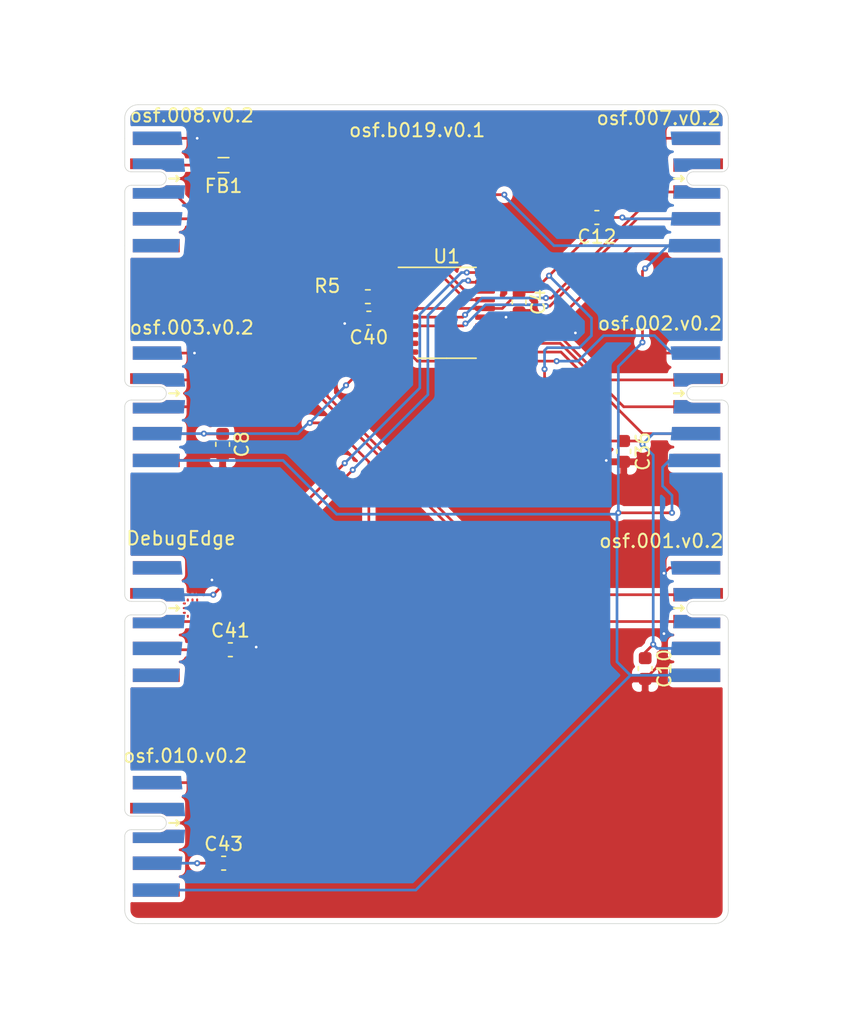
<source format=kicad_pcb>
(kicad_pcb (version 20171130) (host pcbnew "(5.1.10)-1")

  (general
    (thickness 1.6)
    (drawings 24)
    (tracks 245)
    (zones 0)
    (modules 18)
    (nets 19)
  )

  (page A4)
  (layers
    (0 F.Cu signal)
    (31 B.Cu signal)
    (32 B.Adhes user)
    (33 F.Adhes user)
    (34 B.Paste user)
    (35 F.Paste user)
    (36 B.SilkS user)
    (37 F.SilkS user)
    (38 B.Mask user)
    (39 F.Mask user)
    (40 Dwgs.User user)
    (41 Cmts.User user)
    (42 Eco1.User user)
    (43 Eco2.User user)
    (44 Edge.Cuts user)
    (45 Margin user)
    (46 B.CrtYd user)
    (47 F.CrtYd user)
    (48 B.Fab user)
    (49 F.Fab user)
  )

  (setup
    (last_trace_width 0.2)
    (user_trace_width 0.2)
    (user_trace_width 0.5)
    (trace_clearance 0.15)
    (zone_clearance 0.4)
    (zone_45_only no)
    (trace_min 0.15)
    (via_size 0.45)
    (via_drill 0.2)
    (via_min_size 0.45)
    (via_min_drill 0.2)
    (uvia_size 0.3)
    (uvia_drill 0.1)
    (uvias_allowed no)
    (uvia_min_size 0.2)
    (uvia_min_drill 0.1)
    (edge_width 0.05)
    (segment_width 0.2)
    (pcb_text_width 0.3)
    (pcb_text_size 1.5 1.5)
    (mod_edge_width 0.12)
    (mod_text_size 1 1)
    (mod_text_width 0.15)
    (pad_size 1.524 1.524)
    (pad_drill 0.762)
    (pad_to_mask_clearance 0.04)
    (solder_mask_min_width 0.1)
    (aux_axis_origin 0 0)
    (visible_elements 7FFFFFFF)
    (pcbplotparams
      (layerselection 0x010fc_ffffffff)
      (usegerberextensions false)
      (usegerberattributes false)
      (usegerberadvancedattributes false)
      (creategerberjobfile false)
      (excludeedgelayer true)
      (linewidth 0.100000)
      (plotframeref false)
      (viasonmask false)
      (mode 1)
      (useauxorigin false)
      (hpglpennumber 1)
      (hpglpenspeed 20)
      (hpglpendiameter 15.000000)
      (psnegative false)
      (psa4output false)
      (plotreference true)
      (plotvalue true)
      (plotinvisibletext false)
      (padsonsilk false)
      (subtractmaskfromsilk false)
      (outputformat 1)
      (mirror false)
      (drillshape 0)
      (scaleselection 1)
      (outputdirectory "gerber"))
  )

  (net 0 "")
  (net 1 GND)
  (net 2 +3V3)
  (net 3 /uC/D+)
  (net 4 /uC/D-)
  (net 5 +5V)
  (net 6 /uC/AD9)
  (net 7 /uC/AD0)
  (net 8 /uC/I2C1_SCL)
  (net 9 "Net-(FB1-Pad2)")
  (net 10 /uC/I2C1_SDA)
  (net 11 /uC/SWDIO)
  (net 12 /uC/SWCLK)
  (net 13 /uC/AD1)
  (net 14 /uC/SPI1_MOSI)
  (net 15 /uC/SPI1_MISO)
  (net 16 /uC/SPI1_SCK)
  (net 17 /uC/SPI1_CS)
  (net 18 "Net-(R5-Pad1)")

  (net_class Default "This is the default net class."
    (clearance 0.15)
    (trace_width 0.15)
    (via_dia 0.45)
    (via_drill 0.2)
    (uvia_dia 0.3)
    (uvia_drill 0.1)
    (add_net +3V3)
    (add_net +5V)
    (add_net /uC/AD0)
    (add_net /uC/AD1)
    (add_net /uC/AD9)
    (add_net /uC/D+)
    (add_net /uC/D-)
    (add_net /uC/I2C1_SCL)
    (add_net /uC/I2C1_SDA)
    (add_net /uC/SPI1_CS)
    (add_net /uC/SPI1_MISO)
    (add_net /uC/SPI1_MOSI)
    (add_net /uC/SPI1_SCK)
    (add_net /uC/SWCLK)
    (add_net /uC/SWDIO)
    (add_net GND)
    (add_net "Net-(FB1-Pad2)")
    (add_net "Net-(R5-Pad1)")
  )

  (module on_edge:on_edge_2x05_host (layer F.Cu) (tedit 607DF692) (tstamp 60444912)
    (at 122 113 270)
    (path /6054C92B)
    (attr virtual)
    (fp_text reference J8 (at 0.05 -3.2 180 unlocked) (layer F.Fab)
      (effects (font (size 0.5 0.5) (thickness 0.125)))
    )
    (fp_text value 001_I2C_2x5 (at -1.2 -2 90) (layer F.Fab)
      (effects (font (size 1 1) (thickness 0.15)))
    )
    (fp_arc (start 0 0.5) (end 0 0) (angle -90) (layer Edge.Cuts) (width 0.05))
    (fp_arc (start -2 0.5) (end -1.5 0.5) (angle -90) (layer Edge.Cuts) (width 0.05))
    (fp_arc (start -1 2.6) (end -1.5 2.6) (angle -180) (layer Edge.Cuts) (width 0.05))
    (fp_line (start 5 -0.5) (end 5 5) (layer B.CrtYd) (width 0.05))
    (fp_line (start -5 -0.5) (end 5 -0.5) (layer B.CrtYd) (width 0.05))
    (fp_line (start -5 5) (end -5 -0.5) (layer B.CrtYd) (width 0.05))
    (fp_line (start 5 5) (end -5 5) (layer B.CrtYd) (width 0.05))
    (fp_line (start -5 -0.5) (end -5 5) (layer F.CrtYd) (width 0.05))
    (fp_line (start 5 -0.5) (end -5 -0.5) (layer F.CrtYd) (width 0.05))
    (fp_line (start 5 5) (end 5 -0.5) (layer F.CrtYd) (width 0.05))
    (fp_line (start -5 5) (end 5 5) (layer F.CrtYd) (width 0.05))
    (fp_line (start 0 0) (end 4 0) (layer Edge.Cuts) (width 0.05))
    (fp_line (start -4 0) (end -2 0) (layer Edge.Cuts) (width 0.05))
    (fp_line (start -0.5 2.6) (end -0.5 0.5) (layer Edge.Cuts) (width 0.05))
    (fp_line (start -1.5 0.5) (end -1.5 2.6) (layer Edge.Cuts) (width 0.05))
    (fp_line (start -1 3.323) (end -1.2 3.523) (layer F.SilkS) (width 0.153))
    (fp_line (start -0.8 3.523) (end -1 3.323) (layer F.SilkS) (width 0.153))
    (fp_line (start -1 4.05) (end -1 3.323) (layer F.SilkS) (width 0.153))
    (pad 2 smd custom (at -2 3.6 270) (size 1 1) (layers F.Cu F.Mask)
      (net 10 /uC/I2C1_SDA) (zone_connect 0)
      (options (clearance outline) (anchor rect))
      (primitives
        (gr_poly (pts
           (xy 0.3 -0.99) (xy 0.31 -0.88) (xy 0.33 -0.8) (xy 0.35 -0.74) (xy 0.37 -0.69)
           (xy 0.4 -0.64) (xy 0.44 -0.58) (xy 0.48 -0.53) (xy 0.5 -0.51) (xy 0.5 0.5)
           (xy -0.5 0.5) (xy -0.5 -3.2) (xy 0.3 -3.2)) (width 0))
      ))
    (pad 3 smd custom (at 0 3.6 270) (size 1 1) (layers F.Cu F.Mask)
      (net 8 /uC/I2C1_SCL) (zone_connect 0)
      (options (clearance outline) (anchor rect))
      (primitives
        (gr_poly (pts
           (xy -0.3 -0.99) (xy -0.31 -0.88) (xy -0.33 -0.8) (xy -0.35 -0.74) (xy -0.37 -0.69)
           (xy -0.4 -0.64) (xy -0.44 -0.58) (xy -0.48 -0.53) (xy -0.5 -0.51) (xy -0.5 0.5)
           (xy 0.5 0.5) (xy 0.5 -3) (xy -0.3 -3)) (width 0))
      ))
    (pad 8 smd custom (at 0 2.1 90) (size 0.4 0.4) (layers B.Cu B.Mask)
      (zone_connect 0)
      (options (clearance outline) (anchor rect))
      (primitives
        (gr_poly (pts
           (xy 0.3 -0.51) (xy 0.31 -0.62) (xy 0.33 -0.7) (xy 0.35 -0.76) (xy 0.37 -0.81)
           (xy 0.4 -0.86) (xy 0.44 -0.92) (xy 0.48 -0.97) (xy 0.5 -0.99) (xy 0.5 -1.9)
           (xy -0.5 -2) (xy -0.5 1.5) (xy 0.3 1.5)) (width 0))
      ))
    (pad 7 smd custom (at -2 2.1 90) (size 0.4 0.4) (layers B.Cu B.Mask)
      (zone_connect 0)
      (options (clearance outline) (anchor rect))
      (primitives
        (gr_poly (pts
           (xy -0.3 -0.51) (xy -0.31 -0.62) (xy -0.33 -0.7) (xy -0.35 -0.76) (xy -0.37 -0.81)
           (xy -0.4 -0.86) (xy -0.44 -0.92) (xy -0.48 -0.97) (xy -0.5 -0.99) (xy -0.5 -1.9)
           (xy 0.5 -2) (xy 0.5 1.5) (xy -0.3 1.5)) (width 0))
      ))
    (pad 4 smd rect (at 2 2.35 270) (size 1 3.5) (layers F.Cu F.Mask)
      (zone_connect 0))
    (pad 10 smd custom (at 4 2.5 90) (size 1 3.8) (layers B.Cu B.Mask)
      (net 5 +5V) (zone_connect 0)
      (options (clearance outline) (anchor rect))
      (primitives
        (gr_poly (pts
           (xy 0.5 -1.9) (xy -0.5 -2) (xy -0.5 -1.9)) (width 0))
      ))
    (pad 9 smd custom (at 2 2.4 90) (size 1 3.6) (layers B.Cu B.Mask)
      (net 2 +3V3) (zone_connect 0)
      (options (clearance outline) (anchor rect))
      (primitives
        (gr_poly (pts
           (xy 0.5 -1.8) (xy -0.5 -1.9) (xy -0.5 -1.8)) (width 0))
      ))
    (pad 6 smd custom (at -4 2.4 90) (size 1 3.6) (layers B.Cu B.Mask)
      (zone_connect 0)
      (options (clearance outline) (anchor rect))
      (primitives
        (gr_poly (pts
           (xy 0.5 -1.8) (xy 0.5 -1.9) (xy -0.5 -1.8)) (width 0))
      ))
    (pad 5 smd rect (at 4 2.35 270) (size 1 3.5) (layers F.Cu F.Mask)
      (zone_connect 0))
    (pad 1 smd rect (at -4 2.35 270) (size 1 3.5) (layers F.Cu F.Mask)
      (net 1 GND) (zone_connect 0))
  )

  (module on_edge:on_edge_2x05_host (layer F.Cu) (tedit 607DF692) (tstamp 60444928)
    (at 122 97 270)
    (path /6056B4C7)
    (attr virtual)
    (fp_text reference J9 (at 0.05 -3.2 180 unlocked) (layer F.Fab)
      (effects (font (size 0.5 0.5) (thickness 0.125)))
    )
    (fp_text value 002_SPI_2x5 (at -1.2 -2 90) (layer F.Fab)
      (effects (font (size 1 1) (thickness 0.15)))
    )
    (fp_arc (start 0 0.5) (end 0 0) (angle -90) (layer Edge.Cuts) (width 0.05))
    (fp_arc (start -2 0.5) (end -1.5 0.5) (angle -90) (layer Edge.Cuts) (width 0.05))
    (fp_arc (start -1 2.6) (end -1.5 2.6) (angle -180) (layer Edge.Cuts) (width 0.05))
    (fp_line (start 5 -0.5) (end 5 5) (layer B.CrtYd) (width 0.05))
    (fp_line (start -5 -0.5) (end 5 -0.5) (layer B.CrtYd) (width 0.05))
    (fp_line (start -5 5) (end -5 -0.5) (layer B.CrtYd) (width 0.05))
    (fp_line (start 5 5) (end -5 5) (layer B.CrtYd) (width 0.05))
    (fp_line (start -5 -0.5) (end -5 5) (layer F.CrtYd) (width 0.05))
    (fp_line (start 5 -0.5) (end -5 -0.5) (layer F.CrtYd) (width 0.05))
    (fp_line (start 5 5) (end 5 -0.5) (layer F.CrtYd) (width 0.05))
    (fp_line (start -5 5) (end 5 5) (layer F.CrtYd) (width 0.05))
    (fp_line (start 0 0) (end 4 0) (layer Edge.Cuts) (width 0.05))
    (fp_line (start -4 0) (end -2 0) (layer Edge.Cuts) (width 0.05))
    (fp_line (start -0.5 2.6) (end -0.5 0.5) (layer Edge.Cuts) (width 0.05))
    (fp_line (start -1.5 0.5) (end -1.5 2.6) (layer Edge.Cuts) (width 0.05))
    (fp_line (start -1 3.323) (end -1.2 3.523) (layer F.SilkS) (width 0.153))
    (fp_line (start -0.8 3.523) (end -1 3.323) (layer F.SilkS) (width 0.153))
    (fp_line (start -1 4.05) (end -1 3.323) (layer F.SilkS) (width 0.153))
    (pad 2 smd custom (at -2 3.6 270) (size 1 1) (layers F.Cu F.Mask)
      (net 14 /uC/SPI1_MOSI) (zone_connect 0)
      (options (clearance outline) (anchor rect))
      (primitives
        (gr_poly (pts
           (xy 0.3 -0.99) (xy 0.31 -0.88) (xy 0.33 -0.8) (xy 0.35 -0.74) (xy 0.37 -0.69)
           (xy 0.4 -0.64) (xy 0.44 -0.58) (xy 0.48 -0.53) (xy 0.5 -0.51) (xy 0.5 0.5)
           (xy -0.5 0.5) (xy -0.5 -3.2) (xy 0.3 -3.2)) (width 0))
      ))
    (pad 3 smd custom (at 0 3.6 270) (size 1 1) (layers F.Cu F.Mask)
      (net 15 /uC/SPI1_MISO) (zone_connect 0)
      (options (clearance outline) (anchor rect))
      (primitives
        (gr_poly (pts
           (xy -0.3 -0.99) (xy -0.31 -0.88) (xy -0.33 -0.8) (xy -0.35 -0.74) (xy -0.37 -0.69)
           (xy -0.4 -0.64) (xy -0.44 -0.58) (xy -0.48 -0.53) (xy -0.5 -0.51) (xy -0.5 0.5)
           (xy 0.5 0.5) (xy 0.5 -3) (xy -0.3 -3)) (width 0))
      ))
    (pad 8 smd custom (at 0 2.1 90) (size 0.4 0.4) (layers B.Cu B.Mask)
      (zone_connect 0)
      (options (clearance outline) (anchor rect))
      (primitives
        (gr_poly (pts
           (xy 0.3 -0.51) (xy 0.31 -0.62) (xy 0.33 -0.7) (xy 0.35 -0.76) (xy 0.37 -0.81)
           (xy 0.4 -0.86) (xy 0.44 -0.92) (xy 0.48 -0.97) (xy 0.5 -0.99) (xy 0.5 -1.9)
           (xy -0.5 -2) (xy -0.5 1.5) (xy 0.3 1.5)) (width 0))
      ))
    (pad 7 smd custom (at -2 2.1 90) (size 0.4 0.4) (layers B.Cu B.Mask)
      (zone_connect 0)
      (options (clearance outline) (anchor rect))
      (primitives
        (gr_poly (pts
           (xy -0.3 -0.51) (xy -0.31 -0.62) (xy -0.33 -0.7) (xy -0.35 -0.76) (xy -0.37 -0.81)
           (xy -0.4 -0.86) (xy -0.44 -0.92) (xy -0.48 -0.97) (xy -0.5 -0.99) (xy -0.5 -1.9)
           (xy 0.5 -2) (xy 0.5 1.5) (xy -0.3 1.5)) (width 0))
      ))
    (pad 4 smd rect (at 2 2.35 270) (size 1 3.5) (layers F.Cu F.Mask)
      (net 16 /uC/SPI1_SCK) (zone_connect 0))
    (pad 10 smd custom (at 4 2.5 90) (size 1 3.8) (layers B.Cu B.Mask)
      (net 5 +5V) (zone_connect 0)
      (options (clearance outline) (anchor rect))
      (primitives
        (gr_poly (pts
           (xy 0.5 -1.9) (xy -0.5 -2) (xy -0.5 -1.9)) (width 0))
      ))
    (pad 9 smd custom (at 2 2.4 90) (size 1 3.6) (layers B.Cu B.Mask)
      (net 2 +3V3) (zone_connect 0)
      (options (clearance outline) (anchor rect))
      (primitives
        (gr_poly (pts
           (xy 0.5 -1.8) (xy -0.5 -1.9) (xy -0.5 -1.8)) (width 0))
      ))
    (pad 6 smd custom (at -4 2.4 90) (size 1 3.6) (layers B.Cu B.Mask)
      (net 17 /uC/SPI1_CS) (zone_connect 0)
      (options (clearance outline) (anchor rect))
      (primitives
        (gr_poly (pts
           (xy 0.5 -1.8) (xy 0.5 -1.9) (xy -0.5 -1.8)) (width 0))
      ))
    (pad 5 smd rect (at 4 2.35 270) (size 1 3.5) (layers F.Cu F.Mask)
      (zone_connect 0))
    (pad 1 smd rect (at -4 2.35 270) (size 1 3.5) (layers F.Cu F.Mask)
      (net 1 GND) (zone_connect 0))
  )

  (module on_edge:on_edge_2x05_device (layer F.Cu) (tedit 607DF540) (tstamp 6081FB66)
    (at 77 129 270)
    (path /60FF3DC4)
    (attr virtual)
    (fp_text reference J6 (at 0 1.2 270 unlocked) (layer F.Fab)
      (effects (font (size 0.5 0.5) (thickness 0.05)))
    )
    (fp_text value 010_UART (at 0 2 270 unlocked) (layer F.Fab)
      (effects (font (size 0.5 0.5) (thickness 0.05)))
    )
    (fp_arc (start -2 -0.5) (end -2 0) (angle -90) (layer Edge.Cuts) (width 0.05))
    (fp_arc (start 0 -0.5) (end -0.5 -0.5) (angle -90) (layer Edge.Cuts) (width 0.05))
    (fp_arc (start -1 -2.6) (end -0.5 -2.6) (angle -180) (layer Edge.Cuts) (width 0.05))
    (fp_line (start -1.5 -2.6) (end -1.5 -0.5) (layer Edge.Cuts) (width 0.05))
    (fp_line (start -0.5 -0.5) (end -0.5 -2.6) (layer Edge.Cuts) (width 0.05))
    (fp_line (start -1.2 -3.85) (end -1 -4.05) (layer F.SilkS) (width 0.153))
    (fp_line (start -1 -4.05) (end -0.8 -3.85) (layer F.SilkS) (width 0.153))
    (fp_line (start -1 -4.05) (end -1 -3.323) (layer F.SilkS) (width 0.153))
    (fp_line (start -4 0) (end -2 0) (layer Edge.Cuts) (width 0.05))
    (fp_line (start 0 0) (end 4 0) (layer Edge.Cuts) (width 0.05))
    (fp_line (start -5 -5) (end 5 -5) (layer F.CrtYd) (width 0.05))
    (fp_line (start 5 -5) (end 5 0.5) (layer F.CrtYd) (width 0.05))
    (fp_line (start 5 0.5) (end -5 0.5) (layer F.CrtYd) (width 0.05))
    (fp_line (start -5 0.5) (end -5 -5) (layer F.CrtYd) (width 0.05))
    (fp_line (start 5 -5) (end -5 -5) (layer B.CrtYd) (width 0.05))
    (fp_line (start -5 -5) (end -5 0.5) (layer B.CrtYd) (width 0.05))
    (fp_line (start -5 0.5) (end 5 0.5) (layer B.CrtYd) (width 0.05))
    (fp_line (start 5 0.5) (end 5 -5) (layer B.CrtYd) (width 0.05))
    (pad 2 smd custom (at -2 -3.6 270) (size 1 1) (layers F.Cu F.Mask)
      (zone_connect 0)
      (options (clearance outline) (anchor rect))
      (primitives
        (gr_poly (pts
           (xy 0.3 1) (xy 0.31 0.89) (xy 0.33 0.81) (xy 0.35 0.75) (xy 0.37 0.7)
           (xy 0.4 0.65) (xy 0.44 0.59) (xy 0.48 0.54) (xy 0.5 0.52) (xy 0.5 -0.5)
           (xy -0.5 -0.5) (xy -0.5 3.2) (xy 0.3 3.2)) (width 0))
      ))
    (pad 3 smd custom (at 0 -3.6 270) (size 1 1) (layers F.Cu F.Mask)
      (zone_connect 0)
      (options (clearance outline) (anchor rect))
      (primitives
        (gr_poly (pts
           (xy -0.3 1) (xy -0.31 0.89) (xy -0.33 0.81) (xy -0.35 0.75) (xy -0.37 0.7)
           (xy -0.4 0.65) (xy -0.44 0.59) (xy -0.48 0.54) (xy -0.5 0.52) (xy -0.5 -0.5)
           (xy 0.5 -0.5) (xy 0.5 3) (xy -0.3 3)) (width 0))
      ))
    (pad 8 smd custom (at 0 -2.1 270) (size 0.4 0.4) (layers B.Cu B.Mask)
      (zone_connect 0)
      (options (clearance outline) (anchor rect))
      (primitives
        (gr_poly (pts
           (xy -0.3 -0.51) (xy -0.31 -0.62) (xy -0.33 -0.7) (xy -0.35 -0.76) (xy -0.37 -0.81)
           (xy -0.4 -0.86) (xy -0.44 -0.92) (xy -0.48 -0.97) (xy -0.5 -0.99) (xy -0.5 -2.4)
           (xy 0.5 -2.3) (xy 0.5 1.5) (xy -0.3 1.5)) (width 0))
      ))
    (pad 7 smd custom (at -2 -2.1 270) (size 0.4 0.4) (layers B.Cu B.Mask)
      (zone_connect 0)
      (options (clearance outline) (anchor rect))
      (primitives
        (gr_poly (pts
           (xy 0.3 -0.51) (xy 0.31 -0.62) (xy 0.33 -0.7) (xy 0.35 -0.76) (xy 0.37 -0.81)
           (xy 0.4 -0.86) (xy 0.44 -0.92) (xy 0.48 -0.97) (xy 0.5 -0.99) (xy 0.5 -2.4)
           (xy -0.5 -2.3) (xy -0.5 1.5) (xy 0.3 1.5)) (width 0))
      ))
    (pad 10 smd custom (at 4 -2.3 270) (size 1 3.4) (layers B.Cu B.Mask)
      (net 5 +5V) (zone_connect 0)
      (options (clearance outline) (anchor rect))
      (primitives
        (gr_poly (pts
           (xy -0.5 -1.7) (xy -0.5 -1.8) (xy 0.5 -1.7)) (width 0))
      ))
    (pad 9 smd custom (at 2 -2.4 270) (size 1 3.6) (layers B.Cu B.Mask)
      (net 2 +3V3) (zone_connect 0)
      (options (clearance outline) (anchor rect))
      (primitives
        (gr_poly (pts
           (xy -0.5 -1.8) (xy -0.5 -1.9) (xy 0.5 -1.8)) (width 0))
      ))
    (pad 6 smd custom (at -4 -2.4 270) (size 1 3.6) (layers B.Cu B.Mask)
      (zone_connect 0)
      (options (clearance outline) (anchor rect))
      (primitives
        (gr_poly (pts
           (xy 0.5 -1.8) (xy 0.5 -1.9) (xy -0.5 -1.8)) (width 0))
      ))
    (pad 5 smd rect (at 4 -2.35 90) (size 1 3.5) (layers F.Cu F.Mask)
      (zone_connect 0))
    (pad 1 smd rect (at -4 -2.35 90) (size 1 3.5) (layers F.Cu F.Mask)
      (net 1 GND) (zone_connect 0))
    (pad 4 smd rect (at 2 -2.35 90) (size 1 3.5) (layers F.Cu F.Mask)
      (zone_connect 0))
  )

  (module Package_SO:TSSOP-20_4.4x6.5mm_P0.65mm (layer F.Cu) (tedit 5E476F32) (tstamp 60AFC2CE)
    (at 101 90)
    (descr "TSSOP, 20 Pin (JEDEC MO-153 Var AC https://www.jedec.org/document_search?search_api_views_fulltext=MO-153), generated with kicad-footprint-generator ipc_gullwing_generator.py")
    (tags "TSSOP SO")
    (path /5D554801/60B13610)
    (attr smd)
    (fp_text reference U1 (at 0 -4.2) (layer F.SilkS)
      (effects (font (size 1 1) (thickness 0.15)))
    )
    (fp_text value STM32F042F4Px (at 0 4.2) (layer F.Fab)
      (effects (font (size 1 1) (thickness 0.15)))
    )
    (fp_text user %R (at 0 0) (layer F.Fab)
      (effects (font (size 1 1) (thickness 0.15)))
    )
    (fp_line (start 0 3.385) (end 2.2 3.385) (layer F.SilkS) (width 0.12))
    (fp_line (start 0 3.385) (end -2.2 3.385) (layer F.SilkS) (width 0.12))
    (fp_line (start 0 -3.385) (end 2.2 -3.385) (layer F.SilkS) (width 0.12))
    (fp_line (start 0 -3.385) (end -3.6 -3.385) (layer F.SilkS) (width 0.12))
    (fp_line (start -1.2 -3.25) (end 2.2 -3.25) (layer F.Fab) (width 0.1))
    (fp_line (start 2.2 -3.25) (end 2.2 3.25) (layer F.Fab) (width 0.1))
    (fp_line (start 2.2 3.25) (end -2.2 3.25) (layer F.Fab) (width 0.1))
    (fp_line (start -2.2 3.25) (end -2.2 -2.25) (layer F.Fab) (width 0.1))
    (fp_line (start -2.2 -2.25) (end -1.2 -3.25) (layer F.Fab) (width 0.1))
    (fp_line (start -3.85 -3.5) (end -3.85 3.5) (layer F.CrtYd) (width 0.05))
    (fp_line (start -3.85 3.5) (end 3.85 3.5) (layer F.CrtYd) (width 0.05))
    (fp_line (start 3.85 3.5) (end 3.85 -3.5) (layer F.CrtYd) (width 0.05))
    (fp_line (start 3.85 -3.5) (end -3.85 -3.5) (layer F.CrtYd) (width 0.05))
    (pad 20 smd roundrect (at 2.8625 -2.925) (size 1.475 0.4) (layers F.Cu F.Paste F.Mask) (roundrect_rratio 0.25)
      (net 12 /uC/SWCLK))
    (pad 19 smd roundrect (at 2.8625 -2.275) (size 1.475 0.4) (layers F.Cu F.Paste F.Mask) (roundrect_rratio 0.25)
      (net 11 /uC/SWDIO))
    (pad 18 smd roundrect (at 2.8625 -1.625) (size 1.475 0.4) (layers F.Cu F.Paste F.Mask) (roundrect_rratio 0.25)
      (net 3 /uC/D+))
    (pad 17 smd roundrect (at 2.8625 -0.975) (size 1.475 0.4) (layers F.Cu F.Paste F.Mask) (roundrect_rratio 0.25)
      (net 4 /uC/D-))
    (pad 16 smd roundrect (at 2.8625 -0.325) (size 1.475 0.4) (layers F.Cu F.Paste F.Mask) (roundrect_rratio 0.25)
      (net 2 +3V3))
    (pad 15 smd roundrect (at 2.8625 0.325) (size 1.475 0.4) (layers F.Cu F.Paste F.Mask) (roundrect_rratio 0.25)
      (net 1 GND))
    (pad 14 smd roundrect (at 2.8625 0.975) (size 1.475 0.4) (layers F.Cu F.Paste F.Mask) (roundrect_rratio 0.25)
      (net 6 /uC/AD9))
    (pad 13 smd roundrect (at 2.8625 1.625) (size 1.475 0.4) (layers F.Cu F.Paste F.Mask) (roundrect_rratio 0.25)
      (net 14 /uC/SPI1_MOSI))
    (pad 12 smd roundrect (at 2.8625 2.275) (size 1.475 0.4) (layers F.Cu F.Paste F.Mask) (roundrect_rratio 0.25)
      (net 15 /uC/SPI1_MISO))
    (pad 11 smd roundrect (at 2.8625 2.925) (size 1.475 0.4) (layers F.Cu F.Paste F.Mask) (roundrect_rratio 0.25)
      (net 16 /uC/SPI1_SCK))
    (pad 10 smd roundrect (at -2.8625 2.925) (size 1.475 0.4) (layers F.Cu F.Paste F.Mask) (roundrect_rratio 0.25)
      (net 17 /uC/SPI1_CS))
    (pad 9 smd roundrect (at -2.8625 2.275) (size 1.475 0.4) (layers F.Cu F.Paste F.Mask) (roundrect_rratio 0.25))
    (pad 8 smd roundrect (at -2.8625 1.625) (size 1.475 0.4) (layers F.Cu F.Paste F.Mask) (roundrect_rratio 0.25))
    (pad 7 smd roundrect (at -2.8625 0.975) (size 1.475 0.4) (layers F.Cu F.Paste F.Mask) (roundrect_rratio 0.25)
      (net 13 /uC/AD1))
    (pad 6 smd roundrect (at -2.8625 0.325) (size 1.475 0.4) (layers F.Cu F.Paste F.Mask) (roundrect_rratio 0.25)
      (net 7 /uC/AD0))
    (pad 5 smd roundrect (at -2.8625 -0.325) (size 1.475 0.4) (layers F.Cu F.Paste F.Mask) (roundrect_rratio 0.25)
      (net 2 +3V3))
    (pad 4 smd roundrect (at -2.8625 -0.975) (size 1.475 0.4) (layers F.Cu F.Paste F.Mask) (roundrect_rratio 0.25)
      (net 18 "Net-(R5-Pad1)"))
    (pad 3 smd roundrect (at -2.8625 -1.625) (size 1.475 0.4) (layers F.Cu F.Paste F.Mask) (roundrect_rratio 0.25)
      (net 8 /uC/I2C1_SCL))
    (pad 2 smd roundrect (at -2.8625 -2.275) (size 1.475 0.4) (layers F.Cu F.Paste F.Mask) (roundrect_rratio 0.25)
      (net 10 /uC/I2C1_SDA))
    (pad 1 smd roundrect (at -2.8625 -2.925) (size 1.475 0.4) (layers F.Cu F.Paste F.Mask) (roundrect_rratio 0.25))
    (model ${KISYS3DMOD}/Package_SO.3dshapes/TSSOP-20_4.4x6.5mm_P0.65mm.wrl
      (at (xyz 0 0 0))
      (scale (xyz 1 1 1))
      (rotate (xyz 0 0 0))
    )
  )

  (module Inductor_SMD:L_0805_2012Metric (layer F.Cu) (tedit 5F68FEF0) (tstamp 608317E2)
    (at 84.3625 79 180)
    (descr "Inductor SMD 0805 (2012 Metric), square (rectangular) end terminal, IPC_7351 nominal, (Body size source: IPC-SM-782 page 80, https://www.pcb-3d.com/wordpress/wp-content/uploads/ipc-sm-782a_amendment_1_and_2.pdf), generated with kicad-footprint-generator")
    (tags inductor)
    (path /60830A80)
    (attr smd)
    (fp_text reference FB1 (at 0 -1.55) (layer F.SilkS)
      (effects (font (size 1 1) (thickness 0.15)))
    )
    (fp_text value " FCM1608KF-601T03 TypeA" (at 0 1.55) (layer F.Fab)
      (effects (font (size 1 1) (thickness 0.15)))
    )
    (fp_line (start 1.75 0.85) (end -1.75 0.85) (layer F.CrtYd) (width 0.05))
    (fp_line (start 1.75 -0.85) (end 1.75 0.85) (layer F.CrtYd) (width 0.05))
    (fp_line (start -1.75 -0.85) (end 1.75 -0.85) (layer F.CrtYd) (width 0.05))
    (fp_line (start -1.75 0.85) (end -1.75 -0.85) (layer F.CrtYd) (width 0.05))
    (fp_line (start -0.399622 0.56) (end 0.399622 0.56) (layer F.SilkS) (width 0.12))
    (fp_line (start -0.399622 -0.56) (end 0.399622 -0.56) (layer F.SilkS) (width 0.12))
    (fp_line (start 1 0.45) (end -1 0.45) (layer F.Fab) (width 0.1))
    (fp_line (start 1 -0.45) (end 1 0.45) (layer F.Fab) (width 0.1))
    (fp_line (start -1 -0.45) (end 1 -0.45) (layer F.Fab) (width 0.1))
    (fp_line (start -1 0.45) (end -1 -0.45) (layer F.Fab) (width 0.1))
    (fp_text user %R (at 0 0) (layer F.Fab)
      (effects (font (size 0.5 0.5) (thickness 0.08)))
    )
    (pad 2 smd roundrect (at 1.0625 0 180) (size 0.875 1.2) (layers F.Cu F.Paste F.Mask) (roundrect_rratio 0.25)
      (net 9 "Net-(FB1-Pad2)"))
    (pad 1 smd roundrect (at -1.0625 0 180) (size 0.875 1.2) (layers F.Cu F.Paste F.Mask) (roundrect_rratio 0.25)
      (net 5 +5V))
    (model ${KISYS3DMOD}/Inductor_SMD.3dshapes/L_0805_2012Metric.wrl
      (at (xyz 0 0 0))
      (scale (xyz 1 1 1))
      (rotate (xyz 0 0 0))
    )
  )

  (module Capacitor_SMD:C_0603_1608Metric (layer F.Cu) (tedit 5F68FEEE) (tstamp 5DB248E0)
    (at 84.375 131)
    (descr "Capacitor SMD 0603 (1608 Metric), square (rectangular) end terminal, IPC_7351 nominal, (Body size source: IPC-SM-782 page 76, https://www.pcb-3d.com/wordpress/wp-content/uploads/ipc-sm-782a_amendment_1_and_2.pdf), generated with kicad-footprint-generator")
    (tags capacitor)
    (path /5D554801/5DB2B480)
    (attr smd)
    (fp_text reference C43 (at 0 -1.43) (layer F.SilkS)
      (effects (font (size 1 1) (thickness 0.15)))
    )
    (fp_text value 1uF (at 0 1.43) (layer F.Fab)
      (effects (font (size 1 1) (thickness 0.15)))
    )
    (fp_line (start 1.48 0.73) (end -1.48 0.73) (layer F.CrtYd) (width 0.05))
    (fp_line (start 1.48 -0.73) (end 1.48 0.73) (layer F.CrtYd) (width 0.05))
    (fp_line (start -1.48 -0.73) (end 1.48 -0.73) (layer F.CrtYd) (width 0.05))
    (fp_line (start -1.48 0.73) (end -1.48 -0.73) (layer F.CrtYd) (width 0.05))
    (fp_line (start -0.14058 0.51) (end 0.14058 0.51) (layer F.SilkS) (width 0.12))
    (fp_line (start -0.14058 -0.51) (end 0.14058 -0.51) (layer F.SilkS) (width 0.12))
    (fp_line (start 0.8 0.4) (end -0.8 0.4) (layer F.Fab) (width 0.1))
    (fp_line (start 0.8 -0.4) (end 0.8 0.4) (layer F.Fab) (width 0.1))
    (fp_line (start -0.8 -0.4) (end 0.8 -0.4) (layer F.Fab) (width 0.1))
    (fp_line (start -0.8 0.4) (end -0.8 -0.4) (layer F.Fab) (width 0.1))
    (fp_text user %R (at 0 0) (layer F.Fab)
      (effects (font (size 0.4 0.4) (thickness 0.06)))
    )
    (pad 2 smd roundrect (at 0.775 0) (size 0.9 0.95) (layers F.Cu F.Paste F.Mask) (roundrect_rratio 0.25)
      (net 1 GND))
    (pad 1 smd roundrect (at -0.775 0) (size 0.9 0.95) (layers F.Cu F.Paste F.Mask) (roundrect_rratio 0.25)
      (net 2 +3V3))
    (model ${KISYS3DMOD}/Capacitor_SMD.3dshapes/C_0603_1608Metric.wrl
      (at (xyz 0 0 0))
      (scale (xyz 1 1 1))
      (rotate (xyz 0 0 0))
    )
  )

  (module Capacitor_SMD:C_0603_1608Metric (layer F.Cu) (tedit 5F68FEEE) (tstamp 5DB248C0)
    (at 84.875 115.1)
    (descr "Capacitor SMD 0603 (1608 Metric), square (rectangular) end terminal, IPC_7351 nominal, (Body size source: IPC-SM-782 page 76, https://www.pcb-3d.com/wordpress/wp-content/uploads/ipc-sm-782a_amendment_1_and_2.pdf), generated with kicad-footprint-generator")
    (tags capacitor)
    (path /5D554801/5DB2B20E)
    (attr smd)
    (fp_text reference C41 (at 0 -1.43) (layer F.SilkS)
      (effects (font (size 1 1) (thickness 0.15)))
    )
    (fp_text value 1uF (at 0 1.43) (layer F.Fab)
      (effects (font (size 1 1) (thickness 0.15)))
    )
    (fp_line (start 1.48 0.73) (end -1.48 0.73) (layer F.CrtYd) (width 0.05))
    (fp_line (start 1.48 -0.73) (end 1.48 0.73) (layer F.CrtYd) (width 0.05))
    (fp_line (start -1.48 -0.73) (end 1.48 -0.73) (layer F.CrtYd) (width 0.05))
    (fp_line (start -1.48 0.73) (end -1.48 -0.73) (layer F.CrtYd) (width 0.05))
    (fp_line (start -0.14058 0.51) (end 0.14058 0.51) (layer F.SilkS) (width 0.12))
    (fp_line (start -0.14058 -0.51) (end 0.14058 -0.51) (layer F.SilkS) (width 0.12))
    (fp_line (start 0.8 0.4) (end -0.8 0.4) (layer F.Fab) (width 0.1))
    (fp_line (start 0.8 -0.4) (end 0.8 0.4) (layer F.Fab) (width 0.1))
    (fp_line (start -0.8 -0.4) (end 0.8 -0.4) (layer F.Fab) (width 0.1))
    (fp_line (start -0.8 0.4) (end -0.8 -0.4) (layer F.Fab) (width 0.1))
    (fp_text user %R (at 0 0) (layer F.Fab)
      (effects (font (size 0.4 0.4) (thickness 0.06)))
    )
    (pad 2 smd roundrect (at 0.775 0) (size 0.9 0.95) (layers F.Cu F.Paste F.Mask) (roundrect_rratio 0.25)
      (net 1 GND))
    (pad 1 smd roundrect (at -0.775 0) (size 0.9 0.95) (layers F.Cu F.Paste F.Mask) (roundrect_rratio 0.25)
      (net 2 +3V3))
    (model ${KISYS3DMOD}/Capacitor_SMD.3dshapes/C_0603_1608Metric.wrl
      (at (xyz 0 0 0))
      (scale (xyz 1 1 1))
      (rotate (xyz 0 0 0))
    )
  )

  (module Capacitor_SMD:C_0603_1608Metric (layer F.Cu) (tedit 5F68FEEE) (tstamp 5DB248AF)
    (at 95.2 90.4 180)
    (descr "Capacitor SMD 0603 (1608 Metric), square (rectangular) end terminal, IPC_7351 nominal, (Body size source: IPC-SM-782 page 76, https://www.pcb-3d.com/wordpress/wp-content/uploads/ipc-sm-782a_amendment_1_and_2.pdf), generated with kicad-footprint-generator")
    (tags capacitor)
    (path /5D554801/5DB48100)
    (attr smd)
    (fp_text reference C40 (at 0 -1.43) (layer F.SilkS)
      (effects (font (size 1 1) (thickness 0.15)))
    )
    (fp_text value 100nF (at 0 1.43) (layer F.Fab)
      (effects (font (size 1 1) (thickness 0.15)))
    )
    (fp_line (start 1.48 0.73) (end -1.48 0.73) (layer F.CrtYd) (width 0.05))
    (fp_line (start 1.48 -0.73) (end 1.48 0.73) (layer F.CrtYd) (width 0.05))
    (fp_line (start -1.48 -0.73) (end 1.48 -0.73) (layer F.CrtYd) (width 0.05))
    (fp_line (start -1.48 0.73) (end -1.48 -0.73) (layer F.CrtYd) (width 0.05))
    (fp_line (start -0.14058 0.51) (end 0.14058 0.51) (layer F.SilkS) (width 0.12))
    (fp_line (start -0.14058 -0.51) (end 0.14058 -0.51) (layer F.SilkS) (width 0.12))
    (fp_line (start 0.8 0.4) (end -0.8 0.4) (layer F.Fab) (width 0.1))
    (fp_line (start 0.8 -0.4) (end 0.8 0.4) (layer F.Fab) (width 0.1))
    (fp_line (start -0.8 -0.4) (end 0.8 -0.4) (layer F.Fab) (width 0.1))
    (fp_line (start -0.8 0.4) (end -0.8 -0.4) (layer F.Fab) (width 0.1))
    (fp_text user %R (at 0 0) (layer F.Fab)
      (effects (font (size 0.4 0.4) (thickness 0.06)))
    )
    (pad 2 smd roundrect (at 0.775 0 180) (size 0.9 0.95) (layers F.Cu F.Paste F.Mask) (roundrect_rratio 0.25)
      (net 1 GND))
    (pad 1 smd roundrect (at -0.775 0 180) (size 0.9 0.95) (layers F.Cu F.Paste F.Mask) (roundrect_rratio 0.25)
      (net 2 +3V3))
    (model ${KISYS3DMOD}/Capacitor_SMD.3dshapes/C_0603_1608Metric.wrl
      (at (xyz 0 0 0))
      (scale (xyz 1 1 1))
      (rotate (xyz 0 0 0))
    )
  )

  (module Capacitor_SMD:C_0603_1608Metric (layer F.Cu) (tedit 5F68FEEE) (tstamp 5DB24851)
    (at 114.2 100.325 270)
    (descr "Capacitor SMD 0603 (1608 Metric), square (rectangular) end terminal, IPC_7351 nominal, (Body size source: IPC-SM-782 page 76, https://www.pcb-3d.com/wordpress/wp-content/uploads/ipc-sm-782a_amendment_1_and_2.pdf), generated with kicad-footprint-generator")
    (tags capacitor)
    (path /5D554801/5DB47951)
    (attr smd)
    (fp_text reference C36 (at 0 -1.43 90) (layer F.SilkS)
      (effects (font (size 1 1) (thickness 0.15)))
    )
    (fp_text value 100nF (at 0 1.43 90) (layer F.Fab)
      (effects (font (size 1 1) (thickness 0.15)))
    )
    (fp_line (start 1.48 0.73) (end -1.48 0.73) (layer F.CrtYd) (width 0.05))
    (fp_line (start 1.48 -0.73) (end 1.48 0.73) (layer F.CrtYd) (width 0.05))
    (fp_line (start -1.48 -0.73) (end 1.48 -0.73) (layer F.CrtYd) (width 0.05))
    (fp_line (start -1.48 0.73) (end -1.48 -0.73) (layer F.CrtYd) (width 0.05))
    (fp_line (start -0.14058 0.51) (end 0.14058 0.51) (layer F.SilkS) (width 0.12))
    (fp_line (start -0.14058 -0.51) (end 0.14058 -0.51) (layer F.SilkS) (width 0.12))
    (fp_line (start 0.8 0.4) (end -0.8 0.4) (layer F.Fab) (width 0.1))
    (fp_line (start 0.8 -0.4) (end 0.8 0.4) (layer F.Fab) (width 0.1))
    (fp_line (start -0.8 -0.4) (end 0.8 -0.4) (layer F.Fab) (width 0.1))
    (fp_line (start -0.8 0.4) (end -0.8 -0.4) (layer F.Fab) (width 0.1))
    (fp_text user %R (at 0 0 90) (layer F.Fab)
      (effects (font (size 0.4 0.4) (thickness 0.06)))
    )
    (pad 2 smd roundrect (at 0.775 0 270) (size 0.9 0.95) (layers F.Cu F.Paste F.Mask) (roundrect_rratio 0.25)
      (net 1 GND))
    (pad 1 smd roundrect (at -0.775 0 270) (size 0.9 0.95) (layers F.Cu F.Paste F.Mask) (roundrect_rratio 0.25)
      (net 2 +3V3))
    (model ${KISYS3DMOD}/Capacitor_SMD.3dshapes/C_0603_1608Metric.wrl
      (at (xyz 0 0 0))
      (scale (xyz 1 1 1))
      (rotate (xyz 0 0 0))
    )
  )

  (module Capacitor_SMD:C_0603_1608Metric (layer F.Cu) (tedit 5F68FEEE) (tstamp 5D7C458A)
    (at 112.2 82.9 180)
    (descr "Capacitor SMD 0603 (1608 Metric), square (rectangular) end terminal, IPC_7351 nominal, (Body size source: IPC-SM-782 page 76, https://www.pcb-3d.com/wordpress/wp-content/uploads/ipc-sm-782a_amendment_1_and_2.pdf), generated with kicad-footprint-generator")
    (tags capacitor)
    (path /5D554801/5D37FDA5)
    (attr smd)
    (fp_text reference C12 (at 0 -1.43) (layer F.SilkS)
      (effects (font (size 1 1) (thickness 0.15)))
    )
    (fp_text value 100nF (at 0 1.43) (layer F.Fab)
      (effects (font (size 1 1) (thickness 0.15)))
    )
    (fp_line (start 1.48 0.73) (end -1.48 0.73) (layer F.CrtYd) (width 0.05))
    (fp_line (start 1.48 -0.73) (end 1.48 0.73) (layer F.CrtYd) (width 0.05))
    (fp_line (start -1.48 -0.73) (end 1.48 -0.73) (layer F.CrtYd) (width 0.05))
    (fp_line (start -1.48 0.73) (end -1.48 -0.73) (layer F.CrtYd) (width 0.05))
    (fp_line (start -0.14058 0.51) (end 0.14058 0.51) (layer F.SilkS) (width 0.12))
    (fp_line (start -0.14058 -0.51) (end 0.14058 -0.51) (layer F.SilkS) (width 0.12))
    (fp_line (start 0.8 0.4) (end -0.8 0.4) (layer F.Fab) (width 0.1))
    (fp_line (start 0.8 -0.4) (end 0.8 0.4) (layer F.Fab) (width 0.1))
    (fp_line (start -0.8 -0.4) (end 0.8 -0.4) (layer F.Fab) (width 0.1))
    (fp_line (start -0.8 0.4) (end -0.8 -0.4) (layer F.Fab) (width 0.1))
    (fp_text user %R (at 0 0) (layer F.Fab)
      (effects (font (size 0.4 0.4) (thickness 0.06)))
    )
    (pad 2 smd roundrect (at 0.775 0 180) (size 0.9 0.95) (layers F.Cu F.Paste F.Mask) (roundrect_rratio 0.25)
      (net 1 GND))
    (pad 1 smd roundrect (at -0.775 0 180) (size 0.9 0.95) (layers F.Cu F.Paste F.Mask) (roundrect_rratio 0.25)
      (net 2 +3V3))
    (model ${KISYS3DMOD}/Capacitor_SMD.3dshapes/C_0603_1608Metric.wrl
      (at (xyz 0 0 0))
      (scale (xyz 1 1 1))
      (rotate (xyz 0 0 0))
    )
  )

  (module Capacitor_SMD:C_0603_1608Metric (layer F.Cu) (tedit 5F68FEEE) (tstamp 5D7C45BA)
    (at 115.8 116.5 270)
    (descr "Capacitor SMD 0603 (1608 Metric), square (rectangular) end terminal, IPC_7351 nominal, (Body size source: IPC-SM-782 page 76, https://www.pcb-3d.com/wordpress/wp-content/uploads/ipc-sm-782a_amendment_1_and_2.pdf), generated with kicad-footprint-generator")
    (tags capacitor)
    (path /5D554801/5D37FD91)
    (attr smd)
    (fp_text reference C10 (at 0 -1.43 90) (layer F.SilkS)
      (effects (font (size 1 1) (thickness 0.15)))
    )
    (fp_text value 100nF (at 0 1.43 90) (layer F.Fab)
      (effects (font (size 1 1) (thickness 0.15)))
    )
    (fp_line (start 1.48 0.73) (end -1.48 0.73) (layer F.CrtYd) (width 0.05))
    (fp_line (start 1.48 -0.73) (end 1.48 0.73) (layer F.CrtYd) (width 0.05))
    (fp_line (start -1.48 -0.73) (end 1.48 -0.73) (layer F.CrtYd) (width 0.05))
    (fp_line (start -1.48 0.73) (end -1.48 -0.73) (layer F.CrtYd) (width 0.05))
    (fp_line (start -0.14058 0.51) (end 0.14058 0.51) (layer F.SilkS) (width 0.12))
    (fp_line (start -0.14058 -0.51) (end 0.14058 -0.51) (layer F.SilkS) (width 0.12))
    (fp_line (start 0.8 0.4) (end -0.8 0.4) (layer F.Fab) (width 0.1))
    (fp_line (start 0.8 -0.4) (end 0.8 0.4) (layer F.Fab) (width 0.1))
    (fp_line (start -0.8 -0.4) (end 0.8 -0.4) (layer F.Fab) (width 0.1))
    (fp_line (start -0.8 0.4) (end -0.8 -0.4) (layer F.Fab) (width 0.1))
    (fp_text user %R (at 0 0 90) (layer F.Fab)
      (effects (font (size 0.4 0.4) (thickness 0.06)))
    )
    (pad 2 smd roundrect (at 0.775 0 270) (size 0.9 0.95) (layers F.Cu F.Paste F.Mask) (roundrect_rratio 0.25)
      (net 1 GND))
    (pad 1 smd roundrect (at -0.775 0 270) (size 0.9 0.95) (layers F.Cu F.Paste F.Mask) (roundrect_rratio 0.25)
      (net 2 +3V3))
    (model ${KISYS3DMOD}/Capacitor_SMD.3dshapes/C_0603_1608Metric.wrl
      (at (xyz 0 0 0))
      (scale (xyz 1 1 1))
      (rotate (xyz 0 0 0))
    )
  )

  (module Capacitor_SMD:C_0603_1608Metric (layer F.Cu) (tedit 5F68FEEE) (tstamp 5DB40439)
    (at 84.3 99.8 270)
    (descr "Capacitor SMD 0603 (1608 Metric), square (rectangular) end terminal, IPC_7351 nominal, (Body size source: IPC-SM-782 page 76, https://www.pcb-3d.com/wordpress/wp-content/uploads/ipc-sm-782a_amendment_1_and_2.pdf), generated with kicad-footprint-generator")
    (tags capacitor)
    (path /5D554801/5DB2A7C4)
    (attr smd)
    (fp_text reference C8 (at 0 -1.43 270) (layer F.SilkS)
      (effects (font (size 1 1) (thickness 0.15)))
    )
    (fp_text value 1uF (at 0 1.43 270) (layer F.Fab)
      (effects (font (size 1 1) (thickness 0.15)))
    )
    (fp_line (start 1.48 0.73) (end -1.48 0.73) (layer F.CrtYd) (width 0.05))
    (fp_line (start 1.48 -0.73) (end 1.48 0.73) (layer F.CrtYd) (width 0.05))
    (fp_line (start -1.48 -0.73) (end 1.48 -0.73) (layer F.CrtYd) (width 0.05))
    (fp_line (start -1.48 0.73) (end -1.48 -0.73) (layer F.CrtYd) (width 0.05))
    (fp_line (start -0.14058 0.51) (end 0.14058 0.51) (layer F.SilkS) (width 0.12))
    (fp_line (start -0.14058 -0.51) (end 0.14058 -0.51) (layer F.SilkS) (width 0.12))
    (fp_line (start 0.8 0.4) (end -0.8 0.4) (layer F.Fab) (width 0.1))
    (fp_line (start 0.8 -0.4) (end 0.8 0.4) (layer F.Fab) (width 0.1))
    (fp_line (start -0.8 -0.4) (end 0.8 -0.4) (layer F.Fab) (width 0.1))
    (fp_line (start -0.8 0.4) (end -0.8 -0.4) (layer F.Fab) (width 0.1))
    (fp_text user %R (at 0 0 270) (layer F.Fab)
      (effects (font (size 0.4 0.4) (thickness 0.06)))
    )
    (pad 2 smd roundrect (at 0.775 0 270) (size 0.9 0.95) (layers F.Cu F.Paste F.Mask) (roundrect_rratio 0.25)
      (net 1 GND))
    (pad 1 smd roundrect (at -0.775 0 270) (size 0.9 0.95) (layers F.Cu F.Paste F.Mask) (roundrect_rratio 0.25)
      (net 2 +3V3))
    (model ${KISYS3DMOD}/Capacitor_SMD.3dshapes/C_0603_1608Metric.wrl
      (at (xyz 0 0 0))
      (scale (xyz 1 1 1))
      (rotate (xyz 0 0 0))
    )
  )

  (module Capacitor_SMD:C_0603_1608Metric (layer F.Cu) (tedit 5F68FEEE) (tstamp 5D7C45EA)
    (at 106.4 89.2 270)
    (descr "Capacitor SMD 0603 (1608 Metric), square (rectangular) end terminal, IPC_7351 nominal, (Body size source: IPC-SM-782 page 76, https://www.pcb-3d.com/wordpress/wp-content/uploads/ipc-sm-782a_amendment_1_and_2.pdf), generated with kicad-footprint-generator")
    (tags capacitor)
    (path /5D554801/5D14B9A4)
    (attr smd)
    (fp_text reference C4 (at 0 -1.43 90) (layer F.SilkS)
      (effects (font (size 1 1) (thickness 0.15)))
    )
    (fp_text value 100nF (at 0 1.43 90) (layer F.Fab)
      (effects (font (size 1 1) (thickness 0.15)))
    )
    (fp_line (start 1.48 0.73) (end -1.48 0.73) (layer F.CrtYd) (width 0.05))
    (fp_line (start 1.48 -0.73) (end 1.48 0.73) (layer F.CrtYd) (width 0.05))
    (fp_line (start -1.48 -0.73) (end 1.48 -0.73) (layer F.CrtYd) (width 0.05))
    (fp_line (start -1.48 0.73) (end -1.48 -0.73) (layer F.CrtYd) (width 0.05))
    (fp_line (start -0.14058 0.51) (end 0.14058 0.51) (layer F.SilkS) (width 0.12))
    (fp_line (start -0.14058 -0.51) (end 0.14058 -0.51) (layer F.SilkS) (width 0.12))
    (fp_line (start 0.8 0.4) (end -0.8 0.4) (layer F.Fab) (width 0.1))
    (fp_line (start 0.8 -0.4) (end 0.8 0.4) (layer F.Fab) (width 0.1))
    (fp_line (start -0.8 -0.4) (end 0.8 -0.4) (layer F.Fab) (width 0.1))
    (fp_line (start -0.8 0.4) (end -0.8 -0.4) (layer F.Fab) (width 0.1))
    (fp_text user %R (at 0 0 90) (layer F.Fab)
      (effects (font (size 0.4 0.4) (thickness 0.06)))
    )
    (pad 2 smd roundrect (at 0.775 0 270) (size 0.9 0.95) (layers F.Cu F.Paste F.Mask) (roundrect_rratio 0.25)
      (net 1 GND))
    (pad 1 smd roundrect (at -0.775 0 270) (size 0.9 0.95) (layers F.Cu F.Paste F.Mask) (roundrect_rratio 0.25)
      (net 2 +3V3))
    (model ${KISYS3DMOD}/Capacitor_SMD.3dshapes/C_0603_1608Metric.wrl
      (at (xyz 0 0 0))
      (scale (xyz 1 1 1))
      (rotate (xyz 0 0 0))
    )
  )

  (module on_edge:on_edge_2x05_host (layer F.Cu) (tedit 607DF692) (tstamp 603F3A7A)
    (at 122 81 270)
    (path /6041D870)
    (attr virtual)
    (fp_text reference J7 (at 0.05 -3.2 180 unlocked) (layer F.Fab)
      (effects (font (size 0.5 0.5) (thickness 0.125)))
    )
    (fp_text value 007_ADC_2x5 (at -1.2 -2 90) (layer F.Fab)
      (effects (font (size 1 1) (thickness 0.15)))
    )
    (fp_line (start -1 4.05) (end -1 3.323) (layer F.SilkS) (width 0.153))
    (fp_line (start -0.8 3.523) (end -1 3.323) (layer F.SilkS) (width 0.153))
    (fp_line (start -1 3.323) (end -1.2 3.523) (layer F.SilkS) (width 0.153))
    (fp_line (start -1.5 0.5) (end -1.5 2.6) (layer Edge.Cuts) (width 0.05))
    (fp_line (start -0.5 2.6) (end -0.5 0.5) (layer Edge.Cuts) (width 0.05))
    (fp_line (start -4 0) (end -2 0) (layer Edge.Cuts) (width 0.05))
    (fp_line (start 0 0) (end 4 0) (layer Edge.Cuts) (width 0.05))
    (fp_line (start -5 5) (end 5 5) (layer F.CrtYd) (width 0.05))
    (fp_line (start 5 5) (end 5 -0.5) (layer F.CrtYd) (width 0.05))
    (fp_line (start 5 -0.5) (end -5 -0.5) (layer F.CrtYd) (width 0.05))
    (fp_line (start -5 -0.5) (end -5 5) (layer F.CrtYd) (width 0.05))
    (fp_line (start 5 5) (end -5 5) (layer B.CrtYd) (width 0.05))
    (fp_line (start -5 5) (end -5 -0.5) (layer B.CrtYd) (width 0.05))
    (fp_line (start -5 -0.5) (end 5 -0.5) (layer B.CrtYd) (width 0.05))
    (fp_line (start 5 -0.5) (end 5 5) (layer B.CrtYd) (width 0.05))
    (fp_arc (start 0 0.5) (end 0 0) (angle -90) (layer Edge.Cuts) (width 0.05))
    (fp_arc (start -2 0.5) (end -1.5 0.5) (angle -90) (layer Edge.Cuts) (width 0.05))
    (fp_arc (start -1 2.6) (end -1.5 2.6) (angle -180) (layer Edge.Cuts) (width 0.05))
    (pad 2 smd custom (at -2 3.6 270) (size 1 1) (layers F.Cu F.Mask)
      (zone_connect 0)
      (options (clearance outline) (anchor rect))
      (primitives
        (gr_poly (pts
           (xy 0.3 -0.99) (xy 0.31 -0.88) (xy 0.33 -0.8) (xy 0.35 -0.74) (xy 0.37 -0.69)
           (xy 0.4 -0.64) (xy 0.44 -0.58) (xy 0.48 -0.53) (xy 0.5 -0.51) (xy 0.5 0.5)
           (xy -0.5 0.5) (xy -0.5 -3.2) (xy 0.3 -3.2)) (width 0))
      ))
    (pad 3 smd custom (at 0 3.6 270) (size 1 1) (layers F.Cu F.Mask)
      (net 7 /uC/AD0) (zone_connect 0)
      (options (clearance outline) (anchor rect))
      (primitives
        (gr_poly (pts
           (xy -0.3 -0.99) (xy -0.31 -0.88) (xy -0.33 -0.8) (xy -0.35 -0.74) (xy -0.37 -0.69)
           (xy -0.4 -0.64) (xy -0.44 -0.58) (xy -0.48 -0.53) (xy -0.5 -0.51) (xy -0.5 0.5)
           (xy 0.5 0.5) (xy 0.5 -3) (xy -0.3 -3)) (width 0))
      ))
    (pad 8 smd custom (at 0 2.1 90) (size 0.4 0.4) (layers B.Cu B.Mask)
      (zone_connect 0)
      (options (clearance outline) (anchor rect))
      (primitives
        (gr_poly (pts
           (xy 0.3 -0.51) (xy 0.31 -0.62) (xy 0.33 -0.7) (xy 0.35 -0.76) (xy 0.37 -0.81)
           (xy 0.4 -0.86) (xy 0.44 -0.92) (xy 0.48 -0.97) (xy 0.5 -0.99) (xy 0.5 -1.9)
           (xy -0.5 -2) (xy -0.5 1.5) (xy 0.3 1.5)) (width 0))
      ))
    (pad 7 smd custom (at -2 2.1 90) (size 0.4 0.4) (layers B.Cu B.Mask)
      (zone_connect 0)
      (options (clearance outline) (anchor rect))
      (primitives
        (gr_poly (pts
           (xy -0.3 -0.51) (xy -0.31 -0.62) (xy -0.33 -0.7) (xy -0.35 -0.76) (xy -0.37 -0.81)
           (xy -0.4 -0.86) (xy -0.44 -0.92) (xy -0.48 -0.97) (xy -0.5 -0.99) (xy -0.5 -1.9)
           (xy 0.5 -2) (xy 0.5 1.5) (xy -0.3 1.5)) (width 0))
      ))
    (pad 4 smd rect (at 2 2.35 270) (size 1 3.5) (layers F.Cu F.Mask)
      (net 13 /uC/AD1) (zone_connect 0))
    (pad 10 smd custom (at 4 2.5 90) (size 1 3.8) (layers B.Cu B.Mask)
      (net 5 +5V) (zone_connect 0)
      (options (clearance outline) (anchor rect))
      (primitives
        (gr_poly (pts
           (xy 0.5 -1.9) (xy -0.5 -2) (xy -0.5 -1.9)) (width 0))
      ))
    (pad 9 smd custom (at 2 2.4 90) (size 1 3.6) (layers B.Cu B.Mask)
      (net 2 +3V3) (zone_connect 0)
      (options (clearance outline) (anchor rect))
      (primitives
        (gr_poly (pts
           (xy 0.5 -1.8) (xy -0.5 -1.9) (xy -0.5 -1.8)) (width 0))
      ))
    (pad 6 smd custom (at -4 2.4 90) (size 1 3.6) (layers B.Cu B.Mask)
      (zone_connect 0)
      (options (clearance outline) (anchor rect))
      (primitives
        (gr_poly (pts
           (xy 0.5 -1.8) (xy 0.5 -1.9) (xy -0.5 -1.8)) (width 0))
      ))
    (pad 5 smd rect (at 4 2.35 270) (size 1 3.5) (layers F.Cu F.Mask)
      (net 6 /uC/AD9) (zone_connect 0))
    (pad 1 smd rect (at -4 2.35 270) (size 1 3.5) (layers F.Cu F.Mask)
      (net 1 GND) (zone_connect 0))
  )

  (module on_edge:on_edge_2x05_device (layer F.Cu) (tedit 607DF540) (tstamp 603F393A)
    (at 77 97 270)
    (path /60547882)
    (attr virtual)
    (fp_text reference J3 (at 0 1.2 270 unlocked) (layer F.Fab)
      (effects (font (size 0.5 0.5) (thickness 0.05)))
    )
    (fp_text value 003_power_2x2 (at 0 2 270 unlocked) (layer F.Fab)
      (effects (font (size 0.5 0.5) (thickness 0.05)))
    )
    (fp_line (start 5 0.5) (end 5 -5) (layer B.CrtYd) (width 0.05))
    (fp_line (start -5 0.5) (end 5 0.5) (layer B.CrtYd) (width 0.05))
    (fp_line (start -5 -5) (end -5 0.5) (layer B.CrtYd) (width 0.05))
    (fp_line (start 5 -5) (end -5 -5) (layer B.CrtYd) (width 0.05))
    (fp_line (start -5 0.5) (end -5 -5) (layer F.CrtYd) (width 0.05))
    (fp_line (start 5 0.5) (end -5 0.5) (layer F.CrtYd) (width 0.05))
    (fp_line (start 5 -5) (end 5 0.5) (layer F.CrtYd) (width 0.05))
    (fp_line (start -5 -5) (end 5 -5) (layer F.CrtYd) (width 0.05))
    (fp_line (start 0 0) (end 4 0) (layer Edge.Cuts) (width 0.05))
    (fp_line (start -4 0) (end -2 0) (layer Edge.Cuts) (width 0.05))
    (fp_line (start -1 -4.05) (end -1 -3.323) (layer F.SilkS) (width 0.153))
    (fp_line (start -1 -4.05) (end -0.8 -3.85) (layer F.SilkS) (width 0.153))
    (fp_line (start -1.2 -3.85) (end -1 -4.05) (layer F.SilkS) (width 0.153))
    (fp_line (start -0.5 -0.5) (end -0.5 -2.6) (layer Edge.Cuts) (width 0.05))
    (fp_line (start -1.5 -2.6) (end -1.5 -0.5) (layer Edge.Cuts) (width 0.05))
    (fp_arc (start -2 -0.5) (end -2 0) (angle -90) (layer Edge.Cuts) (width 0.05))
    (fp_arc (start 0 -0.5) (end -0.5 -0.5) (angle -90) (layer Edge.Cuts) (width 0.05))
    (fp_arc (start -1 -2.6) (end -0.5 -2.6) (angle -180) (layer Edge.Cuts) (width 0.05))
    (pad 2 smd custom (at -2 -3.6 270) (size 1 1) (layers F.Cu F.Mask)
      (net 1 GND) (zone_connect 0)
      (options (clearance outline) (anchor rect))
      (primitives
        (gr_poly (pts
           (xy 0.3 1) (xy 0.31 0.89) (xy 0.33 0.81) (xy 0.35 0.75) (xy 0.37 0.7)
           (xy 0.4 0.65) (xy 0.44 0.59) (xy 0.48 0.54) (xy 0.5 0.52) (xy 0.5 -0.5)
           (xy -0.5 -0.5) (xy -0.5 3.2) (xy 0.3 3.2)) (width 0))
      ))
    (pad 3 smd custom (at 0 -3.6 270) (size 1 1) (layers F.Cu F.Mask)
      (net 1 GND) (zone_connect 0)
      (options (clearance outline) (anchor rect))
      (primitives
        (gr_poly (pts
           (xy -0.3 1) (xy -0.31 0.89) (xy -0.33 0.81) (xy -0.35 0.75) (xy -0.37 0.7)
           (xy -0.4 0.65) (xy -0.44 0.59) (xy -0.48 0.54) (xy -0.5 0.52) (xy -0.5 -0.5)
           (xy 0.5 -0.5) (xy 0.5 3) (xy -0.3 3)) (width 0))
      ))
    (pad 8 smd custom (at 0 -2.1 270) (size 0.4 0.4) (layers B.Cu B.Mask)
      (zone_connect 0)
      (options (clearance outline) (anchor rect))
      (primitives
        (gr_poly (pts
           (xy -0.3 -0.51) (xy -0.31 -0.62) (xy -0.33 -0.7) (xy -0.35 -0.76) (xy -0.37 -0.81)
           (xy -0.4 -0.86) (xy -0.44 -0.92) (xy -0.48 -0.97) (xy -0.5 -0.99) (xy -0.5 -2.4)
           (xy 0.5 -2.3) (xy 0.5 1.5) (xy -0.3 1.5)) (width 0))
      ))
    (pad 7 smd custom (at -2 -2.1 270) (size 0.4 0.4) (layers B.Cu B.Mask)
      (zone_connect 0)
      (options (clearance outline) (anchor rect))
      (primitives
        (gr_poly (pts
           (xy 0.3 -0.51) (xy 0.31 -0.62) (xy 0.33 -0.7) (xy 0.35 -0.76) (xy 0.37 -0.81)
           (xy 0.4 -0.86) (xy 0.44 -0.92) (xy 0.48 -0.97) (xy 0.5 -0.99) (xy 0.5 -2.4)
           (xy -0.5 -2.3) (xy -0.5 1.5) (xy 0.3 1.5)) (width 0))
      ))
    (pad 10 smd custom (at 4 -2.3 270) (size 1 3.4) (layers B.Cu B.Mask)
      (net 5 +5V) (zone_connect 0)
      (options (clearance outline) (anchor rect))
      (primitives
        (gr_poly (pts
           (xy -0.5 -1.7) (xy -0.5 -1.8) (xy 0.5 -1.7)) (width 0))
      ))
    (pad 9 smd custom (at 2 -2.4 270) (size 1 3.6) (layers B.Cu B.Mask)
      (net 2 +3V3) (zone_connect 0)
      (options (clearance outline) (anchor rect))
      (primitives
        (gr_poly (pts
           (xy -0.5 -1.8) (xy -0.5 -1.9) (xy 0.5 -1.8)) (width 0))
      ))
    (pad 6 smd custom (at -4 -2.4 270) (size 1 3.6) (layers B.Cu B.Mask)
      (zone_connect 0)
      (options (clearance outline) (anchor rect))
      (primitives
        (gr_poly (pts
           (xy 0.5 -1.8) (xy 0.5 -1.9) (xy -0.5 -1.8)) (width 0))
      ))
    (pad 5 smd rect (at 4 -2.35 90) (size 1 3.5) (layers F.Cu F.Mask)
      (net 1 GND) (zone_connect 0))
    (pad 1 smd rect (at -4 -2.35 90) (size 1 3.5) (layers F.Cu F.Mask)
      (net 1 GND) (zone_connect 0))
    (pad 4 smd rect (at 2 -2.35 90) (size 1 3.5) (layers F.Cu F.Mask)
      (net 1 GND) (zone_connect 0))
  )

  (module on_edge:on_edge_2x05_device (layer F.Cu) (tedit 607DF540) (tstamp 603F38B8)
    (at 77 81 270)
    (path /60541296)
    (attr virtual)
    (fp_text reference J1 (at 0 1.2 270 unlocked) (layer F.Fab)
      (effects (font (size 0.5 0.5) (thickness 0.05)))
    )
    (fp_text value 008_USB (at 0 2 270 unlocked) (layer F.Fab)
      (effects (font (size 0.5 0.5) (thickness 0.05)))
    )
    (fp_line (start 5 0.5) (end 5 -5) (layer B.CrtYd) (width 0.05))
    (fp_line (start -5 0.5) (end 5 0.5) (layer B.CrtYd) (width 0.05))
    (fp_line (start -5 -5) (end -5 0.5) (layer B.CrtYd) (width 0.05))
    (fp_line (start 5 -5) (end -5 -5) (layer B.CrtYd) (width 0.05))
    (fp_line (start -5 0.5) (end -5 -5) (layer F.CrtYd) (width 0.05))
    (fp_line (start 5 0.5) (end -5 0.5) (layer F.CrtYd) (width 0.05))
    (fp_line (start 5 -5) (end 5 0.5) (layer F.CrtYd) (width 0.05))
    (fp_line (start -5 -5) (end 5 -5) (layer F.CrtYd) (width 0.05))
    (fp_line (start 0 0) (end 4 0) (layer Edge.Cuts) (width 0.05))
    (fp_line (start -4 0) (end -2 0) (layer Edge.Cuts) (width 0.05))
    (fp_line (start -1 -4.05) (end -1 -3.323) (layer F.SilkS) (width 0.153))
    (fp_line (start -1 -4.05) (end -0.8 -3.85) (layer F.SilkS) (width 0.153))
    (fp_line (start -1.2 -3.85) (end -1 -4.05) (layer F.SilkS) (width 0.153))
    (fp_line (start -0.5 -0.5) (end -0.5 -2.6) (layer Edge.Cuts) (width 0.05))
    (fp_line (start -1.5 -2.6) (end -1.5 -0.5) (layer Edge.Cuts) (width 0.05))
    (fp_arc (start -2 -0.5) (end -2 0) (angle -90) (layer Edge.Cuts) (width 0.05))
    (fp_arc (start 0 -0.5) (end -0.5 -0.5) (angle -90) (layer Edge.Cuts) (width 0.05))
    (fp_arc (start -1 -2.6) (end -0.5 -2.6) (angle -180) (layer Edge.Cuts) (width 0.05))
    (pad 2 smd custom (at -2 -3.6 270) (size 1 1) (layers F.Cu F.Mask)
      (net 9 "Net-(FB1-Pad2)") (zone_connect 0)
      (options (clearance outline) (anchor rect))
      (primitives
        (gr_poly (pts
           (xy 0.3 1) (xy 0.31 0.89) (xy 0.33 0.81) (xy 0.35 0.75) (xy 0.37 0.7)
           (xy 0.4 0.65) (xy 0.44 0.59) (xy 0.48 0.54) (xy 0.5 0.52) (xy 0.5 -0.5)
           (xy -0.5 -0.5) (xy -0.5 3.2) (xy 0.3 3.2)) (width 0))
      ))
    (pad 3 smd custom (at 0 -3.6 270) (size 1 1) (layers F.Cu F.Mask)
      (net 3 /uC/D+) (zone_connect 0)
      (options (clearance outline) (anchor rect))
      (primitives
        (gr_poly (pts
           (xy -0.3 1) (xy -0.31 0.89) (xy -0.33 0.81) (xy -0.35 0.75) (xy -0.37 0.7)
           (xy -0.4 0.65) (xy -0.44 0.59) (xy -0.48 0.54) (xy -0.5 0.52) (xy -0.5 -0.5)
           (xy 0.5 -0.5) (xy 0.5 3) (xy -0.3 3)) (width 0))
      ))
    (pad 8 smd custom (at 0 -2.1 270) (size 0.4 0.4) (layers B.Cu B.Mask)
      (zone_connect 0)
      (options (clearance outline) (anchor rect))
      (primitives
        (gr_poly (pts
           (xy -0.3 -0.51) (xy -0.31 -0.62) (xy -0.33 -0.7) (xy -0.35 -0.76) (xy -0.37 -0.81)
           (xy -0.4 -0.86) (xy -0.44 -0.92) (xy -0.48 -0.97) (xy -0.5 -0.99) (xy -0.5 -2.4)
           (xy 0.5 -2.3) (xy 0.5 1.5) (xy -0.3 1.5)) (width 0))
      ))
    (pad 7 smd custom (at -2 -2.1 270) (size 0.4 0.4) (layers B.Cu B.Mask)
      (zone_connect 0)
      (options (clearance outline) (anchor rect))
      (primitives
        (gr_poly (pts
           (xy 0.3 -0.51) (xy 0.31 -0.62) (xy 0.33 -0.7) (xy 0.35 -0.76) (xy 0.37 -0.81)
           (xy 0.4 -0.86) (xy 0.44 -0.92) (xy 0.48 -0.97) (xy 0.5 -0.99) (xy 0.5 -2.4)
           (xy -0.5 -2.3) (xy -0.5 1.5) (xy 0.3 1.5)) (width 0))
      ))
    (pad 10 smd custom (at 4 -2.3 270) (size 1 3.4) (layers B.Cu B.Mask)
      (zone_connect 0)
      (options (clearance outline) (anchor rect))
      (primitives
        (gr_poly (pts
           (xy -0.5 -1.7) (xy -0.5 -1.8) (xy 0.5 -1.7)) (width 0))
      ))
    (pad 9 smd custom (at 2 -2.4 270) (size 1 3.6) (layers B.Cu B.Mask)
      (zone_connect 0)
      (options (clearance outline) (anchor rect))
      (primitives
        (gr_poly (pts
           (xy -0.5 -1.8) (xy -0.5 -1.9) (xy 0.5 -1.8)) (width 0))
      ))
    (pad 6 smd custom (at -4 -2.4 270) (size 1 3.6) (layers B.Cu B.Mask)
      (zone_connect 0)
      (options (clearance outline) (anchor rect))
      (primitives
        (gr_poly (pts
           (xy 0.5 -1.8) (xy 0.5 -1.9) (xy -0.5 -1.8)) (width 0))
      ))
    (pad 5 smd rect (at 4 -2.35 90) (size 1 3.5) (layers F.Cu F.Mask)
      (zone_connect 0))
    (pad 1 smd rect (at -4 -2.35 90) (size 1 3.5) (layers F.Cu F.Mask)
      (net 1 GND) (zone_connect 0))
    (pad 4 smd rect (at 2 -2.35 90) (size 1 3.5) (layers F.Cu F.Mask)
      (net 4 /uC/D-) (zone_connect 0))
  )

  (module on_edge:on_edge_2x05_device (layer F.Cu) (tedit 60205501) (tstamp 603F38FD)
    (at 77 113 270)
    (path /603EAAFD)
    (attr virtual)
    (fp_text reference J2 (at 0 1.2 270 unlocked) (layer F.Fab)
      (effects (font (size 0.5 0.5) (thickness 0.05)))
    )
    (fp_text value DebugEdge_02x05 (at 0 2 270 unlocked) (layer F.Fab)
      (effects (font (size 0.5 0.5) (thickness 0.05)))
    )
    (fp_line (start -0.65 -5.55) (end -0.65 -5.7) (layer F.Mask) (width 0.15))
    (fp_line (start -0.65 -5.65) (end -0.65 -5.7) (layer F.Cu) (width 0.15))
    (fp_poly (pts (xy -0.575 -5.55) (xy -0.725 -5.55) (xy -0.725 -5.675) (xy -0.575 -5.675)) (layer F.Cu) (width 0))
    (fp_line (start -1 -5.55) (end -1 -5.7) (layer F.Mask) (width 0.15))
    (fp_line (start -1 -5.65) (end -1 -5.7) (layer F.Cu) (width 0.15))
    (fp_poly (pts (xy -0.925 -5.55) (xy -1.075 -5.55) (xy -1.075 -5.675) (xy -0.925 -5.675)) (layer F.Cu) (width 0))
    (fp_poly (pts (xy -1.275 -5.55) (xy -1.425 -5.55) (xy -1.425 -5.675) (xy -1.275 -5.675)) (layer F.Cu) (width 0))
    (fp_line (start -1.35 -5.55) (end -1.35 -5.7) (layer F.Mask) (width 0.15))
    (fp_line (start -1.35 -5.65) (end -1.35 -5.7) (layer F.Cu) (width 0.15))
    (fp_poly (pts (xy -0.55 -4.6) (xy -1.45 -4.6) (xy -1.45 -5.5) (xy -0.55 -5.5)) (layer F.Mask) (width 0.1))
    (fp_line (start 5 0.5) (end 5 -5) (layer B.CrtYd) (width 0.05))
    (fp_line (start -5 0.5) (end 5 0.5) (layer B.CrtYd) (width 0.05))
    (fp_line (start -5 -5) (end -5 0.5) (layer B.CrtYd) (width 0.05))
    (fp_line (start 5 -5) (end -5 -5) (layer B.CrtYd) (width 0.05))
    (fp_line (start -5 0.5) (end -5 -5) (layer F.CrtYd) (width 0.05))
    (fp_line (start 5 0.5) (end -5 0.5) (layer F.CrtYd) (width 0.05))
    (fp_line (start 5 -5) (end 5 0.5) (layer F.CrtYd) (width 0.05))
    (fp_line (start -5 -5) (end 5 -5) (layer F.CrtYd) (width 0.05))
    (fp_line (start 0 0) (end 4 0) (layer Edge.Cuts) (width 0.05))
    (fp_line (start -4 0) (end -2 0) (layer Edge.Cuts) (width 0.05))
    (fp_line (start -1 -4.05) (end -1 -3.323) (layer F.SilkS) (width 0.153))
    (fp_line (start -1 -4.05) (end -0.8 -3.85) (layer F.SilkS) (width 0.153))
    (fp_line (start -1.2 -3.85) (end -1 -4.05) (layer F.SilkS) (width 0.153))
    (fp_line (start -0.5 -0.5) (end -0.5 -2.6) (layer Edge.Cuts) (width 0.05))
    (fp_line (start -1.5 -2.6) (end -1.5 -0.5) (layer Edge.Cuts) (width 0.05))
    (fp_line (start -1.6 -4.7) (end -1.65 -4.7) (layer F.Cu) (width 0.15))
    (fp_line (start -1.5 -4.7) (end -1.65 -4.7) (layer F.Mask) (width 0.15))
    (fp_poly (pts (xy -1.5 -5.475) (xy -1.5 -5.325) (xy -1.625 -5.325) (xy -1.625 -5.475)) (layer F.Cu) (width 0))
    (fp_line (start -1.6 -5.4) (end -1.65 -5.4) (layer F.Cu) (width 0.15))
    (fp_line (start -1.5 -5.4) (end -1.65 -5.4) (layer F.Mask) (width 0.15))
    (fp_poly (pts (xy -1.5 -5.125) (xy -1.5 -4.975) (xy -1.625 -4.975) (xy -1.625 -5.125)) (layer F.Cu) (width 0))
    (fp_line (start -1.5 -5.05) (end -1.65 -5.05) (layer F.Mask) (width 0.15))
    (fp_line (start -1.6 -5.05) (end -1.65 -5.05) (layer F.Cu) (width 0.15))
    (fp_poly (pts (xy -1.5 -4.775) (xy -1.5 -4.625) (xy -1.625 -4.625) (xy -1.625 -4.775)) (layer F.Cu) (width 0))
    (fp_poly (pts (xy -1.425 -4.55) (xy -1.275 -4.55) (xy -1.275 -4.425) (xy -1.425 -4.425)) (layer F.Cu) (width 0))
    (fp_line (start -1.35 -4.45) (end -1.35 -4.4) (layer F.Cu) (width 0.15))
    (fp_line (start -1.35 -4.55) (end -1.35 -4.4) (layer F.Mask) (width 0.15))
    (fp_poly (pts (xy -1.075 -4.55) (xy -0.925 -4.55) (xy -0.925 -4.425) (xy -1.075 -4.425)) (layer F.Cu) (width 0))
    (fp_line (start -1 -4.55) (end -1 -4.4) (layer F.Mask) (width 0.15))
    (fp_line (start -1 -4.45) (end -1 -4.4) (layer F.Cu) (width 0.15))
    (fp_poly (pts (xy -0.725 -4.55) (xy -0.575 -4.55) (xy -0.575 -4.425) (xy -0.725 -4.425)) (layer F.Cu) (width 0))
    (fp_line (start -0.65 -4.55) (end -0.65 -4.4) (layer F.Mask) (width 0.15))
    (fp_line (start -0.65 -4.45) (end -0.65 -4.4) (layer F.Cu) (width 0.15))
    (fp_poly (pts (xy -0.5 -4.625) (xy -0.5 -4.775) (xy -0.375 -4.775) (xy -0.375 -4.625)) (layer F.Cu) (width 0))
    (fp_line (start -0.4 -4.7) (end -0.35 -4.7) (layer F.Cu) (width 0.15))
    (fp_line (start -0.5 -4.7) (end -0.35 -4.7) (layer F.Mask) (width 0.15))
    (fp_poly (pts (xy -0.5 -4.975) (xy -0.5 -5.125) (xy -0.375 -5.125) (xy -0.375 -4.975)) (layer F.Cu) (width 0))
    (fp_line (start -0.5 -5.05) (end -0.35 -5.05) (layer F.Mask) (width 0.15))
    (fp_line (start -0.4 -5.05) (end -0.35 -5.05) (layer F.Cu) (width 0.15))
    (fp_poly (pts (xy -0.5 -5.325) (xy -0.5 -5.475) (xy -0.375 -5.475) (xy -0.375 -5.325)) (layer F.Cu) (width 0))
    (fp_line (start -0.5 -5.4) (end -0.35 -5.4) (layer F.Mask) (width 0.15))
    (fp_line (start -0.4 -5.4) (end -0.35 -5.4) (layer F.Cu) (width 0.15))
    (fp_arc (start -2 -0.5) (end -2 0) (angle -90) (layer Edge.Cuts) (width 0.05))
    (fp_arc (start 0 -0.5) (end -0.5 -0.5) (angle -90) (layer Edge.Cuts) (width 0.05))
    (fp_arc (start -1 -2.6) (end -0.5 -2.6) (angle -180) (layer Edge.Cuts) (width 0.05))
    (pad 1 smd custom (at -2 -3.6 270) (size 1 1) (layers F.Cu F.Mask)
      (net 1 GND) (zone_connect 0)
      (options (clearance outline) (anchor rect))
      (primitives
        (gr_poly (pts
           (xy 0.3 1) (xy 0.31 0.89) (xy 0.33 0.81) (xy 0.35 0.75) (xy 0.37 0.7)
           (xy 0.4 0.65) (xy 0.44 0.59) (xy 0.48 0.54) (xy 0.5 0.52) (xy 0.5 -0.5)
           (xy -0.5 -0.5) (xy -0.5 3.2) (xy 0.3 3.2)) (width 0))
      ))
    (pad 2 smd custom (at 0 -3.6 270) (size 1 1) (layers F.Cu F.Mask)
      (net 11 /uC/SWDIO) (zone_connect 0)
      (options (clearance outline) (anchor rect))
      (primitives
        (gr_poly (pts
           (xy -0.3 1) (xy -0.31 0.89) (xy -0.33 0.81) (xy -0.35 0.75) (xy -0.37 0.7)
           (xy -0.4 0.65) (xy -0.44 0.59) (xy -0.48 0.54) (xy -0.5 0.52) (xy -0.5 -0.5)
           (xy 0.5 -0.5) (xy 0.5 3) (xy -0.3 3)) (width 0))
      ))
    (pad 4 smd custom (at 0 -2.1 270) (size 0.4 0.4) (layers B.Cu B.Mask)
      (zone_connect 0)
      (options (clearance outline) (anchor rect))
      (primitives
        (gr_poly (pts
           (xy -0.3 -0.51) (xy -0.31 -0.62) (xy -0.33 -0.7) (xy -0.35 -0.76) (xy -0.37 -0.81)
           (xy -0.4 -0.86) (xy -0.44 -0.92) (xy -0.48 -0.97) (xy -0.5 -0.99) (xy -0.5 -2.4)
           (xy 0.5 -2.3) (xy 0.5 1.5) (xy -0.3 1.5)) (width 0))
      ))
    (pad 3 smd custom (at -2 -2.1 270) (size 0.4 0.4) (layers B.Cu B.Mask)
      (net 12 /uC/SWCLK) (zone_connect 0)
      (options (clearance outline) (anchor rect))
      (primitives
        (gr_poly (pts
           (xy 0.3 -0.51) (xy 0.31 -0.62) (xy 0.33 -0.7) (xy 0.35 -0.76) (xy 0.37 -0.81)
           (xy 0.4 -0.86) (xy 0.44 -0.92) (xy 0.48 -0.97) (xy 0.5 -0.99) (xy 0.5 -2.4)
           (xy -0.5 -2.3) (xy -0.5 1.5) (xy 0.3 1.5)) (width 0))
      ))
    (pad 10 smd custom (at 4 -2.3 270) (size 1 3.4) (layers B.Cu B.Mask)
      (zone_connect 0)
      (options (clearance outline) (anchor rect))
      (primitives
        (gr_poly (pts
           (xy -0.5 -1.7) (xy -0.5 -1.8) (xy 0.5 -1.7)) (width 0))
      ))
    (pad 6 smd custom (at 2 -2.4 270) (size 1 3.6) (layers B.Cu B.Mask)
      (zone_connect 0)
      (options (clearance outline) (anchor rect))
      (primitives
        (gr_poly (pts
           (xy -0.5 -1.8) (xy -0.5 -1.9) (xy 0.5 -1.8)) (width 0))
      ))
    (pad 8 smd custom (at -4 -2.4 270) (size 1 3.6) (layers B.Cu B.Mask)
      (zone_connect 0)
      (options (clearance outline) (anchor rect))
      (primitives
        (gr_poly (pts
           (xy 0.5 -1.8) (xy 0.5 -1.9) (xy -0.5 -1.8)) (width 0))
      ))
    (pad 9 smd rect (at 4 -2.35 90) (size 1 3.5) (layers F.Cu F.Mask)
      (zone_connect 0))
    (pad 7 smd rect (at -4 -2.35 90) (size 1 3.5) (layers F.Cu F.Mask)
      (zone_connect 0))
    (pad 5 smd rect (at 2 -2.35 90) (size 1 3.5) (layers F.Cu F.Mask)
      (net 2 +3V3) (zone_connect 0))
  )

  (module Resistor_SMD:R_0603_1608Metric_Pad1.05x0.95mm_HandSolder (layer F.Cu) (tedit 5B301BBD) (tstamp 5D7C464A)
    (at 95.125 88.8 180)
    (descr "Resistor SMD 0603 (1608 Metric), square (rectangular) end terminal, IPC_7351 nominal with elongated pad for handsoldering. (Body size source: http://www.tortai-tech.com/upload/download/2011102023233369053.pdf), generated with kicad-footprint-generator")
    (tags "resistor handsolder")
    (path /5D554801/5D5FE139)
    (attr smd)
    (fp_text reference R5 (at 3.025 0.8 180) (layer F.SilkS)
      (effects (font (size 1 1) (thickness 0.15)))
    )
    (fp_text value 10k (at 3.05 0 180) (layer F.Fab)
      (effects (font (size 1 1) (thickness 0.15)))
    )
    (fp_line (start -0.8 0.4) (end -0.8 -0.4) (layer F.Fab) (width 0.1))
    (fp_line (start -0.8 -0.4) (end 0.8 -0.4) (layer F.Fab) (width 0.1))
    (fp_line (start 0.8 -0.4) (end 0.8 0.4) (layer F.Fab) (width 0.1))
    (fp_line (start 0.8 0.4) (end -0.8 0.4) (layer F.Fab) (width 0.1))
    (fp_line (start -0.171267 -0.51) (end 0.171267 -0.51) (layer F.SilkS) (width 0.12))
    (fp_line (start -0.171267 0.51) (end 0.171267 0.51) (layer F.SilkS) (width 0.12))
    (fp_line (start -1.65 0.73) (end -1.65 -0.73) (layer F.CrtYd) (width 0.05))
    (fp_line (start -1.65 -0.73) (end 1.65 -0.73) (layer F.CrtYd) (width 0.05))
    (fp_line (start 1.65 -0.73) (end 1.65 0.73) (layer F.CrtYd) (width 0.05))
    (fp_line (start 1.65 0.73) (end -1.65 0.73) (layer F.CrtYd) (width 0.05))
    (fp_text user %R (at 0 0 180) (layer F.Fab)
      (effects (font (size 0.4 0.4) (thickness 0.06)))
    )
    (pad 2 smd roundrect (at 0.875 0 180) (size 1.05 0.95) (layers F.Cu F.Paste F.Mask) (roundrect_rratio 0.25)
      (net 2 +3V3))
    (pad 1 smd roundrect (at -0.875 0 180) (size 1.05 0.95) (layers F.Cu F.Paste F.Mask) (roundrect_rratio 0.25)
      (net 18 "Net-(R5-Pad1)"))
    (model ${KISYS3DMOD}/Resistor_SMD.3dshapes/R_0603_1608Metric.wrl
      (at (xyz 0 0 0))
      (scale (xyz 1 1 1))
      (rotate (xyz 0 0 0))
    )
  )

  (gr_text osf.001.v0.2 (at 117 107) (layer F.SilkS) (tstamp 60829A64)
    (effects (font (size 1 1) (thickness 0.15)))
  )
  (gr_text osf.010.v0.2 (at 81.5 123) (layer F.SilkS)
    (effects (font (size 1 1) (thickness 0.15)))
  )
  (gr_line (start 77 134.5) (end 77 133) (layer Edge.Cuts) (width 0.05))
  (gr_text osf.002.v0.2 (at 116.9 90.8) (layer F.SilkS) (tstamp 603EF81A)
    (effects (font (size 1 1) (thickness 0.15)))
  )
  (gr_text osf.007.v0.2 (at 116.8 75.5) (layer F.SilkS)
    (effects (font (size 1 1) (thickness 0.15)))
  )
  (gr_text DebugEdge (at 81.2 106.8) (layer F.SilkS)
    (effects (font (size 1 1) (thickness 0.15)))
  )
  (gr_text osf.003.v0.2 (at 82 91.1) (layer F.SilkS)
    (effects (font (size 1 1) (thickness 0.15)))
  )
  (gr_text osf.008.v0.2 (at 82 75.3) (layer F.SilkS)
    (effects (font (size 1 1) (thickness 0.15)))
  )
  (gr_text osf.b019.v0.1 (at 98.8 76.4) (layer F.SilkS)
    (effects (font (size 1 1) (thickness 0.15)))
  )
  (gr_arc (start 78 134.5) (end 77 134.5) (angle -90) (layer Edge.Cuts) (width 0.05))
  (gr_line (start 78 135.5) (end 78.5 135.5) (layer Edge.Cuts) (width 0.05) (tstamp 603F7DE2))
  (gr_line (start 77 117) (end 77 125) (layer Edge.Cuts) (width 0.05))
  (gr_arc (start 121 134.5) (end 121 135.5) (angle -90) (layer Edge.Cuts) (width 0.05))
  (gr_line (start 122 134.5) (end 122 117) (layer Edge.Cuts) (width 0.05))
  (gr_line (start 121 135.5) (end 78.5 135.5) (layer Edge.Cuts) (width 0.05))
  (gr_arc (start 78 75.5) (end 78 74.5) (angle -90) (layer Edge.Cuts) (width 0.05))
  (gr_line (start 77 77) (end 77 75.5) (layer Edge.Cuts) (width 0.05))
  (gr_arc (start 121 75.5) (end 122 75.5) (angle -90) (layer Edge.Cuts) (width 0.05))
  (gr_line (start 122 75.5) (end 122 77) (layer Edge.Cuts) (width 0.05))
  (gr_line (start 121 74.5) (end 78 74.5) (layer Edge.Cuts) (width 0.05))
  (gr_line (start 77 93) (end 77 85) (layer Edge.Cuts) (width 0.05))
  (gr_line (start 77 101) (end 77 109) (layer Edge.Cuts) (width 0.05))
  (gr_line (start 122 101) (end 122 109) (layer Edge.Cuts) (width 0.05))
  (gr_line (start 122 85) (end 122 93) (layer Edge.Cuts) (width 0.05))

  (via (at 93.4 90.8) (size 0.45) (drill 0.2) (layers F.Cu B.Cu) (net 1))
  (segment (start 93.8 90.4) (end 93.4 90.8) (width 0.2) (layer F.Cu) (net 1))
  (segment (start 94.425 90.4) (end 93.8 90.4) (width 0.2) (layer F.Cu) (net 1))
  (via (at 82.2 93) (size 0.45) (drill 0.2) (layers F.Cu B.Cu) (net 1))
  (segment (start 79.35 93) (end 82.2 93) (width 0.2) (layer F.Cu) (net 1))
  (segment (start 82.2 93) (end 91.2 93) (width 0.2) (layer B.Cu) (net 1))
  (segment (start 93.4 90.8) (end 91.2 93) (width 0.2) (layer B.Cu) (net 1))
  (segment (start 82.2 93) (end 82.2 94.9) (width 0.2) (layer F.Cu) (net 1))
  (segment (start 82.1 95) (end 80.6 95) (width 0.2) (layer F.Cu) (net 1))
  (segment (start 82.2 94.9) (end 82.1 95) (width 0.2) (layer F.Cu) (net 1))
  (segment (start 82.1 95) (end 82.1 96.8) (width 0.2) (layer F.Cu) (net 1))
  (segment (start 81.9 97) (end 80.6 97) (width 0.2) (layer F.Cu) (net 1))
  (segment (start 82.1 96.8) (end 81.9 97) (width 0.2) (layer F.Cu) (net 1))
  (segment (start 81.9 97) (end 81.9 98.8) (width 0.2) (layer F.Cu) (net 1))
  (segment (start 81.7 99) (end 79.35 99) (width 0.2) (layer F.Cu) (net 1))
  (segment (start 81.9 98.8) (end 81.7 99) (width 0.2) (layer F.Cu) (net 1))
  (segment (start 81.7 99) (end 81.7 100.7) (width 0.2) (layer F.Cu) (net 1))
  (segment (start 81.4 101) (end 79.35 101) (width 0.2) (layer F.Cu) (net 1))
  (segment (start 81.7 100.7) (end 81.4 101) (width 0.2) (layer F.Cu) (net 1))
  (via (at 82.4 77) (size 0.45) (drill 0.2) (layers F.Cu B.Cu) (net 1))
  (segment (start 79.35 77) (end 82.4 77) (width 0.2) (layer F.Cu) (net 1))
  (segment (start 82.4 92.8) (end 82.2 93) (width 0.2) (layer B.Cu) (net 1))
  (segment (start 82.4 77) (end 82.4 92.8) (width 0.2) (layer B.Cu) (net 1))
  (via (at 83.5 109.9) (size 0.45) (drill 0.2) (layers F.Cu B.Cu) (net 1))
  (segment (start 82.4 111) (end 83.5 109.9) (width 0.2) (layer F.Cu) (net 1))
  (segment (start 80.6 111) (end 82.4 111) (width 0.2) (layer F.Cu) (net 1))
  (via (at 86.8 114.9) (size 0.45) (drill 0.2) (layers F.Cu B.Cu) (net 1))
  (segment (start 86.8 113.2) (end 86.8 114.9) (width 0.2) (layer B.Cu) (net 1))
  (segment (start 83.5 109.9) (end 86.8 113.2) (width 0.2) (layer B.Cu) (net 1))
  (segment (start 85.85 114.9) (end 85.65 115.1) (width 0.2) (layer F.Cu) (net 1))
  (segment (start 86.8 114.9) (end 85.85 114.9) (width 0.2) (layer F.Cu) (net 1))
  (segment (start 79.35 125) (end 82.8 125) (width 0.2) (layer F.Cu) (net 1))
  (segment (start 85.15 127.35) (end 85.15 131) (width 0.2) (layer F.Cu) (net 1))
  (segment (start 82.8 125) (end 85.15 127.35) (width 0.2) (layer F.Cu) (net 1))
  (via (at 112.9 101) (size 0.45) (drill 0.2) (layers F.Cu B.Cu) (net 1))
  (segment (start 113 101.1) (end 112.9 101) (width 0.2) (layer F.Cu) (net 1))
  (segment (start 114.2 101.1) (end 113 101.1) (width 0.2) (layer F.Cu) (net 1))
  (via (at 105.425 90.325) (size 0.45) (drill 0.2) (layers F.Cu B.Cu) (net 1))
  (segment (start 105.775 89.975) (end 105.425 90.325) (width 0.2) (layer F.Cu) (net 1))
  (segment (start 106.4 89.975) (end 105.775 89.975) (width 0.2) (layer F.Cu) (net 1))
  (segment (start 103.8625 90.325) (end 105.425 90.325) (width 0.2) (layer F.Cu) (net 1))
  (segment (start 112.9 101) (end 105.8 93.9) (width 0.2) (layer B.Cu) (net 1))
  (segment (start 105.8 90.7) (end 105.425 90.325) (width 0.2) (layer B.Cu) (net 1))
  (segment (start 105.8 93.9) (end 105.8 90.7) (width 0.2) (layer B.Cu) (net 1))
  (segment (start 109.425 90.325) (end 110.6 91.5) (width 0.2) (layer B.Cu) (net 1))
  (segment (start 105.425 90.325) (end 109.425 90.325) (width 0.2) (layer B.Cu) (net 1))
  (segment (start 112.1 93) (end 110.6 91.5) (width 0.2) (layer F.Cu) (net 1))
  (segment (start 119.65 93) (end 112.1 93) (width 0.2) (layer F.Cu) (net 1))
  (via (at 110.6 91.5) (size 0.45) (drill 0.2) (layers F.Cu B.Cu) (net 1))
  (segment (start 119.65 77) (end 113.3 77) (width 0.2) (layer F.Cu) (net 1))
  (segment (start 111.425 78.875) (end 111.425 82.9) (width 0.2) (layer F.Cu) (net 1))
  (segment (start 113.3 77) (end 111.425 78.875) (width 0.2) (layer F.Cu) (net 1))
  (via (at 117.2 113.9) (size 0.45) (drill 0.2) (layers F.Cu B.Cu) (net 1))
  (segment (start 117.2 115.875) (end 117.2 113.9) (width 0.2) (layer F.Cu) (net 1))
  (segment (start 115.8 117.275) (end 117.2 115.875) (width 0.2) (layer F.Cu) (net 1))
  (via (at 117.2 109.4) (size 0.45) (drill 0.2) (layers F.Cu B.Cu) (net 1))
  (segment (start 117.2 113.9) (end 117.2 109.4) (width 0.2) (layer B.Cu) (net 1))
  (segment (start 117.2 109.4) (end 117.6 109) (width 0.2) (layer F.Cu) (net 1))
  (segment (start 117.6 109) (end 119.65 109) (width 0.2) (layer F.Cu) (net 1))
  (segment (start 98.1375 89.675) (end 103.8625 89.675) (width 0.2) (layer F.Cu) (net 2))
  (segment (start 105.15 89.675) (end 106.4 88.425) (width 0.2) (layer F.Cu) (net 2))
  (segment (start 103.8625 89.675) (end 105.15 89.675) (width 0.2) (layer F.Cu) (net 2))
  (segment (start 96.7 89.675) (end 98.1375 89.675) (width 0.2) (layer F.Cu) (net 2))
  (segment (start 95.975 90.4) (end 96.7 89.675) (width 0.2) (layer F.Cu) (net 2))
  (segment (start 94.375 88.8) (end 95.975 90.4) (width 0.2) (layer F.Cu) (net 2))
  (segment (start 94.25 88.8) (end 94.375 88.8) (width 0.2) (layer F.Cu) (net 2))
  (via (at 93.5 95.4) (size 0.45) (drill 0.2) (layers F.Cu B.Cu) (net 2))
  (segment (start 95.975 92.925) (end 95.975 90.4) (width 0.2) (layer F.Cu) (net 2))
  (segment (start 93.5 95.4) (end 95.975 92.925) (width 0.2) (layer F.Cu) (net 2))
  (segment (start 79.45 115.1) (end 79.35 115) (width 0.2) (layer F.Cu) (net 2))
  (segment (start 84.1 115.1) (end 79.45 115.1) (width 0.2) (layer F.Cu) (net 2))
  (via (at 82.4 131) (size 0.45) (drill 0.2) (layers F.Cu B.Cu) (net 2))
  (segment (start 79.4 131) (end 82.4 131) (width 0.2) (layer B.Cu) (net 2))
  (segment (start 82.4 131) (end 83.6 131) (width 0.2) (layer F.Cu) (net 2))
  (via (at 115.6 99.8) (size 0.45) (drill 0.2) (layers F.Cu B.Cu) (net 2))
  (segment (start 115.35 99.55) (end 115.6 99.8) (width 0.2) (layer F.Cu) (net 2))
  (segment (start 114.2 99.55) (end 115.35 99.55) (width 0.2) (layer F.Cu) (net 2))
  (segment (start 116.4 99) (end 119.6 99) (width 0.2) (layer B.Cu) (net 2))
  (segment (start 115.6 99.8) (end 116.4 99) (width 0.2) (layer B.Cu) (net 2))
  (segment (start 115.8 115.3) (end 116.4 114.7) (width 0.2) (layer F.Cu) (net 2))
  (via (at 116.4 114.7) (size 0.45) (drill 0.2) (layers F.Cu B.Cu) (net 2))
  (segment (start 115.8 115.725) (end 115.8 115.3) (width 0.2) (layer F.Cu) (net 2))
  (segment (start 116.7 115) (end 119.6 115) (width 0.2) (layer B.Cu) (net 2))
  (segment (start 116.4 114.7) (end 116.7 115) (width 0.2) (layer B.Cu) (net 2))
  (segment (start 116.4 100.6) (end 115.6 99.8) (width 0.2) (layer B.Cu) (net 2))
  (segment (start 116.4 114.7) (end 116.4 100.6) (width 0.2) (layer B.Cu) (net 2))
  (via (at 82.9 99) (size 0.45) (drill 0.2) (layers F.Cu B.Cu) (net 2))
  (segment (start 82.925 99.025) (end 82.9 99) (width 0.2) (layer F.Cu) (net 2))
  (segment (start 84.3 99.025) (end 82.925 99.025) (width 0.2) (layer F.Cu) (net 2))
  (segment (start 82.9 99) (end 89.9 99) (width 0.2) (layer B.Cu) (net 2))
  (segment (start 79.4 99) (end 82.9 99) (width 0.2) (layer B.Cu) (net 2))
  (segment (start 106.4 88.425) (end 107.45 88.425) (width 0.2) (layer F.Cu) (net 2))
  (via (at 114.1 82.9) (size 0.45) (drill 0.2) (layers F.Cu B.Cu) (net 2))
  (segment (start 114.2 83) (end 114.1 82.9) (width 0.2) (layer B.Cu) (net 2))
  (segment (start 119.6 83) (end 114.2 83) (width 0.2) (layer B.Cu) (net 2))
  (segment (start 114.1 82.9) (end 112.975 82.9) (width 0.2) (layer F.Cu) (net 2))
  (segment (start 114.2 99.55) (end 113.05 99.55) (width 0.2) (layer F.Cu) (net 2))
  (via (at 108.3 94.2) (size 0.45) (drill 0.2) (layers F.Cu B.Cu) (net 2))
  (segment (start 108.3 94.8) (end 108.3 94.2) (width 0.2) (layer F.Cu) (net 2))
  (segment (start 113.05 99.55) (end 108.3 94.8) (width 0.2) (layer F.Cu) (net 2))
  (segment (start 108.3 94.2) (end 108.3 92.8) (width 0.2) (layer B.Cu) (net 2))
  (segment (start 108.3 92.8) (end 108.5 92.6) (width 0.2) (layer B.Cu) (net 2))
  (segment (start 108.5 92.6) (end 110.9 92.6) (width 0.2) (layer B.Cu) (net 2))
  (segment (start 110.9 92.6) (end 111.8 91.7) (width 0.2) (layer B.Cu) (net 2))
  (segment (start 111.8 91.7) (end 111.8 90.4) (width 0.2) (layer B.Cu) (net 2))
  (via (at 108.6375 87.2375) (size 0.45) (drill 0.2) (layers F.Cu B.Cu) (net 2))
  (segment (start 111.8 90.4) (end 108.6375 87.2375) (width 0.2) (layer B.Cu) (net 2))
  (segment (start 108.6375 87.2375) (end 112.975 82.9) (width 0.2) (layer F.Cu) (net 2))
  (segment (start 107.45 88.425) (end 108.6375 87.2375) (width 0.2) (layer F.Cu) (net 2))
  (segment (start 85.85001 127.555022) (end 85.85001 131.74999) (width 0.2) (layer F.Cu) (net 2))
  (segment (start 84.1 125.805012) (end 85.85001 127.555022) (width 0.2) (layer F.Cu) (net 2))
  (segment (start 84.1 115.1) (end 84.1 125.805012) (width 0.2) (layer F.Cu) (net 2))
  (segment (start 84.34999 131.74999) (end 83.6 131) (width 0.2) (layer F.Cu) (net 2))
  (segment (start 85.85001 131.74999) (end 84.34999 131.74999) (width 0.2) (layer F.Cu) (net 2))
  (via (at 90.8 98.2) (size 0.45) (drill 0.2) (layers F.Cu B.Cu) (net 2))
  (segment (start 90.75 98.15) (end 90.8 98.2) (width 0.2) (layer B.Cu) (net 2))
  (segment (start 90.8 98.2) (end 93.5 95.4) (width 0.2) (layer B.Cu) (net 2))
  (segment (start 89.9 99) (end 90.75 98.15) (width 0.2) (layer B.Cu) (net 2))
  (segment (start 90.8 98.2) (end 92.3 98.2) (width 0.2) (layer F.Cu) (net 2))
  (segment (start 92.3 98.2) (end 95.2 101.1) (width 0.2) (layer F.Cu) (net 2))
  (segment (start 95.2 101.1) (end 95.2 110.3) (width 0.2) (layer F.Cu) (net 2))
  (segment (start 95.2 110.3) (end 89.3 116.2) (width 0.2) (layer F.Cu) (net 2))
  (segment (start 85.2 116.2) (end 84.1 115.1) (width 0.2) (layer F.Cu) (net 2))
  (segment (start 89.3 116.2) (end 85.2 116.2) (width 0.2) (layer F.Cu) (net 2))
  (segment (start 102.375 88.375) (end 103.8625 88.375) (width 0.2) (layer F.Cu) (net 3))
  (segment (start 98 84) (end 102.375 88.375) (width 0.2) (layer F.Cu) (net 3))
  (segment (start 90 84) (end 98 84) (width 0.2) (layer F.Cu) (net 3))
  (segment (start 88.6 82.6) (end 90 84) (width 0.2) (layer F.Cu) (net 3))
  (segment (start 82.2 82.6) (end 88.6 82.6) (width 0.2) (layer F.Cu) (net 3))
  (segment (start 80.6 81) (end 82.2 82.6) (width 0.2) (layer F.Cu) (net 3))
  (segment (start 88.2 83) (end 79.35 83) (width 0.2) (layer F.Cu) (net 4))
  (segment (start 89.7 84.5) (end 88.2 83) (width 0.2) (layer F.Cu) (net 4))
  (segment (start 97.9 84.5) (end 89.7 84.5) (width 0.2) (layer F.Cu) (net 4))
  (segment (start 102.425 89.025) (end 97.9 84.5) (width 0.2) (layer F.Cu) (net 4))
  (segment (start 103.8625 89.025) (end 102.425 89.025) (width 0.2) (layer F.Cu) (net 4))
  (segment (start 119.5 85) (end 109 85) (width 0.2) (layer B.Cu) (net 5))
  (via (at 105.3 81.2) (size 0.45) (drill 0.2) (layers F.Cu B.Cu) (net 5))
  (segment (start 105.3 81.3) (end 105.3 81.2) (width 0.2) (layer B.Cu) (net 5))
  (segment (start 109 85) (end 105.3 81.3) (width 0.2) (layer B.Cu) (net 5))
  (segment (start 87.625 81.2) (end 85.425 79) (width 0.2) (layer F.Cu) (net 5))
  (segment (start 105.3 81.2) (end 87.625 81.2) (width 0.2) (layer F.Cu) (net 5))
  (segment (start 79.3 101) (end 88.8 101) (width 0.2) (layer B.Cu) (net 5))
  (segment (start 88.8 101) (end 92.8 105) (width 0.2) (layer B.Cu) (net 5))
  (via (at 113.8 104.9) (size 0.45) (drill 0.2) (layers F.Cu B.Cu) (net 5))
  (segment (start 92.8 105) (end 113.7 105) (width 0.2) (layer B.Cu) (net 5))
  (via (at 117.8 104.9) (size 0.45) (drill 0.2) (layers F.Cu B.Cu) (net 5))
  (segment (start 113.8 104.9) (end 117.8 104.9) (width 0.2) (layer F.Cu) (net 5))
  (segment (start 117.6 101) (end 119.5 101) (width 0.2) (layer B.Cu) (net 5))
  (segment (start 117.1 101.5) (end 117.6 101) (width 0.2) (layer B.Cu) (net 5))
  (segment (start 117.1 102.9) (end 117.1 101.5) (width 0.2) (layer B.Cu) (net 5))
  (segment (start 117.8 103.6) (end 117.1 102.9) (width 0.2) (layer B.Cu) (net 5))
  (segment (start 117.8 104.9) (end 117.8 103.6) (width 0.2) (layer B.Cu) (net 5))
  (segment (start 119.5 117) (end 114.7 117) (width 0.2) (layer B.Cu) (net 5))
  (segment (start 114.7 117) (end 113.7 116) (width 0.2) (layer B.Cu) (net 5))
  (segment (start 113.7 105) (end 113.8 104.9) (width 0.2) (layer B.Cu) (net 5))
  (segment (start 113.7 116) (end 113.7 105) (width 0.2) (layer B.Cu) (net 5))
  (segment (start 98.7 133) (end 114.7 117) (width 0.2) (layer B.Cu) (net 5))
  (segment (start 79.3 133) (end 98.7 133) (width 0.2) (layer B.Cu) (net 5))
  (via (at 115.6 92.2) (size 0.45) (drill 0.2) (layers F.Cu B.Cu) (net 5))
  (segment (start 113.8 94) (end 115.6 92.2) (width 0.2) (layer B.Cu) (net 5))
  (segment (start 113.8 104.9) (end 113.8 94) (width 0.2) (layer B.Cu) (net 5))
  (via (at 115.8 86.7) (size 0.45) (drill 0.2) (layers F.Cu B.Cu) (net 5))
  (segment (start 115.6 86.9) (end 115.8 86.7) (width 0.2) (layer F.Cu) (net 5))
  (segment (start 115.6 92.2) (end 115.6 86.9) (width 0.2) (layer F.Cu) (net 5))
  (segment (start 117.5 85) (end 119.5 85) (width 0.2) (layer B.Cu) (net 5))
  (segment (start 115.8 86.7) (end 117.5 85) (width 0.2) (layer B.Cu) (net 5))
  (segment (start 103.8625 90.975) (end 108.825 90.975) (width 0.2) (layer F.Cu) (net 6))
  (segment (start 114.8 85) (end 119.65 85) (width 0.2) (layer F.Cu) (net 6))
  (segment (start 108.825 90.975) (end 114.8 85) (width 0.2) (layer F.Cu) (net 6))
  (via (at 102.375285 90.15001) (size 0.45) (drill 0.2) (layers F.Cu B.Cu) (net 7))
  (segment (start 98.1375 90.325) (end 102.200295 90.325) (width 0.2) (layer F.Cu) (net 7))
  (segment (start 102.200295 90.325) (end 102.375285 90.15001) (width 0.2) (layer F.Cu) (net 7))
  (via (at 108.4 88.899987) (size 0.45) (drill 0.2) (layers F.Cu B.Cu) (net 7))
  (segment (start 108.800013 88.899987) (end 108.4 88.899987) (width 0.2) (layer F.Cu) (net 7))
  (segment (start 103.625308 88.899987) (end 108.4 88.899987) (width 0.2) (layer B.Cu) (net 7))
  (segment (start 118.4 81) (end 116.7 81) (width 0.2) (layer F.Cu) (net 7))
  (segment (start 116.7 81) (end 108.800013 88.899987) (width 0.2) (layer F.Cu) (net 7))
  (segment (start 102.375285 90.15001) (end 103.625308 88.899987) (width 0.2) (layer B.Cu) (net 7))
  (segment (start 108.3 113) (end 118.4 113) (width 0.2) (layer F.Cu) (net 8))
  (segment (start 91.74999 96.44999) (end 108.3 113) (width 0.2) (layer F.Cu) (net 8))
  (segment (start 91.74999 88.75001) (end 91.74999 96.44999) (width 0.2) (layer F.Cu) (net 8))
  (segment (start 93.87501 86.62499) (end 91.74999 88.75001) (width 0.2) (layer F.Cu) (net 8))
  (segment (start 98.919982 86.62499) (end 93.87501 86.62499) (width 0.2) (layer F.Cu) (net 8))
  (segment (start 99.12501 86.830018) (end 98.919982 86.62499) (width 0.2) (layer F.Cu) (net 8))
  (segment (start 99.12501 88.12499) (end 99.12501 86.830018) (width 0.2) (layer F.Cu) (net 8))
  (segment (start 98.875 88.375) (end 99.12501 88.12499) (width 0.2) (layer F.Cu) (net 8))
  (segment (start 98.1375 88.375) (end 98.875 88.375) (width 0.2) (layer F.Cu) (net 8))
  (segment (start 83.3 79) (end 80.6 79) (width 0.2) (layer F.Cu) (net 9))
  (segment (start 92.1 96.2) (end 106.9 111) (width 0.2) (layer F.Cu) (net 10))
  (segment (start 92.1 89) (end 92.1 96.2) (width 0.2) (layer F.Cu) (net 10))
  (segment (start 106.9 111) (end 118.4 111) (width 0.2) (layer F.Cu) (net 10))
  (segment (start 93.375 87.725) (end 92.1 89) (width 0.2) (layer F.Cu) (net 10))
  (segment (start 98.1375 87.725) (end 93.375 87.725) (width 0.2) (layer F.Cu) (net 10))
  (via (at 94 101.7) (size 0.45) (drill 0.2) (layers F.Cu B.Cu) (net 11))
  (segment (start 82.7 113) (end 94 101.7) (width 0.2) (layer F.Cu) (net 11))
  (segment (start 80.6 113) (end 82.7 113) (width 0.2) (layer F.Cu) (net 11))
  (segment (start 94 101.7) (end 99.6 96.1) (width 0.2) (layer B.Cu) (net 11))
  (segment (start 99.6 96.1) (end 99.6 90.2) (width 0.2) (layer B.Cu) (net 11))
  (via (at 102.6 87.6) (size 0.45) (drill 0.2) (layers F.Cu B.Cu) (net 11))
  (segment (start 102.725 87.725) (end 102.6 87.6) (width 0.2) (layer F.Cu) (net 11))
  (segment (start 103.8625 87.725) (end 102.725 87.725) (width 0.2) (layer F.Cu) (net 11))
  (segment (start 102.2 87.6) (end 102.15 87.65) (width 0.2) (layer B.Cu) (net 11))
  (segment (start 102.6 87.6) (end 102.2 87.6) (width 0.2) (layer B.Cu) (net 11))
  (segment (start 99.6 90.2) (end 102.15 87.65) (width 0.2) (layer B.Cu) (net 11))
  (via (at 83.6 111) (size 0.45) (drill 0.2) (layers F.Cu B.Cu) (net 12))
  (segment (start 79.1 111) (end 83.6 111) (width 0.2) (layer B.Cu) (net 12))
  (via (at 93.4 101.2) (size 0.45) (drill 0.2) (layers F.Cu B.Cu) (net 12))
  (segment (start 83.6 111) (end 93.4 101.2) (width 0.2) (layer F.Cu) (net 12))
  (segment (start 93.4 101.2) (end 99 95.6) (width 0.2) (layer B.Cu) (net 12))
  (segment (start 99 95.6) (end 99 90.1) (width 0.2) (layer B.Cu) (net 12))
  (segment (start 102.1 87) (end 102.5 87) (width 0.2) (layer B.Cu) (net 12))
  (segment (start 99 90.1) (end 102.1 87) (width 0.2) (layer B.Cu) (net 12))
  (via (at 102.5 87) (size 0.45) (drill 0.2) (layers F.Cu B.Cu) (net 12))
  (segment (start 103.7875 87) (end 103.8625 87.075) (width 0.2) (layer F.Cu) (net 12))
  (segment (start 102.5 87) (end 103.7875 87) (width 0.2) (layer F.Cu) (net 12))
  (via (at 102.4 90.8) (size 0.45) (drill 0.2) (layers F.Cu B.Cu) (net 13))
  (segment (start 102.225 90.975) (end 102.4 90.8) (width 0.2) (layer F.Cu) (net 13))
  (segment (start 98.1375 90.975) (end 102.225 90.975) (width 0.2) (layer F.Cu) (net 13))
  (via (at 108.4 89.5) (size 0.45) (drill 0.2) (layers F.Cu B.Cu) (net 13))
  (segment (start 108.700008 89.5) (end 108.4 89.5) (width 0.2) (layer F.Cu) (net 13))
  (segment (start 119.65 83) (end 115.200008 83) (width 0.2) (layer F.Cu) (net 13))
  (segment (start 115.200008 83) (end 108.700008 89.5) (width 0.2) (layer F.Cu) (net 13))
  (segment (start 108.3 89.4) (end 108.4 89.5) (width 0.2) (layer B.Cu) (net 13))
  (segment (start 103.9 89.4) (end 108.3 89.4) (width 0.2) (layer B.Cu) (net 13))
  (segment (start 102.5 90.8) (end 103.9 89.4) (width 0.2) (layer B.Cu) (net 13))
  (segment (start 102.4 90.8) (end 102.5 90.8) (width 0.2) (layer B.Cu) (net 13))
  (segment (start 103.8625 91.625) (end 109.325 91.625) (width 0.2) (layer F.Cu) (net 14))
  (segment (start 112.7 95) (end 118.4 95) (width 0.2) (layer F.Cu) (net 14))
  (segment (start 109.325 91.625) (end 112.7 95) (width 0.2) (layer F.Cu) (net 14))
  (segment (start 103.8625 92.275) (end 109.475 92.275) (width 0.2) (layer F.Cu) (net 15))
  (segment (start 114.2 97) (end 118.4 97) (width 0.2) (layer F.Cu) (net 15))
  (segment (start 109.475 92.275) (end 114.2 97) (width 0.2) (layer F.Cu) (net 15))
  (segment (start 103.8625 92.925) (end 109.525 92.925) (width 0.2) (layer F.Cu) (net 16))
  (segment (start 115.6 99) (end 119.65 99) (width 0.2) (layer F.Cu) (net 16))
  (segment (start 109.525 92.925) (end 115.6 99) (width 0.2) (layer F.Cu) (net 16))
  (segment (start 98.1375 92.925) (end 98.8125 93.6) (width 0.2) (layer F.Cu) (net 17))
  (via (at 109.2 93.6) (size 0.45) (drill 0.2) (layers F.Cu B.Cu) (net 17))
  (segment (start 98.8125 93.6) (end 109.2 93.6) (width 0.2) (layer F.Cu) (net 17))
  (segment (start 117.8 93) (end 119.6 93) (width 0.2) (layer B.Cu) (net 17))
  (segment (start 116.5 91.7) (end 117.8 93) (width 0.2) (layer B.Cu) (net 17))
  (segment (start 112.7 91.7) (end 116.5 91.7) (width 0.2) (layer B.Cu) (net 17))
  (segment (start 110.8 93.6) (end 112.7 91.7) (width 0.2) (layer B.Cu) (net 17))
  (segment (start 109.2 93.6) (end 110.8 93.6) (width 0.2) (layer B.Cu) (net 17))
  (segment (start 96.225 89.025) (end 98.1375 89.025) (width 0.2) (layer F.Cu) (net 18))
  (segment (start 96 88.8) (end 96.225 89.025) (width 0.2) (layer F.Cu) (net 18))

  (zone (net 1) (net_name GND) (layer B.Cu) (tstamp 0) (hatch edge 0.508)
    (connect_pads (clearance 0.4))
    (min_thickness 0.2)
    (fill yes (arc_segments 32) (thermal_gap 0.508) (thermal_bridge_width 0.508))
    (polygon
      (pts
        (xy 128.2 141.2) (xy 68.9 140.9) (xy 69 69.1) (xy 128.7 69)
      )
    )
    (filled_polygon
      (pts
        (xy 92.354891 105.403419) (xy 92.373683 105.426317) (xy 92.465045 105.501296) (xy 92.569279 105.55701) (xy 92.64807 105.580911)
        (xy 92.682378 105.591318) (xy 92.799999 105.602903) (xy 92.829473 105.6) (xy 113.100001 105.6) (xy 113.1 115.970526)
        (xy 113.097097 116) (xy 113.1 116.029473) (xy 113.108682 116.11762) (xy 113.14299 116.23072) (xy 113.198704 116.334954)
        (xy 113.273683 116.426317) (xy 113.296586 116.445113) (xy 113.851472 117) (xy 98.451473 132.4) (xy 81.592163 132.4)
        (xy 81.564175 132.307733) (xy 81.517746 132.220871) (xy 81.455264 132.144736) (xy 81.379129 132.082254) (xy 81.292267 132.035825)
        (xy 81.198017 132.007235) (xy 81.14912 132.002419) (xy 81.2 132.002419) (xy 81.345126 131.981002) (xy 81.436176 131.943447)
        (xy 81.518151 131.888851) (xy 81.587899 131.819311) (xy 81.64274 131.7375) (xy 81.680567 131.646563) (xy 81.689901 131.6)
        (xy 81.992998 131.6) (xy 82.056584 131.642487) (xy 82.188525 131.697139) (xy 82.328594 131.725) (xy 82.471406 131.725)
        (xy 82.611475 131.697139) (xy 82.743416 131.642487) (xy 82.862161 131.563144) (xy 82.963144 131.462161) (xy 83.042487 131.343416)
        (xy 83.097139 131.211475) (xy 83.125 131.071406) (xy 83.125 130.928594) (xy 83.097139 130.788525) (xy 83.042487 130.656584)
        (xy 82.963144 130.537839) (xy 82.862161 130.436856) (xy 82.743416 130.357513) (xy 82.611475 130.302861) (xy 82.471406 130.275)
        (xy 82.328594 130.275) (xy 82.188525 130.302861) (xy 82.056584 130.357513) (xy 81.992998 130.4) (xy 81.792163 130.4)
        (xy 81.764175 130.307733) (xy 81.717746 130.220871) (xy 81.655264 130.144736) (xy 81.579129 130.082254) (xy 81.492267 130.035825)
        (xy 81.398017 130.007235) (xy 81.34912 130.002419) (xy 81.4 130.002419) (xy 81.545126 129.981002) (xy 81.636176 129.943447)
        (xy 81.718151 129.888851) (xy 81.787899 129.819311) (xy 81.84274 129.7375) (xy 81.880567 129.646563) (xy 81.899926 129.549993)
        (xy 81.999926 128.549993) (xy 82.002419 128.5) (xy 81.992765 128.401983) (xy 81.964175 128.307733) (xy 81.917746 128.220871)
        (xy 81.855264 128.144736) (xy 81.779129 128.082254) (xy 81.692267 128.035825) (xy 81.598017 128.007235) (xy 81.53261 128.000793)
        (xy 81.549993 127.999926) (xy 81.646563 127.980567) (xy 81.7375 127.94274) (xy 81.819311 127.887899) (xy 81.888851 127.818151)
        (xy 81.943447 127.736176) (xy 81.981002 127.645126) (xy 82.000073 127.548499) (xy 81.999926 127.450007) (xy 81.899926 126.450007)
        (xy 81.864175 126.307733) (xy 81.817746 126.220871) (xy 81.755264 126.144736) (xy 81.679129 126.082254) (xy 81.592267 126.035825)
        (xy 81.498017 126.007235) (xy 81.4 125.997581) (xy 81.361691 125.997581) (xy 81.446563 125.980567) (xy 81.5375 125.94274)
        (xy 81.619311 125.887899) (xy 81.688851 125.818151) (xy 81.743447 125.736176) (xy 81.781002 125.645126) (xy 81.800073 125.548499)
        (xy 81.799926 125.450007) (xy 81.699926 124.450007) (xy 81.664175 124.307733) (xy 81.617746 124.220871) (xy 81.555264 124.144736)
        (xy 81.479129 124.082254) (xy 81.392267 124.035825) (xy 81.298017 124.007235) (xy 81.2 123.997581) (xy 77.6 123.997581)
        (xy 77.525 124.004968) (xy 77.525 117.995032) (xy 77.6 118.002419) (xy 81 118.002419) (xy 81.145126 117.981002)
        (xy 81.236176 117.943447) (xy 81.318151 117.888851) (xy 81.387899 117.819311) (xy 81.44274 117.7375) (xy 81.480567 117.646563)
        (xy 81.499926 117.549993) (xy 81.599926 116.549993) (xy 81.602419 116.5) (xy 81.592765 116.401983) (xy 81.564175 116.307733)
        (xy 81.517746 116.220871) (xy 81.455264 116.144736) (xy 81.379129 116.082254) (xy 81.292267 116.035825) (xy 81.198017 116.007235)
        (xy 81.14912 116.002419) (xy 81.2 116.002419) (xy 81.345126 115.981002) (xy 81.436176 115.943447) (xy 81.518151 115.888851)
        (xy 81.587899 115.819311) (xy 81.64274 115.7375) (xy 81.680567 115.646563) (xy 81.699926 115.549993) (xy 81.799926 114.549993)
        (xy 81.802419 114.5) (xy 81.792765 114.401983) (xy 81.764175 114.307733) (xy 81.717746 114.220871) (xy 81.655264 114.144736)
        (xy 81.579129 114.082254) (xy 81.492267 114.035825) (xy 81.398017 114.007235) (xy 81.34912 114.002419) (xy 81.4 114.002419)
        (xy 81.545126 113.981002) (xy 81.636176 113.943447) (xy 81.718151 113.888851) (xy 81.787899 113.819311) (xy 81.84274 113.7375)
        (xy 81.880567 113.646563) (xy 81.899926 113.549993) (xy 81.999926 112.549993) (xy 82.002419 112.5) (xy 81.992765 112.401983)
        (xy 81.964175 112.307733) (xy 81.917746 112.220871) (xy 81.855264 112.144736) (xy 81.779129 112.082254) (xy 81.692267 112.035825)
        (xy 81.598017 112.007235) (xy 81.53261 112.000793) (xy 81.549993 111.999926) (xy 81.646563 111.980567) (xy 81.7375 111.94274)
        (xy 81.819311 111.887899) (xy 81.888851 111.818151) (xy 81.943447 111.736176) (xy 81.981002 111.645126) (xy 81.989908 111.6)
        (xy 83.192998 111.6) (xy 83.256584 111.642487) (xy 83.388525 111.697139) (xy 83.528594 111.725) (xy 83.671406 111.725)
        (xy 83.811475 111.697139) (xy 83.943416 111.642487) (xy 84.062161 111.563144) (xy 84.163144 111.462161) (xy 84.242487 111.343416)
        (xy 84.297139 111.211475) (xy 84.325 111.071406) (xy 84.325 110.928594) (xy 84.297139 110.788525) (xy 84.242487 110.656584)
        (xy 84.163144 110.537839) (xy 84.062161 110.436856) (xy 83.943416 110.357513) (xy 83.811475 110.302861) (xy 83.671406 110.275)
        (xy 83.528594 110.275) (xy 83.388525 110.302861) (xy 83.256584 110.357513) (xy 83.192998 110.4) (xy 81.88736 110.4)
        (xy 81.864175 110.307733) (xy 81.817746 110.220871) (xy 81.755264 110.144736) (xy 81.679129 110.082254) (xy 81.592267 110.035825)
        (xy 81.498017 110.007235) (xy 81.4 109.997581) (xy 81.361691 109.997581) (xy 81.446563 109.980567) (xy 81.5375 109.94274)
        (xy 81.619311 109.887899) (xy 81.688851 109.818151) (xy 81.743447 109.736176) (xy 81.781002 109.645126) (xy 81.800073 109.548499)
        (xy 81.799926 109.450007) (xy 81.699926 108.450007) (xy 81.664175 108.307733) (xy 81.617746 108.220871) (xy 81.555264 108.144736)
        (xy 81.479129 108.082254) (xy 81.392267 108.035825) (xy 81.298017 108.007235) (xy 81.2 107.997581) (xy 77.6 107.997581)
        (xy 77.525 108.004968) (xy 77.525 101.995032) (xy 77.6 102.002419) (xy 81 102.002419) (xy 81.145126 101.981002)
        (xy 81.236176 101.943447) (xy 81.318151 101.888851) (xy 81.387899 101.819311) (xy 81.44274 101.7375) (xy 81.480567 101.646563)
        (xy 81.489901 101.6) (xy 88.551473 101.6)
      )
    )
    (filled_polygon
      (pts
        (xy 121.475001 108.004968) (xy 121.4 107.997581) (xy 117.7 107.997581) (xy 117.650007 108.000074) (xy 117.553437 108.019433)
        (xy 117.4625 108.05726) (xy 117.380689 108.112101) (xy 117.311149 108.181849) (xy 117.256553 108.263824) (xy 117.218998 108.354874)
        (xy 117.199927 108.451501) (xy 117.200074 108.549993) (xy 117.300074 109.549993) (xy 117.335825 109.692267) (xy 117.382254 109.779129)
        (xy 117.444736 109.855264) (xy 117.520871 109.917746) (xy 117.607733 109.964175) (xy 117.701983 109.992765) (xy 117.8 110.002419)
        (xy 117.838309 110.002419) (xy 117.753437 110.019433) (xy 117.6625 110.05726) (xy 117.580689 110.112101) (xy 117.511149 110.181849)
        (xy 117.456553 110.263824) (xy 117.418998 110.354874) (xy 117.399927 110.451501) (xy 117.400074 110.549993) (xy 117.500074 111.549993)
        (xy 117.535825 111.692267) (xy 117.582254 111.779129) (xy 117.644736 111.855264) (xy 117.720871 111.917746) (xy 117.807733 111.964175)
        (xy 117.901983 111.992765) (xy 117.980339 112.000483) (xy 117.854874 112.018998) (xy 117.763824 112.056553) (xy 117.681849 112.111149)
        (xy 117.612101 112.180689) (xy 117.55726 112.2625) (xy 117.519433 112.353437) (xy 117.500074 112.450007) (xy 117.400074 113.450007)
        (xy 117.397581 113.5) (xy 117.407235 113.598017) (xy 117.435825 113.692267) (xy 117.482254 113.779129) (xy 117.544736 113.855264)
        (xy 117.620871 113.917746) (xy 117.707733 113.964175) (xy 117.801983 113.992765) (xy 117.85088 113.997581) (xy 117.8 113.997581)
        (xy 117.654874 114.018998) (xy 117.563824 114.056553) (xy 117.481849 114.111149) (xy 117.412101 114.180689) (xy 117.35726 114.2625)
        (xy 117.319433 114.353437) (xy 117.310099 114.4) (xy 117.060471 114.4) (xy 117.042487 114.356584) (xy 117 114.292998)
        (xy 117 103.648527) (xy 117.200001 103.848529) (xy 117.2 104.492997) (xy 117.157513 104.556584) (xy 117.102861 104.688525)
        (xy 117.075 104.828594) (xy 117.075 104.971406) (xy 117.102861 105.111475) (xy 117.157513 105.243416) (xy 117.236856 105.362161)
        (xy 117.337839 105.463144) (xy 117.456584 105.542487) (xy 117.588525 105.597139) (xy 117.728594 105.625) (xy 117.871406 105.625)
        (xy 118.011475 105.597139) (xy 118.143416 105.542487) (xy 118.262161 105.463144) (xy 118.363144 105.362161) (xy 118.442487 105.243416)
        (xy 118.497139 105.111475) (xy 118.525 104.971406) (xy 118.525 104.828594) (xy 118.497139 104.688525) (xy 118.442487 104.556584)
        (xy 118.4 104.492998) (xy 118.4 103.629465) (xy 118.402902 103.599999) (xy 118.4 103.570533) (xy 118.4 103.570526)
        (xy 118.391318 103.482379) (xy 118.35701 103.369279) (xy 118.301296 103.265045) (xy 118.226317 103.173683) (xy 118.203419 103.154891)
        (xy 117.7 102.651473) (xy 117.7 102.002419) (xy 121.4 102.002419) (xy 121.475 101.995032)
      )
    )
    (filled_polygon
      (pts
        (xy 121.09177 75.036516) (xy 121.180048 75.063168) (xy 121.26147 75.106461) (xy 121.332927 75.16474) (xy 121.391705 75.23579)
        (xy 121.435565 75.316907) (xy 121.462832 75.404992) (xy 121.475 75.520764) (xy 121.475 76.004968) (xy 121.4 75.997581)
        (xy 117.7 75.997581) (xy 117.650007 76.000074) (xy 117.553437 76.019433) (xy 117.4625 76.05726) (xy 117.380689 76.112101)
        (xy 117.311149 76.181849) (xy 117.256553 76.263824) (xy 117.218998 76.354874) (xy 117.199927 76.451501) (xy 117.200074 76.549993)
        (xy 117.300074 77.549993) (xy 117.335825 77.692267) (xy 117.382254 77.779129) (xy 117.444736 77.855264) (xy 117.520871 77.917746)
        (xy 117.607733 77.964175) (xy 117.701983 77.992765) (xy 117.8 78.002419) (xy 117.838309 78.002419) (xy 117.753437 78.019433)
        (xy 117.6625 78.05726) (xy 117.580689 78.112101) (xy 117.511149 78.181849) (xy 117.456553 78.263824) (xy 117.418998 78.354874)
        (xy 117.399927 78.451501) (xy 117.400074 78.549993) (xy 117.500074 79.549993) (xy 117.535825 79.692267) (xy 117.582254 79.779129)
        (xy 117.644736 79.855264) (xy 117.720871 79.917746) (xy 117.807733 79.964175) (xy 117.901983 79.992765) (xy 117.980339 80.000483)
        (xy 117.854874 80.018998) (xy 117.763824 80.056553) (xy 117.681849 80.111149) (xy 117.612101 80.180689) (xy 117.55726 80.2625)
        (xy 117.519433 80.353437) (xy 117.500074 80.450007) (xy 117.400074 81.450007) (xy 117.397581 81.5) (xy 117.407235 81.598017)
        (xy 117.435825 81.692267) (xy 117.482254 81.779129) (xy 117.544736 81.855264) (xy 117.620871 81.917746) (xy 117.707733 81.964175)
        (xy 117.801983 81.992765) (xy 117.85088 81.997581) (xy 117.8 81.997581) (xy 117.654874 82.018998) (xy 117.563824 82.056553)
        (xy 117.481849 82.111149) (xy 117.412101 82.180689) (xy 117.35726 82.2625) (xy 117.319433 82.353437) (xy 117.310099 82.4)
        (xy 114.625305 82.4) (xy 114.562161 82.336856) (xy 114.443416 82.257513) (xy 114.311475 82.202861) (xy 114.171406 82.175)
        (xy 114.028594 82.175) (xy 113.888525 82.202861) (xy 113.756584 82.257513) (xy 113.637839 82.336856) (xy 113.536856 82.437839)
        (xy 113.457513 82.556584) (xy 113.402861 82.688525) (xy 113.375 82.828594) (xy 113.375 82.971406) (xy 113.402861 83.111475)
        (xy 113.457513 83.243416) (xy 113.536856 83.362161) (xy 113.637839 83.463144) (xy 113.756584 83.542487) (xy 113.888525 83.597139)
        (xy 114.028594 83.625) (xy 114.171406 83.625) (xy 114.297092 83.6) (xy 117.207837 83.6) (xy 117.235825 83.692267)
        (xy 117.282254 83.779129) (xy 117.344736 83.855264) (xy 117.420871 83.917746) (xy 117.507733 83.964175) (xy 117.601983 83.992765)
        (xy 117.65088 83.997581) (xy 117.6 83.997581) (xy 117.454874 84.018998) (xy 117.363824 84.056553) (xy 117.281849 84.111149)
        (xy 117.212101 84.180689) (xy 117.15726 84.2625) (xy 117.119433 84.353437) (xy 117.110099 84.4) (xy 109.248528 84.4)
        (xy 106.025 81.176473) (xy 106.025 81.128594) (xy 105.997139 80.988525) (xy 105.942487 80.856584) (xy 105.863144 80.737839)
        (xy 105.762161 80.636856) (xy 105.643416 80.557513) (xy 105.511475 80.502861) (xy 105.371406 80.475) (xy 105.228594 80.475)
        (xy 105.088525 80.502861) (xy 104.956584 80.557513) (xy 104.837839 80.636856) (xy 104.736856 80.737839) (xy 104.657513 80.856584)
        (xy 104.602861 80.988525) (xy 104.575 81.128594) (xy 104.575 81.271406) (xy 104.602861 81.411475) (xy 104.657513 81.543416)
        (xy 104.736856 81.662161) (xy 104.837839 81.763144) (xy 104.956584 81.842487) (xy 105.020389 81.868916) (xy 108.554891 85.403419)
        (xy 108.573683 85.426317) (xy 108.665045 85.501296) (xy 108.769279 85.55701) (xy 108.882379 85.591318) (xy 108.999999 85.602903)
        (xy 109.029473 85.6) (xy 116.051473 85.6) (xy 115.663531 85.987942) (xy 115.588525 86.002861) (xy 115.456584 86.057513)
        (xy 115.337839 86.136856) (xy 115.236856 86.237839) (xy 115.157513 86.356584) (xy 115.102861 86.488525) (xy 115.075 86.628594)
        (xy 115.075 86.771406) (xy 115.102861 86.911475) (xy 115.157513 87.043416) (xy 115.236856 87.162161) (xy 115.337839 87.263144)
        (xy 115.456584 87.342487) (xy 115.588525 87.397139) (xy 115.728594 87.425) (xy 115.871406 87.425) (xy 116.011475 87.397139)
        (xy 116.143416 87.342487) (xy 116.262161 87.263144) (xy 116.363144 87.162161) (xy 116.442487 87.043416) (xy 116.497139 86.911475)
        (xy 116.512058 86.836469) (xy 117.36652 85.982008) (xy 117.401983 85.992765) (xy 117.5 86.002419) (xy 121.4 86.002419)
        (xy 121.475 85.995032) (xy 121.475001 92.004968) (xy 121.4 91.997581) (xy 117.7 91.997581) (xy 117.650007 92.000074)
        (xy 117.648836 92.000309) (xy 116.945113 91.296586) (xy 116.926317 91.273683) (xy 116.834955 91.198704) (xy 116.730721 91.14299)
        (xy 116.617621 91.108682) (xy 116.529474 91.1) (xy 116.5 91.097097) (xy 116.470526 91.1) (xy 112.729474 91.1)
        (xy 112.7 91.097097) (xy 112.582379 91.108682) (xy 112.469278 91.14299) (xy 112.432971 91.162397) (xy 112.4 91.18002)
        (xy 112.4 90.429473) (xy 112.402903 90.399999) (xy 112.391318 90.282378) (xy 112.377509 90.236856) (xy 112.35701 90.169279)
        (xy 112.301296 90.065045) (xy 112.226317 89.973683) (xy 112.203425 89.954896) (xy 109.349558 87.101031) (xy 109.334639 87.026025)
        (xy 109.279987 86.894084) (xy 109.200644 86.775339) (xy 109.099661 86.674356) (xy 108.980916 86.595013) (xy 108.848975 86.540361)
        (xy 108.708906 86.5125) (xy 108.566094 86.5125) (xy 108.426025 86.540361) (xy 108.294084 86.595013) (xy 108.175339 86.674356)
        (xy 108.074356 86.775339) (xy 107.995013 86.894084) (xy 107.940361 87.026025) (xy 107.9125 87.166094) (xy 107.9125 87.308906)
        (xy 107.940361 87.448975) (xy 107.995013 87.580916) (xy 108.074356 87.699661) (xy 108.175339 87.800644) (xy 108.294084 87.879987)
        (xy 108.426025 87.934639) (xy 108.501031 87.949558) (xy 111.200001 90.64853) (xy 111.2 91.451472) (xy 110.651473 92)
        (xy 108.529474 92) (xy 108.5 91.997097) (xy 108.470526 92) (xy 108.382379 92.008682) (xy 108.269279 92.04299)
        (xy 108.165045 92.098704) (xy 108.073683 92.173683) (xy 108.054887 92.196586) (xy 107.896582 92.354891) (xy 107.873684 92.373683)
        (xy 107.798705 92.465045) (xy 107.756815 92.543416) (xy 107.742991 92.569279) (xy 107.708682 92.68238) (xy 107.697097 92.8)
        (xy 107.700001 92.829483) (xy 107.7 93.792997) (xy 107.657513 93.856584) (xy 107.602861 93.988525) (xy 107.575 94.128594)
        (xy 107.575 94.271406) (xy 107.602861 94.411475) (xy 107.657513 94.543416) (xy 107.736856 94.662161) (xy 107.837839 94.763144)
        (xy 107.956584 94.842487) (xy 108.088525 94.897139) (xy 108.228594 94.925) (xy 108.371406 94.925) (xy 108.511475 94.897139)
        (xy 108.643416 94.842487) (xy 108.762161 94.763144) (xy 108.863144 94.662161) (xy 108.942487 94.543416) (xy 108.997139 94.411475)
        (xy 109.018688 94.303139) (xy 109.128594 94.325) (xy 109.271406 94.325) (xy 109.411475 94.297139) (xy 109.543416 94.242487)
        (xy 109.607002 94.2) (xy 110.770526 94.2) (xy 110.8 94.202903) (xy 110.829474 94.2) (xy 110.917621 94.191318)
        (xy 111.030721 94.15701) (xy 111.134955 94.101296) (xy 111.226317 94.026317) (xy 111.245113 94.003414) (xy 112.948528 92.3)
        (xy 114.651472 92.3) (xy 113.396581 93.554892) (xy 113.373684 93.573683) (xy 113.298705 93.665045) (xy 113.295305 93.671406)
        (xy 113.242991 93.769279) (xy 113.208682 93.88238) (xy 113.197097 94) (xy 113.200001 94.029484) (xy 113.2 104.4)
        (xy 93.048528 104.4) (xy 89.777122 101.128594) (xy 92.675 101.128594) (xy 92.675 101.271406) (xy 92.702861 101.411475)
        (xy 92.757513 101.543416) (xy 92.836856 101.662161) (xy 92.937839 101.763144) (xy 93.056584 101.842487) (xy 93.188525 101.897139)
        (xy 93.306656 101.920636) (xy 93.357513 102.043416) (xy 93.436856 102.162161) (xy 93.537839 102.263144) (xy 93.656584 102.342487)
        (xy 93.788525 102.397139) (xy 93.928594 102.425) (xy 94.071406 102.425) (xy 94.211475 102.397139) (xy 94.343416 102.342487)
        (xy 94.462161 102.263144) (xy 94.563144 102.162161) (xy 94.642487 102.043416) (xy 94.697139 101.911475) (xy 94.712058 101.836469)
        (xy 100.00342 96.545108) (xy 100.026317 96.526317) (xy 100.101296 96.434955) (xy 100.15701 96.330721) (xy 100.191318 96.217621)
        (xy 100.2 96.129474) (xy 100.2 96.129473) (xy 100.202903 96.1) (xy 100.2 96.070526) (xy 100.2 90.448527)
        (xy 100.569923 90.078604) (xy 101.650285 90.078604) (xy 101.650285 90.221416) (xy 101.678146 90.361485) (xy 101.732798 90.493426)
        (xy 101.738634 90.502161) (xy 101.702861 90.588525) (xy 101.675 90.728594) (xy 101.675 90.871406) (xy 101.702861 91.011475)
        (xy 101.757513 91.143416) (xy 101.836856 91.262161) (xy 101.937839 91.363144) (xy 102.056584 91.442487) (xy 102.188525 91.497139)
        (xy 102.328594 91.525) (xy 102.471406 91.525) (xy 102.611475 91.497139) (xy 102.743416 91.442487) (xy 102.862161 91.363144)
        (xy 102.963144 91.262161) (xy 103.042487 91.143416) (xy 103.068916 91.079611) (xy 104.148528 90) (xy 107.874695 90)
        (xy 107.937839 90.063144) (xy 108.056584 90.142487) (xy 108.188525 90.197139) (xy 108.328594 90.225) (xy 108.471406 90.225)
        (xy 108.611475 90.197139) (xy 108.743416 90.142487) (xy 108.862161 90.063144) (xy 108.963144 89.962161) (xy 109.042487 89.843416)
        (xy 109.097139 89.711475) (xy 109.125 89.571406) (xy 109.125 89.428594) (xy 109.097139 89.288525) (xy 109.060468 89.199994)
        (xy 109.097139 89.111462) (xy 109.125 88.971393) (xy 109.125 88.828581) (xy 109.097139 88.688512) (xy 109.042487 88.556571)
        (xy 108.963144 88.437826) (xy 108.862161 88.336843) (xy 108.743416 88.2575) (xy 108.611475 88.202848) (xy 108.471406 88.174987)
        (xy 108.328594 88.174987) (xy 108.188525 88.202848) (xy 108.056584 88.2575) (xy 107.992998 88.299987) (xy 103.654773 88.299987)
        (xy 103.625307 88.297085) (xy 103.595841 88.299987) (xy 103.595834 88.299987) (xy 103.518948 88.30756) (xy 103.507686 88.308669)
        (xy 103.473378 88.319076) (xy 103.394587 88.342977) (xy 103.290353 88.398691) (xy 103.198991 88.47367) (xy 103.180199 88.496568)
        (xy 102.238816 89.437952) (xy 102.16381 89.452871) (xy 102.031869 89.507523) (xy 101.913124 89.586866) (xy 101.812141 89.687849)
        (xy 101.732798 89.806594) (xy 101.678146 89.938535) (xy 101.650285 90.078604) (xy 100.569923 90.078604) (xy 102.362266 88.286262)
        (xy 102.388525 88.297139) (xy 102.528594 88.325) (xy 102.671406 88.325) (xy 102.811475 88.297139) (xy 102.943416 88.242487)
        (xy 103.062161 88.163144) (xy 103.163144 88.062161) (xy 103.242487 87.943416) (xy 103.297139 87.811475) (xy 103.325 87.671406)
        (xy 103.325 87.528594) (xy 103.297139 87.388525) (xy 103.242487 87.256584) (xy 103.200627 87.193937) (xy 103.225 87.071406)
        (xy 103.225 86.928594) (xy 103.197139 86.788525) (xy 103.142487 86.656584) (xy 103.063144 86.537839) (xy 102.962161 86.436856)
        (xy 102.843416 86.357513) (xy 102.711475 86.302861) (xy 102.571406 86.275) (xy 102.428594 86.275) (xy 102.288525 86.302861)
        (xy 102.156584 86.357513) (xy 102.096883 86.397404) (xy 101.982379 86.408682) (xy 101.869279 86.44299) (xy 101.765045 86.498704)
        (xy 101.673683 86.573683) (xy 101.654891 86.596581) (xy 98.596582 89.654891) (xy 98.573684 89.673683) (xy 98.498705 89.765045)
        (xy 98.481573 89.797097) (xy 98.442991 89.869279) (xy 98.408682 89.98238) (xy 98.397097 90.1) (xy 98.400001 90.129484)
        (xy 98.4 95.351472) (xy 93.263531 100.487942) (xy 93.188525 100.502861) (xy 93.056584 100.557513) (xy 92.937839 100.636856)
        (xy 92.836856 100.737839) (xy 92.757513 100.856584) (xy 92.702861 100.988525) (xy 92.675 101.128594) (xy 89.777122 101.128594)
        (xy 89.245113 100.596586) (xy 89.226317 100.573683) (xy 89.134955 100.498704) (xy 89.030721 100.44299) (xy 88.917621 100.408682)
        (xy 88.829474 100.4) (xy 88.8 100.397097) (xy 88.770526 100.4) (xy 81.592163 100.4) (xy 81.564175 100.307733)
        (xy 81.517746 100.220871) (xy 81.455264 100.144736) (xy 81.379129 100.082254) (xy 81.292267 100.035825) (xy 81.198017 100.007235)
        (xy 81.14912 100.002419) (xy 81.2 100.002419) (xy 81.345126 99.981002) (xy 81.436176 99.943447) (xy 81.518151 99.888851)
        (xy 81.587899 99.819311) (xy 81.64274 99.7375) (xy 81.680567 99.646563) (xy 81.689901 99.6) (xy 82.492998 99.6)
        (xy 82.556584 99.642487) (xy 82.688525 99.697139) (xy 82.828594 99.725) (xy 82.971406 99.725) (xy 83.111475 99.697139)
        (xy 83.243416 99.642487) (xy 83.307002 99.6) (xy 89.870526 99.6) (xy 89.9 99.602903) (xy 89.929474 99.6)
        (xy 90.017621 99.591318) (xy 90.130721 99.55701) (xy 90.234955 99.501296) (xy 90.326317 99.426317) (xy 90.345113 99.403414)
        (xy 90.823528 98.925) (xy 90.871406 98.925) (xy 91.011475 98.897139) (xy 91.143416 98.842487) (xy 91.262161 98.763144)
        (xy 91.363144 98.662161) (xy 91.442487 98.543416) (xy 91.497139 98.411475) (xy 91.514694 98.32322) (xy 93.649358 96.109495)
        (xy 93.711475 96.097139) (xy 93.843416 96.042487) (xy 93.962161 95.963144) (xy 94.063144 95.862161) (xy 94.142487 95.743416)
        (xy 94.197139 95.611475) (xy 94.225 95.471406) (xy 94.225 95.328594) (xy 94.197139 95.188525) (xy 94.142487 95.056584)
        (xy 94.063144 94.937839) (xy 93.962161 94.836856) (xy 93.843416 94.757513) (xy 93.711475 94.702861) (xy 93.571406 94.675)
        (xy 93.428594 94.675) (xy 93.288525 94.702861) (xy 93.156584 94.757513) (xy 93.037839 94.836856) (xy 92.936856 94.937839)
        (xy 92.857513 95.056584) (xy 92.802861 95.188525) (xy 92.785306 95.27678) (xy 90.650643 97.490505) (xy 90.588525 97.502861)
        (xy 90.456584 97.557513) (xy 90.337839 97.636856) (xy 90.236856 97.737839) (xy 90.157513 97.856584) (xy 90.131085 97.920388)
        (xy 89.651473 98.4) (xy 83.307002 98.4) (xy 83.243416 98.357513) (xy 83.111475 98.302861) (xy 82.971406 98.275)
        (xy 82.828594 98.275) (xy 82.688525 98.302861) (xy 82.556584 98.357513) (xy 82.492998 98.4) (xy 81.792163 98.4)
        (xy 81.764175 98.307733) (xy 81.717746 98.220871) (xy 81.655264 98.144736) (xy 81.579129 98.082254) (xy 81.492267 98.035825)
        (xy 81.398017 98.007235) (xy 81.34912 98.002419) (xy 81.4 98.002419) (xy 81.545126 97.981002) (xy 81.636176 97.943447)
        (xy 81.718151 97.888851) (xy 81.787899 97.819311) (xy 81.84274 97.7375) (xy 81.880567 97.646563) (xy 81.899926 97.549993)
        (xy 81.999926 96.549993) (xy 82.002419 96.5) (xy 81.992765 96.401983) (xy 81.964175 96.307733) (xy 81.917746 96.220871)
        (xy 81.855264 96.144736) (xy 81.779129 96.082254) (xy 81.692267 96.035825) (xy 81.598017 96.007235) (xy 81.53261 96.000793)
        (xy 81.549993 95.999926) (xy 81.646563 95.980567) (xy 81.7375 95.94274) (xy 81.819311 95.887899) (xy 81.888851 95.818151)
        (xy 81.943447 95.736176) (xy 81.981002 95.645126) (xy 82.000073 95.548499) (xy 81.999926 95.450007) (xy 81.899926 94.450007)
        (xy 81.864175 94.307733) (xy 81.817746 94.220871) (xy 81.755264 94.144736) (xy 81.679129 94.082254) (xy 81.592267 94.035825)
        (xy 81.498017 94.007235) (xy 81.4 93.997581) (xy 81.361691 93.997581) (xy 81.446563 93.980567) (xy 81.5375 93.94274)
        (xy 81.619311 93.887899) (xy 81.688851 93.818151) (xy 81.743447 93.736176) (xy 81.781002 93.645126) (xy 81.800073 93.548499)
        (xy 81.799926 93.450007) (xy 81.699926 92.450007) (xy 81.664175 92.307733) (xy 81.617746 92.220871) (xy 81.555264 92.144736)
        (xy 81.479129 92.082254) (xy 81.392267 92.035825) (xy 81.298017 92.007235) (xy 81.2 91.997581) (xy 77.6 91.997581)
        (xy 77.525 92.004968) (xy 77.525 85.995032) (xy 77.6 86.002419) (xy 81 86.002419) (xy 81.145126 85.981002)
        (xy 81.236176 85.943447) (xy 81.318151 85.888851) (xy 81.387899 85.819311) (xy 81.44274 85.7375) (xy 81.480567 85.646563)
        (xy 81.499926 85.549993) (xy 81.599926 84.549993) (xy 81.602419 84.5) (xy 81.592765 84.401983) (xy 81.564175 84.307733)
        (xy 81.517746 84.220871) (xy 81.455264 84.144736) (xy 81.379129 84.082254) (xy 81.292267 84.035825) (xy 81.198017 84.007235)
        (xy 81.14912 84.002419) (xy 81.2 84.002419) (xy 81.345126 83.981002) (xy 81.436176 83.943447) (xy 81.518151 83.888851)
        (xy 81.587899 83.819311) (xy 81.64274 83.7375) (xy 81.680567 83.646563) (xy 81.699926 83.549993) (xy 81.799926 82.549993)
        (xy 81.802419 82.5) (xy 81.792765 82.401983) (xy 81.764175 82.307733) (xy 81.717746 82.220871) (xy 81.655264 82.144736)
        (xy 81.579129 82.082254) (xy 81.492267 82.035825) (xy 81.398017 82.007235) (xy 81.34912 82.002419) (xy 81.4 82.002419)
        (xy 81.545126 81.981002) (xy 81.636176 81.943447) (xy 81.718151 81.888851) (xy 81.787899 81.819311) (xy 81.84274 81.7375)
        (xy 81.880567 81.646563) (xy 81.899926 81.549993) (xy 81.999926 80.549993) (xy 82.002419 80.5) (xy 81.992765 80.401983)
        (xy 81.964175 80.307733) (xy 81.917746 80.220871) (xy 81.855264 80.144736) (xy 81.779129 80.082254) (xy 81.692267 80.035825)
        (xy 81.598017 80.007235) (xy 81.53261 80.000793) (xy 81.549993 79.999926) (xy 81.646563 79.980567) (xy 81.7375 79.94274)
        (xy 81.819311 79.887899) (xy 81.888851 79.818151) (xy 81.943447 79.736176) (xy 81.981002 79.645126) (xy 82.000073 79.548499)
        (xy 81.999926 79.450007) (xy 81.899926 78.450007) (xy 81.864175 78.307733) (xy 81.817746 78.220871) (xy 81.755264 78.144736)
        (xy 81.679129 78.082254) (xy 81.592267 78.035825) (xy 81.498017 78.007235) (xy 81.4 77.997581) (xy 81.361691 77.997581)
        (xy 81.446563 77.980567) (xy 81.5375 77.94274) (xy 81.619311 77.887899) (xy 81.688851 77.818151) (xy 81.743447 77.736176)
        (xy 81.781002 77.645126) (xy 81.800073 77.548499) (xy 81.799926 77.450007) (xy 81.699926 76.450007) (xy 81.664175 76.307733)
        (xy 81.617746 76.220871) (xy 81.555264 76.144736) (xy 81.479129 76.082254) (xy 81.392267 76.035825) (xy 81.298017 76.007235)
        (xy 81.2 75.997581) (xy 77.6 75.997581) (xy 77.525 76.004968) (xy 77.525 75.525674) (xy 77.536516 75.40823)
        (xy 77.563168 75.319952) (xy 77.606461 75.23853) (xy 77.66474 75.167073) (xy 77.73579 75.108295) (xy 77.816907 75.064435)
        (xy 77.904992 75.037168) (xy 78.020764 75.025) (xy 120.974326 75.025)
      )
    )
  )
  (zone (net 1) (net_name GND) (layer F.Cu) (tstamp 0) (hatch edge 0.508)
    (connect_pads (clearance 0.4))
    (min_thickness 0.2)
    (fill yes (arc_segments 32) (thermal_gap 0.508) (thermal_bridge_width 0.508))
    (polygon
      (pts
        (xy 129.4 143) (xy 67.7 142.3) (xy 68 67.3) (xy 131 66.7)
      )
    )
    (filled_polygon
      (pts
        (xy 107.854891 113.403419) (xy 107.873683 113.426317) (xy 107.965045 113.501296) (xy 108.069277 113.557009) (xy 108.069279 113.55701)
        (xy 108.182379 113.591319) (xy 108.3 113.602903) (xy 108.329476 113.6) (xy 117.407837 113.6) (xy 117.435825 113.692267)
        (xy 117.482254 113.779129) (xy 117.544736 113.855264) (xy 117.620871 113.917746) (xy 117.707733 113.964175) (xy 117.801983 113.992765)
        (xy 117.87544 114) (xy 117.801983 114.007235) (xy 117.707733 114.035825) (xy 117.620871 114.082254) (xy 117.544736 114.144736)
        (xy 117.482254 114.220871) (xy 117.435825 114.307733) (xy 117.407235 114.401983) (xy 117.397581 114.5) (xy 117.397581 115.5)
        (xy 117.407235 115.598017) (xy 117.435825 115.692267) (xy 117.482254 115.779129) (xy 117.544736 115.855264) (xy 117.620871 115.917746)
        (xy 117.707733 115.964175) (xy 117.801983 115.992765) (xy 117.87544 116) (xy 117.801983 116.007235) (xy 117.707733 116.035825)
        (xy 117.620871 116.082254) (xy 117.544736 116.144736) (xy 117.482254 116.220871) (xy 117.435825 116.307733) (xy 117.407235 116.401983)
        (xy 117.397581 116.5) (xy 117.397581 117.5) (xy 117.407235 117.598017) (xy 117.435825 117.692267) (xy 117.482254 117.779129)
        (xy 117.544736 117.855264) (xy 117.620871 117.917746) (xy 117.707733 117.964175) (xy 117.801983 117.992765) (xy 117.9 118.002419)
        (xy 121.4 118.002419) (xy 121.475001 117.995032) (xy 121.475 134.474327) (xy 121.463485 134.591769) (xy 121.436831 134.680049)
        (xy 121.393539 134.76147) (xy 121.335261 134.832925) (xy 121.264209 134.891706) (xy 121.183093 134.935565) (xy 121.095008 134.962832)
        (xy 120.979236 134.975) (xy 78.025673 134.975) (xy 77.908231 134.963485) (xy 77.819951 134.936831) (xy 77.73853 134.893539)
        (xy 77.667075 134.835261) (xy 77.608294 134.764209) (xy 77.564435 134.683093) (xy 77.537168 134.595008) (xy 77.525 134.479236)
        (xy 77.525 133.995032) (xy 77.6 134.002419) (xy 81.1 134.002419) (xy 81.198017 133.992765) (xy 81.292267 133.964175)
        (xy 81.379129 133.917746) (xy 81.455264 133.855264) (xy 81.517746 133.779129) (xy 81.564175 133.692267) (xy 81.592765 133.598017)
        (xy 81.602419 133.5) (xy 81.602419 132.5) (xy 81.592765 132.401983) (xy 81.564175 132.307733) (xy 81.517746 132.220871)
        (xy 81.455264 132.144736) (xy 81.379129 132.082254) (xy 81.292267 132.035825) (xy 81.198017 132.007235) (xy 81.12456 132)
        (xy 81.198017 131.992765) (xy 81.292267 131.964175) (xy 81.379129 131.917746) (xy 81.455264 131.855264) (xy 81.517746 131.779129)
        (xy 81.564175 131.692267) (xy 81.592765 131.598017) (xy 81.602419 131.5) (xy 81.602419 130.5) (xy 81.592765 130.401983)
        (xy 81.564175 130.307733) (xy 81.517746 130.220871) (xy 81.455264 130.144736) (xy 81.379129 130.082254) (xy 81.292267 130.035825)
        (xy 81.198017 130.007235) (xy 81.12456 130) (xy 81.198017 129.992765) (xy 81.292267 129.964175) (xy 81.379129 129.917746)
        (xy 81.455264 129.855264) (xy 81.517746 129.779129) (xy 81.564175 129.692267) (xy 81.592765 129.598017) (xy 81.602419 129.5)
        (xy 81.602419 128.5) (xy 81.592765 128.401983) (xy 81.564175 128.307733) (xy 81.517746 128.220871) (xy 81.455264 128.144736)
        (xy 81.379129 128.082254) (xy 81.292267 128.035825) (xy 81.198017 128.007235) (xy 81.12456 128) (xy 81.198017 127.992765)
        (xy 81.292267 127.964175) (xy 81.379129 127.917746) (xy 81.455264 127.855264) (xy 81.517746 127.779129) (xy 81.564175 127.692267)
        (xy 81.592765 127.598017) (xy 81.602419 127.5) (xy 81.602419 126.5) (xy 81.592765 126.401983) (xy 81.564175 126.307733)
        (xy 81.517746 126.220871) (xy 81.455264 126.144736) (xy 81.379129 126.082254) (xy 81.339796 126.06123) (xy 81.439421 126.007979)
        (xy 81.532001 125.932001) (xy 81.607979 125.839421) (xy 81.664436 125.733797) (xy 81.699202 125.619189) (xy 81.710941 125.5)
        (xy 81.710941 124.5) (xy 81.699202 124.380811) (xy 81.664436 124.266203) (xy 81.607979 124.160579) (xy 81.532001 124.067999)
        (xy 81.439421 123.992021) (xy 81.333797 123.935564) (xy 81.219189 123.900798) (xy 81.1 123.889059) (xy 77.6 123.889059)
        (xy 77.525 123.896446) (xy 77.525 117.995032) (xy 77.6 118.002419) (xy 81.1 118.002419) (xy 81.198017 117.992765)
        (xy 81.292267 117.964175) (xy 81.379129 117.917746) (xy 81.455264 117.855264) (xy 81.517746 117.779129) (xy 81.564175 117.692267)
        (xy 81.592765 117.598017) (xy 81.602419 117.5) (xy 81.602419 116.5) (xy 81.592765 116.401983) (xy 81.564175 116.307733)
        (xy 81.517746 116.220871) (xy 81.455264 116.144736) (xy 81.379129 116.082254) (xy 81.292267 116.035825) (xy 81.198017 116.007235)
        (xy 81.12456 116) (xy 81.198017 115.992765) (xy 81.292267 115.964175) (xy 81.379129 115.917746) (xy 81.455264 115.855264)
        (xy 81.517746 115.779129) (xy 81.560042 115.7) (xy 83.241239 115.7) (xy 83.270173 115.754132) (xy 83.360637 115.864363)
        (xy 83.470868 115.954827) (xy 83.5 115.970399) (xy 83.500001 125.775528) (xy 83.497097 125.805012) (xy 83.508682 125.922632)
        (xy 83.531418 125.997581) (xy 83.542991 126.035733) (xy 83.598705 126.139967) (xy 83.673684 126.231329) (xy 83.696582 126.250121)
        (xy 85.25001 127.80355) (xy 85.250011 131.14999) (xy 84.976 131.14999) (xy 84.976 130.846) (xy 84.996 130.846)
        (xy 84.996 130.069) (xy 84.844 129.917) (xy 84.7 129.914058) (xy 84.580811 129.925797) (xy 84.466203 129.960563)
        (xy 84.360579 130.01702) (xy 84.267999 130.092999) (xy 84.226385 130.143705) (xy 84.103371 130.077952) (xy 83.966912 130.036558)
        (xy 83.825 130.022581) (xy 83.375 130.022581) (xy 83.233088 130.036558) (xy 83.096629 130.077952) (xy 82.970868 130.145173)
        (xy 82.860637 130.235637) (xy 82.770173 130.345868) (xy 82.758545 130.367622) (xy 82.743416 130.357513) (xy 82.611475 130.302861)
        (xy 82.471406 130.275) (xy 82.328594 130.275) (xy 82.188525 130.302861) (xy 82.056584 130.357513) (xy 81.937839 130.436856)
        (xy 81.836856 130.537839) (xy 81.757513 130.656584) (xy 81.702861 130.788525) (xy 81.675 130.928594) (xy 81.675 131.071406)
        (xy 81.702861 131.211475) (xy 81.757513 131.343416) (xy 81.836856 131.462161) (xy 81.937839 131.563144) (xy 82.056584 131.642487)
        (xy 82.188525 131.697139) (xy 82.328594 131.725) (xy 82.471406 131.725) (xy 82.611475 131.697139) (xy 82.743416 131.642487)
        (xy 82.758545 131.632378) (xy 82.770173 131.654132) (xy 82.860637 131.764363) (xy 82.970868 131.854827) (xy 83.096629 131.922048)
        (xy 83.233088 131.963442) (xy 83.375 131.977419) (xy 83.728891 131.977419) (xy 83.904881 132.153409) (xy 83.923673 132.176307)
        (xy 84.015035 132.251286) (xy 84.119269 132.307) (xy 84.232369 132.341308) (xy 84.349989 132.352893) (xy 84.379463 132.34999)
        (xy 85.820536 132.34999) (xy 85.85001 132.352893) (xy 85.967631 132.341308) (xy 86.080731 132.307) (xy 86.184965 132.251286)
        (xy 86.276327 132.176307) (xy 86.351306 132.084945) (xy 86.40702 131.980711) (xy 86.441328 131.867611) (xy 86.45001 131.779464)
        (xy 86.452913 131.74999) (xy 86.45001 131.720516) (xy 86.45001 127.584496) (xy 86.452913 127.555022) (xy 86.441328 127.437401)
        (xy 86.40702 127.3243) (xy 86.385344 127.283748) (xy 86.351306 127.220067) (xy 86.276327 127.128705) (xy 86.25343 127.109914)
        (xy 84.7 125.556485) (xy 84.7 117.725) (xy 114.714058 117.725) (xy 114.725797 117.844189) (xy 114.760563 117.958797)
        (xy 114.81702 118.064421) (xy 114.892999 118.157001) (xy 114.985579 118.23298) (xy 115.091203 118.289437) (xy 115.205811 118.324203)
        (xy 115.325 118.335942) (xy 115.494 118.333) (xy 115.646 118.181) (xy 115.646 117.429) (xy 115.954 117.429)
        (xy 115.954 118.181) (xy 116.106 118.333) (xy 116.275 118.335942) (xy 116.394189 118.324203) (xy 116.508797 118.289437)
        (xy 116.614421 118.23298) (xy 116.707001 118.157001) (xy 116.78298 118.064421) (xy 116.839437 117.958797) (xy 116.874203 117.844189)
        (xy 116.885942 117.725) (xy 116.883 117.581) (xy 116.731 117.429) (xy 115.954 117.429) (xy 115.646 117.429)
        (xy 114.869 117.429) (xy 114.717 117.581) (xy 114.714058 117.725) (xy 84.7 117.725) (xy 84.7 116.825)
        (xy 114.714058 116.825) (xy 114.717 116.969) (xy 114.869 117.121) (xy 115.646 117.121) (xy 115.646 117.101)
        (xy 115.954 117.101) (xy 115.954 117.121) (xy 116.731 117.121) (xy 116.883 116.969) (xy 116.885942 116.825)
        (xy 116.874203 116.705811) (xy 116.839437 116.591203) (xy 116.78298 116.485579) (xy 116.707001 116.392999) (xy 116.656295 116.351385)
        (xy 116.722048 116.228371) (xy 116.763442 116.091912) (xy 116.777419 115.95) (xy 116.777419 115.5) (xy 116.763442 115.358088)
        (xy 116.756132 115.33399) (xy 116.862161 115.263144) (xy 116.963144 115.162161) (xy 117.042487 115.043416) (xy 117.097139 114.911475)
        (xy 117.125 114.771406) (xy 117.125 114.628594) (xy 117.097139 114.488525) (xy 117.042487 114.356584) (xy 116.963144 114.237839)
        (xy 116.862161 114.136856) (xy 116.743416 114.057513) (xy 116.611475 114.002861) (xy 116.471406 113.975) (xy 116.328594 113.975)
        (xy 116.188525 114.002861) (xy 116.056584 114.057513) (xy 115.937839 114.136856) (xy 115.836856 114.237839) (xy 115.757513 114.356584)
        (xy 115.702861 114.488525) (xy 115.687942 114.563531) (xy 115.471123 114.78035) (xy 115.408088 114.786558) (xy 115.271629 114.827952)
        (xy 115.145868 114.895173) (xy 115.035637 114.985637) (xy 114.945173 115.095868) (xy 114.877952 115.221629) (xy 114.836558 115.358088)
        (xy 114.822581 115.5) (xy 114.822581 115.95) (xy 114.836558 116.091912) (xy 114.877952 116.228371) (xy 114.943705 116.351385)
        (xy 114.892999 116.392999) (xy 114.81702 116.485579) (xy 114.760563 116.591203) (xy 114.725797 116.705811) (xy 114.714058 116.825)
        (xy 84.7 116.825) (xy 84.7 116.548528) (xy 84.754891 116.603419) (xy 84.773683 116.626317) (xy 84.865045 116.701296)
        (xy 84.969279 116.75701) (xy 85.082379 116.791318) (xy 85.151429 116.798119) (xy 85.2 116.802903) (xy 85.229474 116.8)
        (xy 89.270526 116.8) (xy 89.3 116.802903) (xy 89.329474 116.8) (xy 89.417621 116.791318) (xy 89.530721 116.75701)
        (xy 89.634955 116.701296) (xy 89.726317 116.626317) (xy 89.745113 116.603414) (xy 95.603419 110.745109) (xy 95.626317 110.726317)
        (xy 95.701296 110.634955) (xy 95.75701 110.530721) (xy 95.791318 110.417621) (xy 95.8 110.329474) (xy 95.802903 110.300001)
        (xy 95.8 110.270527) (xy 95.8 101.348527)
      )
    )
    (filled_polygon
      (pts
        (xy 94.600001 110.051471) (xy 89.051473 115.6) (xy 86.70848 115.6) (xy 86.710942 115.575) (xy 86.708 115.406)
        (xy 86.556 115.254) (xy 85.804 115.254) (xy 85.804 115.274) (xy 85.496 115.274) (xy 85.496 115.254)
        (xy 85.476 115.254) (xy 85.476 114.946) (xy 85.496 114.946) (xy 85.496 114.169) (xy 85.804 114.169)
        (xy 85.804 114.946) (xy 86.556 114.946) (xy 86.708 114.794) (xy 86.710942 114.625) (xy 86.699203 114.505811)
        (xy 86.664437 114.391203) (xy 86.60798 114.285579) (xy 86.532001 114.192999) (xy 86.439421 114.11702) (xy 86.333797 114.060563)
        (xy 86.219189 114.025797) (xy 86.1 114.014058) (xy 85.956 114.017) (xy 85.804 114.169) (xy 85.496 114.169)
        (xy 85.344 114.017) (xy 85.2 114.014058) (xy 85.080811 114.025797) (xy 84.966203 114.060563) (xy 84.860579 114.11702)
        (xy 84.767999 114.192999) (xy 84.726385 114.243705) (xy 84.603371 114.177952) (xy 84.466912 114.136558) (xy 84.325 114.122581)
        (xy 83.875 114.122581) (xy 83.733088 114.136558) (xy 83.596629 114.177952) (xy 83.470868 114.245173) (xy 83.360637 114.335637)
        (xy 83.270173 114.445868) (xy 83.241239 114.5) (xy 81.602419 114.5) (xy 81.592765 114.401983) (xy 81.564175 114.307733)
        (xy 81.517746 114.220871) (xy 81.455264 114.144736) (xy 81.379129 114.082254) (xy 81.292267 114.035825) (xy 81.198017 114.007235)
        (xy 81.12456 114) (xy 81.198017 113.992765) (xy 81.292267 113.964175) (xy 81.379129 113.917746) (xy 81.455264 113.855264)
        (xy 81.517746 113.779129) (xy 81.564175 113.692267) (xy 81.592163 113.6) (xy 82.670526 113.6) (xy 82.7 113.602903)
        (xy 82.729474 113.6) (xy 82.817621 113.591318) (xy 82.930721 113.55701) (xy 83.034955 113.501296) (xy 83.126317 113.426317)
        (xy 83.145113 113.403414) (xy 94.13647 102.412058) (xy 94.211475 102.397139) (xy 94.343416 102.342487) (xy 94.462161 102.263144)
        (xy 94.563144 102.162161) (xy 94.6 102.107002)
      )
    )
    (filled_polygon
      (pts
        (xy 89.254896 84.903425) (xy 89.273683 84.926317) (xy 89.365045 85.001296) (xy 89.469279 85.05701) (xy 89.54807 85.080911)
        (xy 89.582378 85.091318) (xy 89.699999 85.102903) (xy 89.729473 85.1) (xy 97.651473 85.1) (xy 98.576463 86.02499)
        (xy 93.904483 86.02499) (xy 93.875009 86.022087) (xy 93.757389 86.033672) (xy 93.644289 86.06798) (xy 93.540055 86.123694)
        (xy 93.448693 86.198673) (xy 93.429901 86.221571) (xy 91.346576 88.304897) (xy 91.323673 88.323693) (xy 91.248694 88.415056)
        (xy 91.19298 88.51929) (xy 91.168897 88.598683) (xy 91.158672 88.63239) (xy 91.147087 88.75001) (xy 91.14999 88.779484)
        (xy 91.149991 96.420506) (xy 91.147087 96.44999) (xy 91.158672 96.56761) (xy 91.19036 96.67207) (xy 91.192981 96.680711)
        (xy 91.248695 96.784945) (xy 91.323674 96.876307) (xy 91.346572 96.895099) (xy 92.051473 97.6) (xy 91.207002 97.6)
        (xy 91.143416 97.557513) (xy 91.011475 97.502861) (xy 90.871406 97.475) (xy 90.728594 97.475) (xy 90.588525 97.502861)
        (xy 90.456584 97.557513) (xy 90.337839 97.636856) (xy 90.236856 97.737839) (xy 90.157513 97.856584) (xy 90.102861 97.988525)
        (xy 90.075 98.128594) (xy 90.075 98.271406) (xy 90.102861 98.411475) (xy 90.157513 98.543416) (xy 90.236856 98.662161)
        (xy 90.337839 98.763144) (xy 90.456584 98.842487) (xy 90.588525 98.897139) (xy 90.728594 98.925) (xy 90.871406 98.925)
        (xy 91.011475 98.897139) (xy 91.143416 98.842487) (xy 91.207002 98.8) (xy 92.051473 98.8) (xy 94.284637 101.033166)
        (xy 94.211475 101.002861) (xy 94.093344 100.979364) (xy 94.042487 100.856584) (xy 93.963144 100.737839) (xy 93.862161 100.636856)
        (xy 93.743416 100.557513) (xy 93.611475 100.502861) (xy 93.471406 100.475) (xy 93.328594 100.475) (xy 93.188525 100.502861)
        (xy 93.056584 100.557513) (xy 92.937839 100.636856) (xy 92.836856 100.737839) (xy 92.757513 100.856584) (xy 92.702861 100.988525)
        (xy 92.687942 101.06353) (xy 83.463531 110.287942) (xy 83.388525 110.302861) (xy 83.256584 110.357513) (xy 83.137839 110.436856)
        (xy 83.036856 110.537839) (xy 82.957513 110.656584) (xy 82.902861 110.788525) (xy 82.875 110.928594) (xy 82.875 111.022413)
        (xy 82.808554 110.941446) (xy 82.720998 110.869592) (xy 82.621108 110.816199) (xy 82.51272 110.78332) (xy 82.4 110.772218)
        (xy 82.287281 110.78332) (xy 82.225001 110.802213) (xy 82.16272 110.78332) (xy 82.05 110.772218) (xy 81.937281 110.78332)
        (xy 81.875001 110.802213) (xy 81.81272 110.78332) (xy 81.710942 110.773296) (xy 81.710942 110.5) (xy 81.699203 110.380811)
        (xy 81.664437 110.266203) (xy 81.60798 110.160579) (xy 81.532001 110.067999) (xy 81.439421 109.99202) (xy 81.339797 109.93877)
        (xy 81.379129 109.917746) (xy 81.455264 109.855264) (xy 81.517746 109.779129) (xy 81.564175 109.692267) (xy 81.592765 109.598017)
        (xy 81.602419 109.5) (xy 81.602419 108.5) (xy 81.592765 108.401983) (xy 81.564175 108.307733) (xy 81.517746 108.220871)
        (xy 81.455264 108.144736) (xy 81.379129 108.082254) (xy 81.292267 108.035825) (xy 81.198017 108.007235) (xy 81.1 107.997581)
        (xy 77.6 107.997581) (xy 77.525 108.004968) (xy 77.525 102.103554) (xy 77.6 102.110941) (xy 81.1 102.110941)
        (xy 81.219189 102.099202) (xy 81.333797 102.064436) (xy 81.439421 102.007979) (xy 81.532001 101.932001) (xy 81.607979 101.839421)
        (xy 81.664436 101.733797) (xy 81.699202 101.619189) (xy 81.710941 101.5) (xy 81.710941 101.025) (xy 83.214058 101.025)
        (xy 83.225797 101.144189) (xy 83.260563 101.258797) (xy 83.31702 101.364421) (xy 83.392999 101.457001) (xy 83.485579 101.53298)
        (xy 83.591203 101.589437) (xy 83.705811 101.624203) (xy 83.825 101.635942) (xy 83.994 101.633) (xy 84.146 101.481)
        (xy 84.146 100.729) (xy 84.454 100.729) (xy 84.454 101.481) (xy 84.606 101.633) (xy 84.775 101.635942)
        (xy 84.894189 101.624203) (xy 85.008797 101.589437) (xy 85.114421 101.53298) (xy 85.207001 101.457001) (xy 85.28298 101.364421)
        (xy 85.339437 101.258797) (xy 85.374203 101.144189) (xy 85.385942 101.025) (xy 85.383 100.881) (xy 85.231 100.729)
        (xy 84.454 100.729) (xy 84.146 100.729) (xy 83.369 100.729) (xy 83.217 100.881) (xy 83.214058 101.025)
        (xy 81.710941 101.025) (xy 81.710941 100.5) (xy 81.699202 100.380811) (xy 81.664436 100.266203) (xy 81.607979 100.160579)
        (xy 81.532001 100.067999) (xy 81.449143 100) (xy 81.532001 99.932001) (xy 81.607979 99.839421) (xy 81.664436 99.733797)
        (xy 81.699202 99.619189) (xy 81.710941 99.5) (xy 81.710941 98.928594) (xy 82.175 98.928594) (xy 82.175 99.071406)
        (xy 82.202861 99.211475) (xy 82.257513 99.343416) (xy 82.336856 99.462161) (xy 82.437839 99.563144) (xy 82.556584 99.642487)
        (xy 82.688525 99.697139) (xy 82.828594 99.725) (xy 82.971406 99.725) (xy 83.111475 99.697139) (xy 83.243416 99.642487)
        (xy 83.269587 99.625) (xy 83.429602 99.625) (xy 83.443705 99.651385) (xy 83.392999 99.692999) (xy 83.31702 99.785579)
        (xy 83.260563 99.891203) (xy 83.225797 100.005811) (xy 83.214058 100.125) (xy 83.217 100.269) (xy 83.369 100.421)
        (xy 84.146 100.421) (xy 84.146 100.401) (xy 84.454 100.401) (xy 84.454 100.421) (xy 85.231 100.421)
        (xy 85.383 100.269) (xy 85.385942 100.125) (xy 85.374203 100.005811) (xy 85.339437 99.891203) (xy 85.28298 99.785579)
        (xy 85.207001 99.692999) (xy 85.156295 99.651385) (xy 85.222048 99.528371) (xy 85.263442 99.391912) (xy 85.277419 99.25)
        (xy 85.277419 98.8) (xy 85.263442 98.658088) (xy 85.222048 98.521629) (xy 85.154827 98.395868) (xy 85.064363 98.285637)
        (xy 84.954132 98.195173) (xy 84.828371 98.127952) (xy 84.691912 98.086558) (xy 84.55 98.072581) (xy 84.05 98.072581)
        (xy 83.908088 98.086558) (xy 83.771629 98.127952) (xy 83.645868 98.195173) (xy 83.535637 98.285637) (xy 83.445173 98.395868)
        (xy 83.429602 98.425) (xy 83.344417 98.425) (xy 83.243416 98.357513) (xy 83.111475 98.302861) (xy 82.971406 98.275)
        (xy 82.828594 98.275) (xy 82.688525 98.302861) (xy 82.556584 98.357513) (xy 82.437839 98.436856) (xy 82.336856 98.537839)
        (xy 82.257513 98.656584) (xy 82.202861 98.788525) (xy 82.175 98.928594) (xy 81.710941 98.928594) (xy 81.710941 98.5)
        (xy 81.699202 98.380811) (xy 81.664436 98.266203) (xy 81.607979 98.160579) (xy 81.532001 98.067999) (xy 81.449144 98)
        (xy 81.532001 97.932001) (xy 81.60798 97.839421) (xy 81.664437 97.733797) (xy 81.699203 97.619189) (xy 81.710942 97.5)
        (xy 81.710942 96.5) (xy 81.699203 96.380811) (xy 81.664437 96.266203) (xy 81.60798 96.160579) (xy 81.532001 96.067999)
        (xy 81.449145 96) (xy 81.532001 95.932001) (xy 81.60798 95.839421) (xy 81.664437 95.733797) (xy 81.699203 95.619189)
        (xy 81.710942 95.5) (xy 81.710942 94.5) (xy 81.699203 94.380811) (xy 81.664437 94.266203) (xy 81.60798 94.160579)
        (xy 81.532001 94.067999) (xy 81.449144 94) (xy 81.532001 93.932001) (xy 81.607979 93.839421) (xy 81.664436 93.733797)
        (xy 81.699202 93.619189) (xy 81.710941 93.5) (xy 81.710941 92.5) (xy 81.699202 92.380811) (xy 81.664436 92.266203)
        (xy 81.607979 92.160579) (xy 81.532001 92.067999) (xy 81.439421 91.992021) (xy 81.333797 91.935564) (xy 81.219189 91.900798)
        (xy 81.1 91.889059) (xy 77.6 91.889059) (xy 77.525 91.896446) (xy 77.525 85.995032) (xy 77.6 86.002419)
        (xy 81.1 86.002419) (xy 81.198017 85.992765) (xy 81.292267 85.964175) (xy 81.379129 85.917746) (xy 81.455264 85.855264)
        (xy 81.517746 85.779129) (xy 81.564175 85.692267) (xy 81.592765 85.598017) (xy 81.602419 85.5) (xy 81.602419 84.5)
        (xy 81.592765 84.401983) (xy 81.564175 84.307733) (xy 81.517746 84.220871) (xy 81.455264 84.144736) (xy 81.379129 84.082254)
        (xy 81.292267 84.035825) (xy 81.198017 84.007235) (xy 81.12456 84) (xy 81.198017 83.992765) (xy 81.292267 83.964175)
        (xy 81.379129 83.917746) (xy 81.455264 83.855264) (xy 81.517746 83.779129) (xy 81.564175 83.692267) (xy 81.592163 83.6)
        (xy 87.951473 83.6)
      )
    )
    (filled_polygon
      (pts
        (xy 93.222581 89.0375) (xy 93.236798 89.181851) (xy 93.278904 89.320655) (xy 93.34728 89.448577) (xy 93.439298 89.560702)
        (xy 93.468063 89.584308) (xy 93.46702 89.585579) (xy 93.410563 89.691203) (xy 93.375797 89.805811) (xy 93.364058 89.925)
        (xy 93.367 90.094) (xy 93.519 90.246) (xy 94.271 90.246) (xy 94.271 90.226) (xy 94.579 90.226)
        (xy 94.579 90.246) (xy 94.599 90.246) (xy 94.599 90.554) (xy 94.579 90.554) (xy 94.579 91.331)
        (xy 94.731 91.483) (xy 94.875 91.485942) (xy 94.994189 91.474203) (xy 95.108797 91.439437) (xy 95.214421 91.38298)
        (xy 95.307001 91.307001) (xy 95.348615 91.256295) (xy 95.375001 91.270399) (xy 95.375 92.676472) (xy 93.363531 94.687942)
        (xy 93.288525 94.702861) (xy 93.156584 94.757513) (xy 93.037839 94.836856) (xy 92.936856 94.937839) (xy 92.857513 95.056584)
        (xy 92.802861 95.188525) (xy 92.775 95.328594) (xy 92.775 95.471406) (xy 92.802861 95.611475) (xy 92.857513 95.743416)
        (xy 92.936856 95.862161) (xy 93.037839 95.963144) (xy 93.156584 96.042487) (xy 93.288525 96.097139) (xy 93.428594 96.125)
        (xy 93.571406 96.125) (xy 93.711475 96.097139) (xy 93.843416 96.042487) (xy 93.962161 95.963144) (xy 94.063144 95.862161)
        (xy 94.142487 95.743416) (xy 94.197139 95.611475) (xy 94.212058 95.536469) (xy 96.37842 93.370108) (xy 96.401317 93.351317)
        (xy 96.476296 93.259955) (xy 96.53201 93.155721) (xy 96.536013 93.142526) (xy 96.566319 93.042621) (xy 96.577903 92.925)
        (xy 96.575 92.895524) (xy 96.575 91.270398) (xy 96.604132 91.254827) (xy 96.714363 91.164363) (xy 96.804827 91.054132)
        (xy 96.872048 90.928371) (xy 96.902073 90.829391) (xy 96.897581 90.875) (xy 96.897581 91.075) (xy 96.909156 91.192526)
        (xy 96.941758 91.3) (xy 96.909156 91.407474) (xy 96.897581 91.525) (xy 96.897581 91.725) (xy 96.909156 91.842526)
        (xy 96.941758 91.95) (xy 96.909156 92.057474) (xy 96.897581 92.175) (xy 96.897581 92.375) (xy 96.909156 92.492526)
        (xy 96.941758 92.6) (xy 96.909156 92.707474) (xy 96.897581 92.825) (xy 96.897581 93.025) (xy 96.909156 93.142526)
        (xy 96.943437 93.255536) (xy 96.999107 93.359686) (xy 97.074025 93.450975) (xy 97.165314 93.525893) (xy 97.269464 93.581563)
        (xy 97.382474 93.615844) (xy 97.5 93.627419) (xy 97.991392 93.627419) (xy 98.367391 94.003419) (xy 98.386183 94.026317)
        (xy 98.477545 94.101296) (xy 98.581779 94.15701) (xy 98.694879 94.191318) (xy 98.812499 94.202903) (xy 98.841973 94.2)
        (xy 107.575 94.2) (xy 107.575 94.271406) (xy 107.602861 94.411475) (xy 107.657513 94.543416) (xy 107.7 94.607002)
        (xy 107.7 94.770526) (xy 107.697097 94.8) (xy 107.7021 94.850796) (xy 107.708682 94.91762) (xy 107.74299 95.03072)
        (xy 107.798704 95.134954) (xy 107.873683 95.226317) (xy 107.896586 95.245113) (xy 112.604896 99.953425) (xy 112.623683 99.976317)
        (xy 112.715045 100.051296) (xy 112.819279 100.10701) (xy 112.89807 100.130911) (xy 112.932378 100.141318) (xy 112.939506 100.14202)
        (xy 113.020526 100.15) (xy 113.020533 100.15) (xy 113.049999 100.152902) (xy 113.079465 100.15) (xy 113.329602 100.15)
        (xy 113.343705 100.176385) (xy 113.292999 100.217999) (xy 113.21702 100.310579) (xy 113.160563 100.416203) (xy 113.125797 100.530811)
        (xy 113.114058 100.65) (xy 113.117 100.794) (xy 113.269 100.946) (xy 114.046 100.946) (xy 114.046 100.926)
        (xy 114.354 100.926) (xy 114.354 100.946) (xy 115.131 100.946) (xy 115.283 100.794) (xy 115.285942 100.65)
        (xy 115.274203 100.530811) (xy 115.245078 100.434799) (xy 115.256584 100.442487) (xy 115.388525 100.497139) (xy 115.528594 100.525)
        (xy 115.671406 100.525) (xy 115.811475 100.497139) (xy 115.943416 100.442487) (xy 116.062161 100.363144) (xy 116.163144 100.262161)
        (xy 116.242487 100.143416) (xy 116.297139 100.011475) (xy 116.325 99.871406) (xy 116.325 99.728594) (xy 116.299421 99.6)
        (xy 117.407837 99.6) (xy 117.435825 99.692267) (xy 117.482254 99.779129) (xy 117.544736 99.855264) (xy 117.620871 99.917746)
        (xy 117.707733 99.964175) (xy 117.801983 99.992765) (xy 117.87544 100) (xy 117.801983 100.007235) (xy 117.707733 100.035825)
        (xy 117.620871 100.082254) (xy 117.544736 100.144736) (xy 117.482254 100.220871) (xy 117.435825 100.307733) (xy 117.407235 100.401983)
        (xy 117.397581 100.5) (xy 117.397581 101.5) (xy 117.407235 101.598017) (xy 117.435825 101.692267) (xy 117.482254 101.779129)
        (xy 117.544736 101.855264) (xy 117.620871 101.917746) (xy 117.707733 101.964175) (xy 117.801983 101.992765) (xy 117.9 102.002419)
        (xy 121.4 102.002419) (xy 121.475 101.995032) (xy 121.475001 107.896446) (xy 121.4 107.889059) (xy 117.9 107.889059)
        (xy 117.780811 107.900798) (xy 117.666203 107.935564) (xy 117.560579 107.992021) (xy 117.467999 108.067999) (xy 117.392021 108.160579)
        (xy 117.335564 108.266203) (xy 117.300798 108.380811) (xy 117.289059 108.5) (xy 117.289059 109.5) (xy 117.300798 109.619189)
        (xy 117.335564 109.733797) (xy 117.392021 109.839421) (xy 117.467999 109.932001) (xy 117.560579 110.007979) (xy 117.660204 110.06123)
        (xy 117.620871 110.082254) (xy 117.544736 110.144736) (xy 117.482254 110.220871) (xy 117.435825 110.307733) (xy 117.407837 110.4)
        (xy 107.148528 110.4) (xy 101.577122 104.828594) (xy 113.075 104.828594) (xy 113.075 104.971406) (xy 113.102861 105.111475)
        (xy 113.157513 105.243416) (xy 113.236856 105.362161) (xy 113.337839 105.463144) (xy 113.456584 105.542487) (xy 113.588525 105.597139)
        (xy 113.728594 105.625) (xy 113.871406 105.625) (xy 114.011475 105.597139) (xy 114.143416 105.542487) (xy 114.207002 105.5)
        (xy 117.392998 105.5) (xy 117.456584 105.542487) (xy 117.588525 105.597139) (xy 117.728594 105.625) (xy 117.871406 105.625)
        (xy 118.011475 105.597139) (xy 118.143416 105.542487) (xy 118.262161 105.463144) (xy 118.363144 105.362161) (xy 118.442487 105.243416)
        (xy 118.497139 105.111475) (xy 118.525 104.971406) (xy 118.525 104.828594) (xy 118.497139 104.688525) (xy 118.442487 104.556584)
        (xy 118.363144 104.437839) (xy 118.262161 104.336856) (xy 118.143416 104.257513) (xy 118.011475 104.202861) (xy 117.871406 104.175)
        (xy 117.728594 104.175) (xy 117.588525 104.202861) (xy 117.456584 104.257513) (xy 117.392998 104.3) (xy 114.207002 104.3)
        (xy 114.143416 104.257513) (xy 114.011475 104.202861) (xy 113.871406 104.175) (xy 113.728594 104.175) (xy 113.588525 104.202861)
        (xy 113.456584 104.257513) (xy 113.337839 104.336856) (xy 113.236856 104.437839) (xy 113.157513 104.556584) (xy 113.102861 104.688525)
        (xy 113.075 104.828594) (xy 101.577122 104.828594) (xy 98.298528 101.55) (xy 113.114058 101.55) (xy 113.125797 101.669189)
        (xy 113.160563 101.783797) (xy 113.21702 101.889421) (xy 113.292999 101.982001) (xy 113.385579 102.05798) (xy 113.491203 102.114437)
        (xy 113.605811 102.149203) (xy 113.725 102.160942) (xy 113.894 102.158) (xy 114.046 102.006) (xy 114.046 101.254)
        (xy 114.354 101.254) (xy 114.354 102.006) (xy 114.506 102.158) (xy 114.675 102.160942) (xy 114.794189 102.149203)
        (xy 114.908797 102.114437) (xy 115.014421 102.05798) (xy 115.107001 101.982001) (xy 115.18298 101.889421) (xy 115.239437 101.783797)
        (xy 115.274203 101.669189) (xy 115.285942 101.55) (xy 115.283 101.406) (xy 115.131 101.254) (xy 114.354 101.254)
        (xy 114.046 101.254) (xy 113.269 101.254) (xy 113.117 101.406) (xy 113.114058 101.55) (xy 98.298528 101.55)
        (xy 92.7 95.951473) (xy 92.7 90.875) (xy 93.364058 90.875) (xy 93.375797 90.994189) (xy 93.410563 91.108797)
        (xy 93.46702 91.214421) (xy 93.542999 91.307001) (xy 93.635579 91.38298) (xy 93.741203 91.439437) (xy 93.855811 91.474203)
        (xy 93.975 91.485942) (xy 94.119 91.483) (xy 94.271 91.331) (xy 94.271 90.554) (xy 93.519 90.554)
        (xy 93.367 90.706) (xy 93.364058 90.875) (xy 92.7 90.875) (xy 92.7 89.248527) (xy 93.222581 88.725947)
      )
    )
    (filled_polygon
      (pts
        (xy 117.435825 85.692267) (xy 117.482254 85.779129) (xy 117.544736 85.855264) (xy 117.620871 85.917746) (xy 117.707733 85.964175)
        (xy 117.801983 85.992765) (xy 117.9 86.002419) (xy 121.4 86.002419) (xy 121.475 85.995032) (xy 121.475001 91.896446)
        (xy 121.4 91.889059) (xy 117.9 91.889059) (xy 117.780811 91.900798) (xy 117.666203 91.935564) (xy 117.560579 91.992021)
        (xy 117.467999 92.067999) (xy 117.392021 92.160579) (xy 117.335564 92.266203) (xy 117.300798 92.380811) (xy 117.289059 92.5)
        (xy 117.289059 93.5) (xy 117.300798 93.619189) (xy 117.335564 93.733797) (xy 117.392021 93.839421) (xy 117.467999 93.932001)
        (xy 117.560579 94.007979) (xy 117.660204 94.06123) (xy 117.620871 94.082254) (xy 117.544736 94.144736) (xy 117.482254 94.220871)
        (xy 117.435825 94.307733) (xy 117.407837 94.4) (xy 112.948528 94.4) (xy 110.677122 92.128594) (xy 114.875 92.128594)
        (xy 114.875 92.271406) (xy 114.902861 92.411475) (xy 114.957513 92.543416) (xy 115.036856 92.662161) (xy 115.137839 92.763144)
        (xy 115.256584 92.842487) (xy 115.388525 92.897139) (xy 115.528594 92.925) (xy 115.671406 92.925) (xy 115.811475 92.897139)
        (xy 115.943416 92.842487) (xy 116.062161 92.763144) (xy 116.163144 92.662161) (xy 116.242487 92.543416) (xy 116.297139 92.411475)
        (xy 116.325 92.271406) (xy 116.325 92.128594) (xy 116.297139 91.988525) (xy 116.242487 91.856584) (xy 116.2 91.792998)
        (xy 116.2 87.304679) (xy 116.262161 87.263144) (xy 116.363144 87.162161) (xy 116.442487 87.043416) (xy 116.497139 86.911475)
        (xy 116.525 86.771406) (xy 116.525 86.628594) (xy 116.497139 86.488525) (xy 116.442487 86.356584) (xy 116.363144 86.237839)
        (xy 116.262161 86.136856) (xy 116.143416 86.057513) (xy 116.011475 86.002861) (xy 115.871406 85.975) (xy 115.728594 85.975)
        (xy 115.588525 86.002861) (xy 115.456584 86.057513) (xy 115.337839 86.136856) (xy 115.236856 86.237839) (xy 115.157513 86.356584)
        (xy 115.102861 86.488525) (xy 115.081083 86.598014) (xy 115.061529 86.634597) (xy 115.042991 86.669279) (xy 115.008682 86.78238)
        (xy 114.997097 86.9) (xy 115.000001 86.929484) (xy 115 91.792998) (xy 114.957513 91.856584) (xy 114.902861 91.988525)
        (xy 114.875 92.128594) (xy 110.677122 92.128594) (xy 109.770113 91.221586) (xy 109.751317 91.198683) (xy 109.659955 91.123704)
        (xy 109.571893 91.076634) (xy 115.048528 85.6) (xy 117.407837 85.6)
      )
    )
    (filled_polygon
      (pts
        (xy 107.702861 89.111462) (xy 107.739532 89.199994) (xy 107.702861 89.288525) (xy 107.675 89.428594) (xy 107.675 89.571406)
        (xy 107.702861 89.711475) (xy 107.757513 89.843416) (xy 107.836856 89.962161) (xy 107.937839 90.063144) (xy 108.056584 90.142487)
        (xy 108.188525 90.197139) (xy 108.328594 90.225) (xy 108.471406 90.225) (xy 108.611475 90.197139) (xy 108.743416 90.142487)
        (xy 108.821963 90.090003) (xy 108.878672 90.072801) (xy 108.576473 90.375) (xy 107.48492 90.375) (xy 107.483 90.281)
        (xy 107.331 90.129) (xy 106.554 90.129) (xy 106.554 90.149) (xy 106.246 90.149) (xy 106.246 90.129)
        (xy 106.226 90.129) (xy 106.226 89.821) (xy 106.246 89.821) (xy 106.246 89.801) (xy 106.554 89.801)
        (xy 106.554 89.821) (xy 107.331 89.821) (xy 107.483 89.669) (xy 107.485942 89.525) (xy 107.474203 89.405811)
        (xy 107.439437 89.291203) (xy 107.38298 89.185579) (xy 107.307001 89.092999) (xy 107.256295 89.051385) (xy 107.270398 89.025)
        (xy 107.420526 89.025) (xy 107.45 89.027903) (xy 107.479474 89.025) (xy 107.567621 89.016318) (xy 107.677317 88.983043)
      )
    )
    (filled_polygon
      (pts
        (xy 121.09177 75.036516) (xy 121.180048 75.063168) (xy 121.26147 75.106461) (xy 121.332927 75.16474) (xy 121.391705 75.23579)
        (xy 121.435565 75.316907) (xy 121.462832 75.404992) (xy 121.475 75.520764) (xy 121.475 75.896446) (xy 121.4 75.889059)
        (xy 117.9 75.889059) (xy 117.780811 75.900798) (xy 117.666203 75.935564) (xy 117.560579 75.992021) (xy 117.467999 76.067999)
        (xy 117.392021 76.160579) (xy 117.335564 76.266203) (xy 117.300798 76.380811) (xy 117.289059 76.5) (xy 117.289059 77.5)
        (xy 117.300798 77.619189) (xy 117.335564 77.733797) (xy 117.392021 77.839421) (xy 117.467999 77.932001) (xy 117.560579 78.007979)
        (xy 117.660204 78.06123) (xy 117.620871 78.082254) (xy 117.544736 78.144736) (xy 117.482254 78.220871) (xy 117.435825 78.307733)
        (xy 117.407235 78.401983) (xy 117.397581 78.5) (xy 117.397581 79.5) (xy 117.407235 79.598017) (xy 117.435825 79.692267)
        (xy 117.482254 79.779129) (xy 117.544736 79.855264) (xy 117.620871 79.917746) (xy 117.707733 79.964175) (xy 117.801983 79.992765)
        (xy 117.87544 80) (xy 117.801983 80.007235) (xy 117.707733 80.035825) (xy 117.620871 80.082254) (xy 117.544736 80.144736)
        (xy 117.482254 80.220871) (xy 117.435825 80.307733) (xy 117.407837 80.4) (xy 116.729474 80.4) (xy 116.7 80.397097)
        (xy 116.670526 80.4) (xy 116.582379 80.408682) (xy 116.469279 80.44299) (xy 116.365045 80.498704) (xy 116.273683 80.573683)
        (xy 116.254891 80.596581) (xy 114.53366 82.317812) (xy 114.443416 82.257513) (xy 114.311475 82.202861) (xy 114.171406 82.175)
        (xy 114.028594 82.175) (xy 113.888525 82.202861) (xy 113.79972 82.239645) (xy 113.714363 82.135637) (xy 113.604132 82.045173)
        (xy 113.478371 81.977952) (xy 113.341912 81.936558) (xy 113.2 81.922581) (xy 112.75 81.922581) (xy 112.608088 81.936558)
        (xy 112.471629 81.977952) (xy 112.348615 82.043705) (xy 112.307001 81.992999) (xy 112.214421 81.91702) (xy 112.108797 81.860563)
        (xy 111.994189 81.825797) (xy 111.875 81.814058) (xy 111.731 81.817) (xy 111.579 81.969) (xy 111.579 82.746)
        (xy 111.599 82.746) (xy 111.599 83.054) (xy 111.579 83.054) (xy 111.579 83.074) (xy 111.271 83.074)
        (xy 111.271 83.054) (xy 110.519 83.054) (xy 110.367 83.206) (xy 110.364058 83.375) (xy 110.375797 83.494189)
        (xy 110.410563 83.608797) (xy 110.46702 83.714421) (xy 110.542999 83.807001) (xy 110.635579 83.88298) (xy 110.741203 83.939437)
        (xy 110.855811 83.974203) (xy 110.975 83.985942) (xy 111.041896 83.984575) (xy 108.501031 86.525442) (xy 108.426025 86.540361)
        (xy 108.294084 86.595013) (xy 108.175339 86.674356) (xy 108.074356 86.775339) (xy 107.995013 86.894084) (xy 107.940361 87.026025)
        (xy 107.925442 87.101031) (xy 107.243909 87.782564) (xy 107.164363 87.685637) (xy 107.054132 87.595173) (xy 106.928371 87.527952)
        (xy 106.791912 87.486558) (xy 106.65 87.472581) (xy 106.15 87.472581) (xy 106.008088 87.486558) (xy 105.871629 87.527952)
        (xy 105.745868 87.595173) (xy 105.635637 87.685637) (xy 105.545173 87.795868) (xy 105.477952 87.921629) (xy 105.436558 88.058088)
        (xy 105.422581 88.2) (xy 105.422581 88.553891) (xy 105.097851 88.878621) (xy 105.090844 88.807474) (xy 105.058242 88.7)
        (xy 105.090844 88.592526) (xy 105.102419 88.475) (xy 105.102419 88.275) (xy 105.090844 88.157474) (xy 105.058242 88.05)
        (xy 105.090844 87.942526) (xy 105.102419 87.825) (xy 105.102419 87.625) (xy 105.090844 87.507474) (xy 105.058242 87.4)
        (xy 105.090844 87.292526) (xy 105.102419 87.175) (xy 105.102419 86.975) (xy 105.090844 86.857474) (xy 105.056563 86.744464)
        (xy 105.000893 86.640314) (xy 104.925975 86.549025) (xy 104.834686 86.474107) (xy 104.730536 86.418437) (xy 104.617526 86.384156)
        (xy 104.5 86.372581) (xy 103.225 86.372581) (xy 103.107474 86.384156) (xy 103.055243 86.4) (xy 102.907002 86.4)
        (xy 102.843416 86.357513) (xy 102.711475 86.302861) (xy 102.571406 86.275) (xy 102.428594 86.275) (xy 102.288525 86.302861)
        (xy 102.156584 86.357513) (xy 102.037839 86.436856) (xy 101.936856 86.537839) (xy 101.857513 86.656584) (xy 101.802861 86.788525)
        (xy 101.775352 86.926824) (xy 98.445113 83.596586) (xy 98.426317 83.573683) (xy 98.334955 83.498704) (xy 98.230721 83.44299)
        (xy 98.117621 83.408682) (xy 98.029474 83.4) (xy 98 83.397097) (xy 97.970526 83.4) (xy 90.248528 83.4)
        (xy 89.273528 82.425) (xy 110.364058 82.425) (xy 110.367 82.594) (xy 110.519 82.746) (xy 111.271 82.746)
        (xy 111.271 81.969) (xy 111.119 81.817) (xy 110.975 81.814058) (xy 110.855811 81.825797) (xy 110.741203 81.860563)
        (xy 110.635579 81.91702) (xy 110.542999 81.992999) (xy 110.46702 82.085579) (xy 110.410563 82.191203) (xy 110.375797 82.305811)
        (xy 110.364058 82.425) (xy 89.273528 82.425) (xy 89.045113 82.196586) (xy 89.026317 82.173683) (xy 88.934955 82.098704)
        (xy 88.830721 82.04299) (xy 88.717621 82.008682) (xy 88.629474 82) (xy 88.6 81.997097) (xy 88.570526 82)
        (xy 82.448528 82) (xy 81.602419 81.153892) (xy 81.602419 80.5) (xy 81.592765 80.401983) (xy 81.564175 80.307733)
        (xy 81.517746 80.220871) (xy 81.455264 80.144736) (xy 81.379129 80.082254) (xy 81.292267 80.035825) (xy 81.198017 80.007235)
        (xy 81.12456 80) (xy 81.198017 79.992765) (xy 81.292267 79.964175) (xy 81.379129 79.917746) (xy 81.455264 79.855264)
        (xy 81.517746 79.779129) (xy 81.564175 79.692267) (xy 81.592163 79.6) (xy 82.397617 79.6) (xy 82.414977 79.657229)
        (xy 82.48162 79.78191) (xy 82.571307 79.891193) (xy 82.68059 79.98088) (xy 82.805271 80.047523) (xy 82.940557 80.088562)
        (xy 83.08125 80.102419) (xy 83.51875 80.102419) (xy 83.659443 80.088562) (xy 83.794729 80.047523) (xy 83.91941 79.98088)
        (xy 84.028693 79.891193) (xy 84.11838 79.78191) (xy 84.185023 79.657229) (xy 84.226062 79.521943) (xy 84.239919 79.38125)
        (xy 84.239919 78.61875) (xy 84.485081 78.61875) (xy 84.485081 79.38125) (xy 84.498938 79.521943) (xy 84.539977 79.657229)
        (xy 84.60662 79.78191) (xy 84.696307 79.891193) (xy 84.80559 79.98088) (xy 84.930271 80.047523) (xy 85.065557 80.088562)
        (xy 85.20625 80.102419) (xy 85.64375 80.102419) (xy 85.675741 80.099268) (xy 87.179891 81.603419) (xy 87.198683 81.626317)
        (xy 87.290045 81.701296) (xy 87.357971 81.737603) (xy 87.394278 81.75701) (xy 87.507379 81.791318) (xy 87.625 81.802903)
        (xy 87.654474 81.8) (xy 104.892998 81.8) (xy 104.956584 81.842487) (xy 105.088525 81.897139) (xy 105.228594 81.925)
        (xy 105.371406 81.925) (xy 105.511475 81.897139) (xy 105.643416 81.842487) (xy 105.762161 81.763144) (xy 105.863144 81.662161)
        (xy 105.942487 81.543416) (xy 105.997139 81.411475) (xy 106.025 81.271406) (xy 106.025 81.128594) (xy 105.997139 80.988525)
        (xy 105.942487 80.856584) (xy 105.863144 80.737839) (xy 105.762161 80.636856) (xy 105.643416 80.557513) (xy 105.511475 80.502861)
        (xy 105.371406 80.475) (xy 105.228594 80.475) (xy 105.088525 80.502861) (xy 104.956584 80.557513) (xy 104.892998 80.6)
        (xy 87.873528 80.6) (xy 86.364919 79.091392) (xy 86.364919 78.61875) (xy 86.351062 78.478057) (xy 86.310023 78.342771)
        (xy 86.24338 78.21809) (xy 86.153693 78.108807) (xy 86.04441 78.01912) (xy 85.919729 77.952477) (xy 85.784443 77.911438)
        (xy 85.64375 77.897581) (xy 85.20625 77.897581) (xy 85.065557 77.911438) (xy 84.930271 77.952477) (xy 84.80559 78.01912)
        (xy 84.696307 78.108807) (xy 84.60662 78.21809) (xy 84.539977 78.342771) (xy 84.498938 78.478057) (xy 84.485081 78.61875)
        (xy 84.239919 78.61875) (xy 84.226062 78.478057) (xy 84.185023 78.342771) (xy 84.11838 78.21809) (xy 84.028693 78.108807)
        (xy 83.91941 78.01912) (xy 83.794729 77.952477) (xy 83.659443 77.911438) (xy 83.51875 77.897581) (xy 83.08125 77.897581)
        (xy 82.940557 77.911438) (xy 82.805271 77.952477) (xy 82.68059 78.01912) (xy 82.571307 78.108807) (xy 82.48162 78.21809)
        (xy 82.414977 78.342771) (xy 82.397617 78.4) (xy 81.592163 78.4) (xy 81.564175 78.307733) (xy 81.517746 78.220871)
        (xy 81.455264 78.144736) (xy 81.379129 78.082254) (xy 81.339796 78.06123) (xy 81.439421 78.007979) (xy 81.532001 77.932001)
        (xy 81.607979 77.839421) (xy 81.664436 77.733797) (xy 81.699202 77.619189) (xy 81.710941 77.5) (xy 81.710941 76.5)
        (xy 81.699202 76.380811) (xy 81.664436 76.266203) (xy 81.607979 76.160579) (xy 81.532001 76.067999) (xy 81.439421 75.992021)
        (xy 81.333797 75.935564) (xy 81.219189 75.900798) (xy 81.1 75.889059) (xy 77.6 75.889059) (xy 77.525 75.896446)
        (xy 77.525 75.525674) (xy 77.536516 75.40823) (xy 77.563168 75.319952) (xy 77.606461 75.23853) (xy 77.66474 75.167073)
        (xy 77.73579 75.108295) (xy 77.816907 75.064435) (xy 77.904992 75.037168) (xy 78.020764 75.025) (xy 120.974326 75.025)
      )
    )
  )
)

</source>
